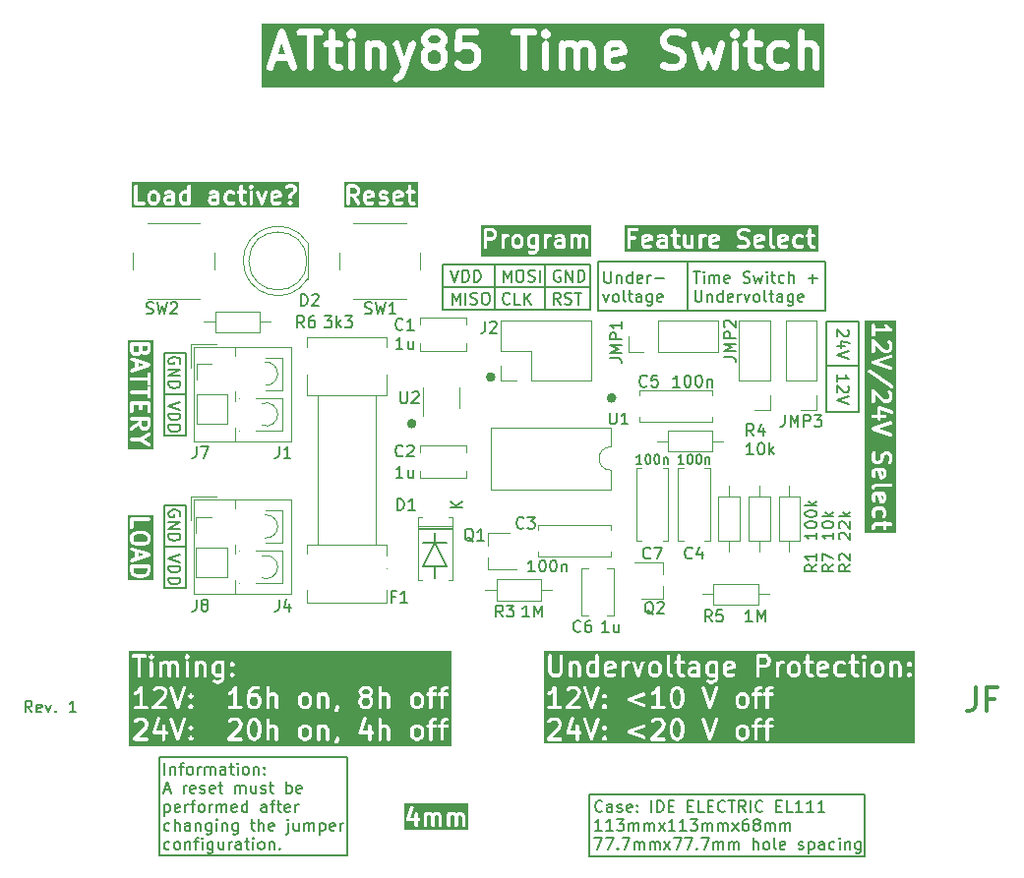
<source format=gbr>
%TF.GenerationSoftware,KiCad,Pcbnew,7.0.6*%
%TF.CreationDate,2023-08-07T22:53:29+02:00*%
%TF.ProjectId,attiny85_time_switch,61747469-6e79-4383-955f-74696d655f73,1.0*%
%TF.SameCoordinates,Original*%
%TF.FileFunction,Legend,Top*%
%TF.FilePolarity,Positive*%
%FSLAX46Y46*%
G04 Gerber Fmt 4.6, Leading zero omitted, Abs format (unit mm)*
G04 Created by KiCad (PCBNEW 7.0.6) date 2023-08-07 22:53:29*
%MOMM*%
%LPD*%
G01*
G04 APERTURE LIST*
%ADD10C,0.150000*%
%ADD11C,0.412846*%
%ADD12C,0.200000*%
%ADD13C,0.300000*%
%ADD14C,0.600000*%
%ADD15C,0.175000*%
%ADD16C,0.120000*%
%ADD17C,4.000000*%
%ADD18C,1.400000*%
%ADD19O,1.400000X1.400000*%
%ADD20R,1.700000X1.700000*%
%ADD21O,1.700000X1.700000*%
%ADD22R,2.600000X2.600000*%
%ADD23C,2.600000*%
%ADD24R,1.800000X1.800000*%
%ADD25C,1.800000*%
%ADD26R,1.600000X1.600000*%
%ADD27O,1.600000X1.600000*%
%ADD28C,2.200000*%
%ADD29O,1.800000X1.800000*%
%ADD30C,1.600000*%
%ADD31R,1.220000X0.650000*%
%ADD32C,2.000000*%
%ADD33R,0.650000X2.000000*%
G04 APERTURE END LIST*
D10*
X144900000Y-108700000D02*
X144900000Y-109700000D01*
X121620012Y-93849988D02*
X123460012Y-93849988D01*
X144900000Y-106700000D02*
X144900000Y-105800000D01*
X158900000Y-82437500D02*
X178500000Y-82437500D01*
X178500000Y-86662500D01*
X158900000Y-86662500D01*
X158900000Y-82437500D01*
X121620012Y-103429988D02*
X123460012Y-103429988D01*
X123460012Y-110549988D01*
X121620012Y-110549988D01*
X121620012Y-103429988D01*
X166650000Y-82512500D02*
X166650000Y-86662500D01*
X143900000Y-108700000D02*
X144900000Y-106700000D01*
X150050000Y-82725000D02*
X150050000Y-86625000D01*
D11*
X143106423Y-96400000D02*
G75*
G03*
X143106423Y-96400000I-206423J0D01*
G01*
X149906423Y-92400000D02*
G75*
G03*
X149906423Y-92400000I-206423J0D01*
G01*
D10*
X145550000Y-84675000D02*
X158250000Y-84675000D01*
X158200006Y-128349994D02*
X181870006Y-128349994D01*
X181870006Y-133659994D01*
X158200006Y-133659994D01*
X158200006Y-128349994D01*
X121200006Y-125099994D02*
X137370006Y-125099994D01*
X137370006Y-133599994D01*
X121200006Y-133599994D01*
X121200006Y-125099994D01*
X144900000Y-106700000D02*
X145900000Y-108700000D01*
X178600000Y-91390000D02*
X181400000Y-91390000D01*
X145900000Y-108700000D02*
X143900000Y-108700000D01*
X154350000Y-82725000D02*
X154350000Y-86625000D01*
X143900000Y-106700000D02*
X145900000Y-106700000D01*
X121620012Y-106989988D02*
X123460012Y-106989988D01*
X178600000Y-87640000D02*
X181400000Y-87640000D01*
X181400000Y-95390000D01*
X178600000Y-95390000D01*
X178600000Y-87640000D01*
D12*
X145550000Y-82725000D02*
X158250000Y-82725000D01*
X158250000Y-86625000D01*
X145550000Y-86625000D01*
X145550000Y-82725000D01*
D11*
X160306423Y-94200000D02*
G75*
G03*
X160306423Y-94200000I-206423J0D01*
G01*
D10*
X121620012Y-90289988D02*
X123460012Y-90289988D01*
X123460012Y-97409988D01*
X121620012Y-97409988D01*
X121620012Y-90289988D01*
D13*
G36*
X129475187Y-122080577D02*
G01*
X129521716Y-122127106D01*
X129584418Y-122252511D01*
X129656899Y-122542431D01*
X129656899Y-122910262D01*
X129584418Y-123200182D01*
X129521715Y-123325588D01*
X129475187Y-123372117D01*
X129366727Y-123426347D01*
X129275642Y-123426347D01*
X129167181Y-123372117D01*
X129120653Y-123325588D01*
X129057948Y-123200180D01*
X128985470Y-122910264D01*
X128985470Y-122542430D01*
X129057950Y-122252510D01*
X129120653Y-122127105D01*
X129167181Y-122080576D01*
X129275642Y-122026347D01*
X129366727Y-122026347D01*
X129475187Y-122080577D01*
G37*
G36*
X133927568Y-122647244D02*
G01*
X133974097Y-122693772D01*
X134028327Y-122802232D01*
X134028327Y-123217127D01*
X133974096Y-123325588D01*
X133927567Y-123372117D01*
X133819108Y-123426347D01*
X133647071Y-123426347D01*
X133538609Y-123372116D01*
X133492081Y-123325588D01*
X133437851Y-123217127D01*
X133437851Y-122802232D01*
X133492080Y-122693772D01*
X133538609Y-122647244D01*
X133647071Y-122593014D01*
X133819108Y-122593014D01*
X133927568Y-122647244D01*
G37*
G36*
X143560901Y-122647244D02*
G01*
X143607430Y-122693772D01*
X143661660Y-122802232D01*
X143661660Y-123217127D01*
X143607429Y-123325588D01*
X143560901Y-123372117D01*
X143452441Y-123426347D01*
X143280404Y-123426347D01*
X143171942Y-123372116D01*
X143125414Y-123325588D01*
X143071184Y-123217127D01*
X143071184Y-122802232D01*
X143125413Y-122693772D01*
X143171942Y-122647244D01*
X143280404Y-122593014D01*
X143452441Y-122593014D01*
X143560901Y-122647244D01*
G37*
G36*
X129556139Y-119991195D02*
G01*
X129602667Y-120037723D01*
X129656899Y-120146186D01*
X129656899Y-120480126D01*
X129602667Y-120588588D01*
X129556139Y-120635117D01*
X129447679Y-120689347D01*
X129194690Y-120689347D01*
X129086228Y-120635116D01*
X129039700Y-120588588D01*
X128985470Y-120480127D01*
X128985470Y-120146184D01*
X129039699Y-120037725D01*
X129086228Y-119991196D01*
X129194690Y-119936966D01*
X129447679Y-119936966D01*
X129556139Y-119991195D01*
G37*
G36*
X133927568Y-119910244D02*
G01*
X133974097Y-119956772D01*
X134028327Y-120065232D01*
X134028327Y-120480127D01*
X133974096Y-120588588D01*
X133927568Y-120635117D01*
X133819108Y-120689347D01*
X133647071Y-120689347D01*
X133538609Y-120635116D01*
X133492081Y-120588588D01*
X133437851Y-120480127D01*
X133437851Y-120065232D01*
X133492080Y-119956772D01*
X133538609Y-119910244D01*
X133647071Y-119856014D01*
X133819108Y-119856014D01*
X133927568Y-119910244D01*
G37*
G36*
X139189472Y-120072148D02*
G01*
X139236001Y-120118677D01*
X139290232Y-120227139D01*
X139290232Y-120480126D01*
X139236000Y-120588588D01*
X139189472Y-120635117D01*
X139081012Y-120689347D01*
X138828023Y-120689347D01*
X138719561Y-120635116D01*
X138673033Y-120588588D01*
X138618803Y-120480127D01*
X138618803Y-120227137D01*
X138673032Y-120118677D01*
X138719561Y-120072149D01*
X138828024Y-120017918D01*
X139081012Y-120017918D01*
X139189472Y-120072148D01*
G37*
G36*
X139189472Y-119343576D02*
G01*
X139236000Y-119390104D01*
X139290232Y-119498567D01*
X139290232Y-119508697D01*
X139236000Y-119617160D01*
X139189473Y-119663687D01*
X139081012Y-119717918D01*
X138828023Y-119717918D01*
X138719561Y-119663687D01*
X138673032Y-119617159D01*
X138618803Y-119508699D01*
X138618803Y-119498565D01*
X138673033Y-119390106D01*
X138719561Y-119343577D01*
X138828023Y-119289347D01*
X139081012Y-119289347D01*
X139189472Y-119343576D01*
G37*
G36*
X143560901Y-119910244D02*
G01*
X143607430Y-119956772D01*
X143661660Y-120065232D01*
X143661660Y-120480127D01*
X143607429Y-120588588D01*
X143560901Y-120635117D01*
X143452441Y-120689347D01*
X143280404Y-120689347D01*
X143171942Y-120635116D01*
X143125414Y-120588588D01*
X143071184Y-120480127D01*
X143071184Y-120065232D01*
X143125413Y-119956772D01*
X143171942Y-119910244D01*
X143280404Y-119856014D01*
X143452441Y-119856014D01*
X143560901Y-119910244D01*
G37*
G36*
X126499755Y-117142671D02*
G01*
X126499755Y-117928689D01*
X126452440Y-117952347D01*
X126199451Y-117952347D01*
X126090989Y-117898116D01*
X126044461Y-117851588D01*
X125990231Y-117743127D01*
X125990231Y-117328232D01*
X126044460Y-117219772D01*
X126090989Y-117173244D01*
X126199451Y-117119014D01*
X126452440Y-117119014D01*
X126499755Y-117142671D01*
G37*
G36*
X146309279Y-124206950D02*
G01*
X118566421Y-124206950D01*
X118566421Y-123858027D01*
X136219152Y-123858027D01*
X136257975Y-123925270D01*
X136325218Y-123964093D01*
X136402864Y-123964093D01*
X136470107Y-123925270D01*
X136551059Y-123844318D01*
X136563134Y-123823402D01*
X136579157Y-123805334D01*
X136660110Y-123643429D01*
X136667022Y-123609648D01*
X136675946Y-123576347D01*
X136675946Y-123495395D01*
X136655850Y-123420395D01*
X136600946Y-123365491D01*
X136525946Y-123345395D01*
X136450946Y-123365491D01*
X136396042Y-123420395D01*
X136375946Y-123495395D01*
X136375946Y-123540936D01*
X136321715Y-123649397D01*
X136257975Y-123713138D01*
X136219152Y-123780381D01*
X136219152Y-123858027D01*
X118566421Y-123858027D01*
X118566421Y-123576347D01*
X118890231Y-123576347D01*
X118895342Y-123595421D01*
X118895342Y-123615170D01*
X118905215Y-123632272D01*
X118910327Y-123651347D01*
X118924291Y-123665311D01*
X118934165Y-123682413D01*
X118951266Y-123692286D01*
X118965231Y-123706251D01*
X118984305Y-123711362D01*
X119001408Y-123721236D01*
X119021156Y-123721236D01*
X119040231Y-123726347D01*
X120092612Y-123726347D01*
X120167612Y-123706251D01*
X120222516Y-123651347D01*
X120242612Y-123576347D01*
X120222516Y-123501347D01*
X120167612Y-123446443D01*
X120092612Y-123426347D01*
X119402363Y-123426347D01*
X119819029Y-123009680D01*
X120590231Y-123009680D01*
X120594193Y-123024468D01*
X120593276Y-123039752D01*
X120604076Y-123061354D01*
X120610327Y-123084680D01*
X120621152Y-123095505D01*
X120628000Y-123109201D01*
X120648154Y-123122507D01*
X120665231Y-123139584D01*
X120680021Y-123143546D01*
X120692797Y-123151982D01*
X120716902Y-123153429D01*
X120740231Y-123159680D01*
X121399755Y-123159680D01*
X121399755Y-123576347D01*
X121419851Y-123651347D01*
X121474755Y-123706251D01*
X121549755Y-123726347D01*
X121624755Y-123706251D01*
X121679659Y-123651347D01*
X121699755Y-123576347D01*
X121699755Y-123159680D01*
X121792612Y-123159680D01*
X121867612Y-123139584D01*
X121922516Y-123084680D01*
X121942612Y-123009680D01*
X121922516Y-122934680D01*
X121867612Y-122879776D01*
X121792612Y-122859680D01*
X121699755Y-122859680D01*
X121699755Y-122443014D01*
X121679659Y-122368014D01*
X121624755Y-122313110D01*
X121549755Y-122293014D01*
X121474755Y-122313110D01*
X121419851Y-122368014D01*
X121399755Y-122443014D01*
X121399755Y-122859680D01*
X120948345Y-122859680D01*
X121286147Y-121846275D01*
X122050419Y-121846275D01*
X122055072Y-121923781D01*
X122621738Y-123623781D01*
X122638336Y-123648919D01*
X122651810Y-123675868D01*
X122659466Y-123680922D01*
X122664520Y-123688577D01*
X122691463Y-123702048D01*
X122716607Y-123718649D01*
X122725764Y-123719198D01*
X122733969Y-123723301D01*
X122764035Y-123721496D01*
X122794113Y-123723302D01*
X122802320Y-123719198D01*
X122811475Y-123718649D01*
X122836607Y-123702054D01*
X122863562Y-123688578D01*
X122868618Y-123680919D01*
X122876271Y-123675867D01*
X122889743Y-123648923D01*
X122906343Y-123623781D01*
X122936197Y-123534219D01*
X123671533Y-123534219D01*
X123679840Y-123548606D01*
X123710356Y-123601461D01*
X123791308Y-123682413D01*
X123801986Y-123688578D01*
X123808409Y-123692286D01*
X123822374Y-123706251D01*
X123841447Y-123711361D01*
X123858550Y-123721236D01*
X123858551Y-123721236D01*
X123878299Y-123721236D01*
X123897374Y-123726347D01*
X123916449Y-123721236D01*
X123936197Y-123721236D01*
X123953299Y-123711362D01*
X123972374Y-123706251D01*
X123986338Y-123692286D01*
X123992764Y-123688577D01*
X124003439Y-123682414D01*
X124084392Y-123601462D01*
X124084394Y-123601460D01*
X124098893Y-123576347D01*
X126985470Y-123576347D01*
X126990581Y-123595421D01*
X126990581Y-123615170D01*
X127000454Y-123632272D01*
X127005566Y-123651347D01*
X127019530Y-123665311D01*
X127029404Y-123682413D01*
X127046505Y-123692286D01*
X127060470Y-123706251D01*
X127079544Y-123711362D01*
X127096647Y-123721236D01*
X127116395Y-123721236D01*
X127135470Y-123726347D01*
X128187851Y-123726347D01*
X128262851Y-123706251D01*
X128317755Y-123651347D01*
X128337851Y-123576347D01*
X128317755Y-123501347D01*
X128262851Y-123446443D01*
X128187851Y-123426347D01*
X127497602Y-123426347D01*
X127995220Y-122928728D01*
X128685470Y-122928728D01*
X128690260Y-122946604D01*
X128689949Y-122965108D01*
X128770901Y-123288918D01*
X128778937Y-123303395D01*
X128782258Y-123319619D01*
X128863211Y-123481525D01*
X128879234Y-123499595D01*
X128891308Y-123520507D01*
X128972260Y-123601460D01*
X128993175Y-123613535D01*
X129011245Y-123629559D01*
X129173150Y-123710511D01*
X129206928Y-123717423D01*
X129240232Y-123726347D01*
X129402137Y-123726347D01*
X129435438Y-123717423D01*
X129469219Y-123710511D01*
X129631123Y-123629559D01*
X129649192Y-123613535D01*
X129670107Y-123601461D01*
X129695221Y-123576347D01*
X130385470Y-123576347D01*
X130405566Y-123651347D01*
X130460470Y-123706251D01*
X130535470Y-123726347D01*
X130610470Y-123706251D01*
X130665374Y-123651347D01*
X130685470Y-123576347D01*
X130685470Y-122667050D01*
X130705276Y-122647244D01*
X130813738Y-122593014D01*
X130985775Y-122593014D01*
X131071285Y-122635769D01*
X131114042Y-122721282D01*
X131114042Y-123576347D01*
X131134138Y-123651347D01*
X131189042Y-123706251D01*
X131264042Y-123726347D01*
X131339042Y-123706251D01*
X131393946Y-123651347D01*
X131414042Y-123576347D01*
X131414042Y-123252537D01*
X133137851Y-123252537D01*
X133146774Y-123285840D01*
X133153687Y-123319619D01*
X133234639Y-123481524D01*
X133250662Y-123499593D01*
X133262737Y-123520508D01*
X133343690Y-123601461D01*
X133364604Y-123613535D01*
X133382674Y-123629559D01*
X133544579Y-123710511D01*
X133578357Y-123717423D01*
X133611661Y-123726347D01*
X133854518Y-123726347D01*
X133887819Y-123717423D01*
X133921600Y-123710511D01*
X134083504Y-123629559D01*
X134101573Y-123613535D01*
X134122488Y-123601461D01*
X134147602Y-123576347D01*
X134756898Y-123576347D01*
X134776994Y-123651347D01*
X134831898Y-123706251D01*
X134906898Y-123726347D01*
X134981898Y-123706251D01*
X135036802Y-123651347D01*
X135056898Y-123576347D01*
X135056898Y-122667050D01*
X135076704Y-122647244D01*
X135185166Y-122593014D01*
X135357203Y-122593014D01*
X135442713Y-122635769D01*
X135485470Y-122721282D01*
X135485470Y-123576347D01*
X135505566Y-123651347D01*
X135560470Y-123706251D01*
X135635470Y-123726347D01*
X135710470Y-123706251D01*
X135765374Y-123651347D01*
X135785470Y-123576347D01*
X135785470Y-123009680D01*
X138318803Y-123009680D01*
X138322765Y-123024468D01*
X138321848Y-123039752D01*
X138332648Y-123061354D01*
X138338899Y-123084680D01*
X138349724Y-123095505D01*
X138356572Y-123109201D01*
X138376726Y-123122507D01*
X138393803Y-123139584D01*
X138408593Y-123143546D01*
X138421369Y-123151982D01*
X138445474Y-123153429D01*
X138468803Y-123159680D01*
X139128327Y-123159680D01*
X139128327Y-123576347D01*
X139148423Y-123651347D01*
X139203327Y-123706251D01*
X139278327Y-123726347D01*
X139353327Y-123706251D01*
X139408231Y-123651347D01*
X139428327Y-123576347D01*
X140018803Y-123576347D01*
X140038899Y-123651347D01*
X140093803Y-123706251D01*
X140168803Y-123726347D01*
X140243803Y-123706251D01*
X140298707Y-123651347D01*
X140318803Y-123576347D01*
X140318803Y-122667050D01*
X140338609Y-122647244D01*
X140447071Y-122593014D01*
X140619108Y-122593014D01*
X140704618Y-122635769D01*
X140747375Y-122721282D01*
X140747375Y-123576347D01*
X140767471Y-123651347D01*
X140822375Y-123706251D01*
X140897375Y-123726347D01*
X140972375Y-123706251D01*
X141027279Y-123651347D01*
X141047375Y-123576347D01*
X141047375Y-123252537D01*
X142771184Y-123252537D01*
X142780107Y-123285840D01*
X142787020Y-123319619D01*
X142867972Y-123481524D01*
X142883995Y-123499593D01*
X142896070Y-123520508D01*
X142977023Y-123601461D01*
X142997937Y-123613535D01*
X143016007Y-123629559D01*
X143177912Y-123710511D01*
X143211690Y-123717423D01*
X143244994Y-123726347D01*
X143487851Y-123726347D01*
X143521152Y-123717423D01*
X143554933Y-123710511D01*
X143716837Y-123629559D01*
X143734906Y-123613535D01*
X143755821Y-123601461D01*
X143836774Y-123520508D01*
X143848848Y-123499593D01*
X143864872Y-123481524D01*
X143945824Y-123319619D01*
X143952736Y-123285840D01*
X143961660Y-123252537D01*
X143961660Y-122766823D01*
X143952736Y-122733519D01*
X143945824Y-122699741D01*
X143864872Y-122537836D01*
X143848848Y-122519766D01*
X143836773Y-122498851D01*
X143780935Y-122443014D01*
X144147374Y-122443014D01*
X144167470Y-122518014D01*
X144222374Y-122572918D01*
X144297374Y-122593014D01*
X144390231Y-122593014D01*
X144390231Y-123576347D01*
X144410327Y-123651347D01*
X144465231Y-123706251D01*
X144540231Y-123726347D01*
X144615231Y-123706251D01*
X144670135Y-123651347D01*
X144690231Y-123576347D01*
X144690231Y-122593014D01*
X144944993Y-122593014D01*
X145019993Y-122572918D01*
X145074897Y-122518014D01*
X145094993Y-122443014D01*
X145118803Y-122443014D01*
X145138899Y-122518014D01*
X145193803Y-122572918D01*
X145268803Y-122593014D01*
X145361660Y-122593014D01*
X145361660Y-123576347D01*
X145381756Y-123651347D01*
X145436660Y-123706251D01*
X145511660Y-123726347D01*
X145586660Y-123706251D01*
X145641564Y-123651347D01*
X145661660Y-123576347D01*
X145661660Y-122593014D01*
X145916422Y-122593014D01*
X145991422Y-122572918D01*
X146046326Y-122518014D01*
X146066422Y-122443014D01*
X146046326Y-122368014D01*
X145991422Y-122313110D01*
X145916422Y-122293014D01*
X145661660Y-122293014D01*
X145661660Y-122154614D01*
X145704416Y-122069102D01*
X145789928Y-122026347D01*
X145916422Y-122026347D01*
X145991422Y-122006251D01*
X146046326Y-121951347D01*
X146066422Y-121876347D01*
X146046326Y-121801347D01*
X145991422Y-121746443D01*
X145916422Y-121726347D01*
X145754518Y-121726347D01*
X145721214Y-121735270D01*
X145687436Y-121742183D01*
X145525531Y-121823135D01*
X145518669Y-121829219D01*
X145509965Y-121832121D01*
X145489975Y-121854663D01*
X145467436Y-121874650D01*
X145464535Y-121883352D01*
X145458449Y-121890216D01*
X145377496Y-122052122D01*
X145370583Y-122085902D01*
X145361660Y-122119204D01*
X145361660Y-122293014D01*
X145268803Y-122293014D01*
X145193803Y-122313110D01*
X145138899Y-122368014D01*
X145118803Y-122443014D01*
X145094993Y-122443014D01*
X145074897Y-122368014D01*
X145019993Y-122313110D01*
X144944993Y-122293014D01*
X144690231Y-122293014D01*
X144690231Y-122154614D01*
X144732987Y-122069102D01*
X144818499Y-122026347D01*
X144944993Y-122026347D01*
X145019993Y-122006251D01*
X145074897Y-121951347D01*
X145094993Y-121876347D01*
X145074897Y-121801347D01*
X145019993Y-121746443D01*
X144944993Y-121726347D01*
X144783089Y-121726347D01*
X144749785Y-121735270D01*
X144716007Y-121742183D01*
X144554102Y-121823135D01*
X144547240Y-121829219D01*
X144538536Y-121832121D01*
X144518546Y-121854663D01*
X144496007Y-121874650D01*
X144493106Y-121883352D01*
X144487020Y-121890216D01*
X144406067Y-122052122D01*
X144399154Y-122085902D01*
X144390231Y-122119204D01*
X144390231Y-122293014D01*
X144297374Y-122293014D01*
X144222374Y-122313110D01*
X144167470Y-122368014D01*
X144147374Y-122443014D01*
X143780935Y-122443014D01*
X143755820Y-122417899D01*
X143734906Y-122405824D01*
X143716837Y-122389802D01*
X143554933Y-122308850D01*
X143521152Y-122301937D01*
X143487851Y-122293014D01*
X143244994Y-122293014D01*
X143211690Y-122301937D01*
X143177912Y-122308850D01*
X143016007Y-122389802D01*
X142997937Y-122405824D01*
X142977024Y-122417899D01*
X142896071Y-122498851D01*
X142883995Y-122519766D01*
X142867972Y-122537836D01*
X142787020Y-122699741D01*
X142780107Y-122733519D01*
X142771184Y-122766823D01*
X142771184Y-123252537D01*
X141047375Y-123252537D01*
X141047375Y-122685871D01*
X141038451Y-122652569D01*
X141031539Y-122618789D01*
X140950586Y-122456884D01*
X140944500Y-122450021D01*
X140941599Y-122441317D01*
X140919055Y-122421326D01*
X140899070Y-122398789D01*
X140890367Y-122395888D01*
X140883504Y-122389802D01*
X140721600Y-122308850D01*
X140687819Y-122301937D01*
X140654518Y-122293014D01*
X140411661Y-122293014D01*
X140378357Y-122301937D01*
X140344579Y-122308850D01*
X140318803Y-122321737D01*
X140318803Y-121876347D01*
X140298707Y-121801347D01*
X140243803Y-121746443D01*
X140168803Y-121726347D01*
X140093803Y-121746443D01*
X140038899Y-121801347D01*
X140018803Y-121876347D01*
X140018803Y-123576347D01*
X139428327Y-123576347D01*
X139428327Y-123159680D01*
X139521184Y-123159680D01*
X139596184Y-123139584D01*
X139651088Y-123084680D01*
X139671184Y-123009680D01*
X139651088Y-122934680D01*
X139596184Y-122879776D01*
X139521184Y-122859680D01*
X139428327Y-122859680D01*
X139428327Y-122443014D01*
X139408231Y-122368014D01*
X139353327Y-122313110D01*
X139278327Y-122293014D01*
X139203327Y-122313110D01*
X139148423Y-122368014D01*
X139128327Y-122443014D01*
X139128327Y-122859680D01*
X138676917Y-122859680D01*
X139015868Y-121842829D01*
X139020520Y-121765323D01*
X138985796Y-121695874D01*
X138920999Y-121653092D01*
X138843493Y-121648440D01*
X138774044Y-121683164D01*
X138731263Y-121747961D01*
X138326501Y-122962246D01*
X138325053Y-122986351D01*
X138318803Y-123009680D01*
X135785470Y-123009680D01*
X135785470Y-122685871D01*
X135776546Y-122652569D01*
X135769634Y-122618789D01*
X135688681Y-122456884D01*
X135682595Y-122450021D01*
X135679694Y-122441317D01*
X135657150Y-122421326D01*
X135637165Y-122398789D01*
X135628462Y-122395888D01*
X135621599Y-122389802D01*
X135459695Y-122308850D01*
X135425914Y-122301937D01*
X135392613Y-122293014D01*
X135149756Y-122293014D01*
X135116452Y-122301937D01*
X135082674Y-122308850D01*
X135012649Y-122343861D01*
X134981898Y-122313110D01*
X134906898Y-122293014D01*
X134831898Y-122313110D01*
X134776994Y-122368014D01*
X134756898Y-122443014D01*
X134756898Y-123576347D01*
X134147602Y-123576347D01*
X134203441Y-123520508D01*
X134215515Y-123499593D01*
X134231539Y-123481524D01*
X134312491Y-123319619D01*
X134319403Y-123285840D01*
X134328327Y-123252537D01*
X134328327Y-122766823D01*
X134319403Y-122733519D01*
X134312491Y-122699741D01*
X134231539Y-122537836D01*
X134215515Y-122519766D01*
X134203440Y-122498851D01*
X134122487Y-122417899D01*
X134101573Y-122405824D01*
X134083504Y-122389802D01*
X133921600Y-122308850D01*
X133887819Y-122301937D01*
X133854518Y-122293014D01*
X133611661Y-122293014D01*
X133578357Y-122301937D01*
X133544579Y-122308850D01*
X133382674Y-122389802D01*
X133364604Y-122405824D01*
X133343691Y-122417899D01*
X133262738Y-122498851D01*
X133250662Y-122519766D01*
X133234639Y-122537836D01*
X133153687Y-122699741D01*
X133146774Y-122733519D01*
X133137851Y-122766823D01*
X133137851Y-123252537D01*
X131414042Y-123252537D01*
X131414042Y-122685871D01*
X131405118Y-122652569D01*
X131398206Y-122618789D01*
X131317253Y-122456884D01*
X131311167Y-122450021D01*
X131308266Y-122441317D01*
X131285722Y-122421326D01*
X131265737Y-122398789D01*
X131257034Y-122395888D01*
X131250171Y-122389802D01*
X131088267Y-122308850D01*
X131054486Y-122301937D01*
X131021185Y-122293014D01*
X130778328Y-122293014D01*
X130745024Y-122301937D01*
X130711246Y-122308850D01*
X130685470Y-122321737D01*
X130685470Y-121876347D01*
X130665374Y-121801347D01*
X130610470Y-121746443D01*
X130535470Y-121726347D01*
X130460470Y-121746443D01*
X130405566Y-121801347D01*
X130385470Y-121876347D01*
X130385470Y-123576347D01*
X129695221Y-123576347D01*
X129751060Y-123520508D01*
X129763134Y-123499593D01*
X129779158Y-123481524D01*
X129860110Y-123319619D01*
X129863429Y-123303395D01*
X129871467Y-123288918D01*
X129952420Y-122965109D01*
X129952108Y-122946604D01*
X129956899Y-122928728D01*
X129956899Y-122523966D01*
X129952108Y-122506089D01*
X129952420Y-122487586D01*
X129871467Y-122163775D01*
X129863430Y-122149297D01*
X129860110Y-122133074D01*
X129779158Y-121971170D01*
X129763134Y-121953100D01*
X129751060Y-121932186D01*
X129670107Y-121851233D01*
X129649192Y-121839158D01*
X129631123Y-121823135D01*
X129469219Y-121742183D01*
X129435438Y-121735270D01*
X129402137Y-121726347D01*
X129240232Y-121726347D01*
X129206928Y-121735270D01*
X129173150Y-121742183D01*
X129011245Y-121823135D01*
X128993175Y-121839158D01*
X128972260Y-121851234D01*
X128891308Y-121932187D01*
X128879234Y-121953098D01*
X128863211Y-121971169D01*
X128782258Y-122133073D01*
X128778937Y-122149298D01*
X128770901Y-122163775D01*
X128689949Y-122487586D01*
X128690260Y-122506089D01*
X128685470Y-122523966D01*
X128685470Y-122928728D01*
X127995220Y-122928728D01*
X128212964Y-122710984D01*
X128230204Y-122681123D01*
X128249200Y-122652353D01*
X128330153Y-122409495D01*
X128331600Y-122385389D01*
X128337851Y-122362061D01*
X128337851Y-122200156D01*
X128328927Y-122166854D01*
X128322015Y-122133074D01*
X128241062Y-121971169D01*
X128225038Y-121953099D01*
X128212965Y-121932187D01*
X128132013Y-121851234D01*
X128111097Y-121839158D01*
X128093028Y-121823135D01*
X127931123Y-121742183D01*
X127897344Y-121735270D01*
X127864041Y-121726347D01*
X127459279Y-121726347D01*
X127425975Y-121735270D01*
X127392197Y-121742183D01*
X127230292Y-121823135D01*
X127212222Y-121839158D01*
X127191307Y-121851234D01*
X127110355Y-121932187D01*
X127071533Y-121999430D01*
X127071533Y-122077076D01*
X127110357Y-122144319D01*
X127177600Y-122183141D01*
X127255246Y-122183141D01*
X127322489Y-122144317D01*
X127386228Y-122080576D01*
X127494689Y-122026347D01*
X127828631Y-122026347D01*
X127937091Y-122080576D01*
X127983619Y-122127104D01*
X128037851Y-122235567D01*
X128037851Y-122337719D01*
X127975793Y-122523890D01*
X127029404Y-123470281D01*
X127019530Y-123487382D01*
X127005566Y-123501347D01*
X127000454Y-123520421D01*
X126990581Y-123537524D01*
X126990581Y-123557272D01*
X126985470Y-123576347D01*
X124098893Y-123576347D01*
X124114909Y-123548606D01*
X124123216Y-123534219D01*
X124123216Y-123456573D01*
X124123216Y-123456572D01*
X124092019Y-123402537D01*
X124084394Y-123389330D01*
X124084393Y-123389329D01*
X124003440Y-123308376D01*
X124003439Y-123308375D01*
X123986337Y-123298501D01*
X123972374Y-123284538D01*
X123953299Y-123279426D01*
X123936197Y-123269553D01*
X123936196Y-123269553D01*
X123916449Y-123269553D01*
X123897374Y-123264442D01*
X123878299Y-123269553D01*
X123858550Y-123269553D01*
X123841447Y-123279427D01*
X123822374Y-123284538D01*
X123808409Y-123298502D01*
X123791308Y-123308376D01*
X123791307Y-123308376D01*
X123791307Y-123308377D01*
X123710355Y-123389330D01*
X123702730Y-123402537D01*
X123671533Y-123456572D01*
X123671533Y-123456573D01*
X123671533Y-123534219D01*
X122936197Y-123534219D01*
X123233023Y-122643741D01*
X123671533Y-122643741D01*
X123688828Y-122673697D01*
X123710355Y-122710983D01*
X123791307Y-122791936D01*
X123791308Y-122791937D01*
X123791310Y-122791938D01*
X123808409Y-122801810D01*
X123822374Y-122815775D01*
X123841447Y-122820885D01*
X123858550Y-122830760D01*
X123858551Y-122830760D01*
X123878299Y-122830760D01*
X123897374Y-122835871D01*
X123916449Y-122830760D01*
X123936197Y-122830760D01*
X123953299Y-122820886D01*
X123972374Y-122815775D01*
X123986337Y-122801811D01*
X124003439Y-122791938D01*
X124003438Y-122791937D01*
X124084393Y-122710984D01*
X124088173Y-122704438D01*
X124105921Y-122673697D01*
X124123216Y-122643741D01*
X124123216Y-122566095D01*
X124123215Y-122566094D01*
X124123216Y-122566094D01*
X124092019Y-122512061D01*
X124084393Y-122498852D01*
X124084392Y-122498851D01*
X124003439Y-122417899D01*
X123986337Y-122408025D01*
X123972374Y-122394062D01*
X123953299Y-122388950D01*
X123936197Y-122379077D01*
X123936196Y-122379077D01*
X123916449Y-122379077D01*
X123897374Y-122373966D01*
X123878299Y-122379077D01*
X123858550Y-122379077D01*
X123841447Y-122388951D01*
X123822374Y-122394062D01*
X123808409Y-122408026D01*
X123791308Y-122417900D01*
X123710356Y-122498852D01*
X123702730Y-122512061D01*
X123671533Y-122566094D01*
X123671533Y-122566095D01*
X123671533Y-122643741D01*
X123233023Y-122643741D01*
X123473010Y-121923782D01*
X123477663Y-121846275D01*
X123442938Y-121776827D01*
X123378142Y-121734045D01*
X123300636Y-121729393D01*
X123231187Y-121764117D01*
X123188405Y-121828913D01*
X122764040Y-123102006D01*
X122339676Y-121828913D01*
X122296895Y-121764116D01*
X122227446Y-121729392D01*
X122149940Y-121734045D01*
X122085143Y-121776826D01*
X122050419Y-121846275D01*
X121286147Y-121846275D01*
X121287296Y-121842829D01*
X121291948Y-121765323D01*
X121257224Y-121695874D01*
X121192427Y-121653092D01*
X121114921Y-121648440D01*
X121045472Y-121683164D01*
X121002691Y-121747961D01*
X120597929Y-122962246D01*
X120596481Y-122986351D01*
X120590231Y-123009680D01*
X119819029Y-123009680D01*
X120117725Y-122710984D01*
X120134965Y-122681123D01*
X120153961Y-122652353D01*
X120234914Y-122409495D01*
X120236361Y-122385389D01*
X120242612Y-122362061D01*
X120242612Y-122200156D01*
X120233688Y-122166854D01*
X120226776Y-122133074D01*
X120145823Y-121971169D01*
X120129799Y-121953099D01*
X120117726Y-121932187D01*
X120036774Y-121851234D01*
X120015858Y-121839158D01*
X119997789Y-121823135D01*
X119835884Y-121742183D01*
X119802105Y-121735270D01*
X119768802Y-121726347D01*
X119364040Y-121726347D01*
X119330736Y-121735270D01*
X119296958Y-121742183D01*
X119135053Y-121823135D01*
X119116983Y-121839158D01*
X119096068Y-121851234D01*
X119015116Y-121932187D01*
X118976294Y-121999430D01*
X118976294Y-122077076D01*
X119015118Y-122144319D01*
X119082361Y-122183141D01*
X119160007Y-122183141D01*
X119227250Y-122144317D01*
X119290989Y-122080576D01*
X119399450Y-122026347D01*
X119733392Y-122026347D01*
X119841852Y-122080576D01*
X119888380Y-122127104D01*
X119942612Y-122235567D01*
X119942612Y-122337719D01*
X119880554Y-122523890D01*
X118934165Y-123470281D01*
X118924291Y-123487382D01*
X118910327Y-123501347D01*
X118905215Y-123520421D01*
X118895342Y-123537524D01*
X118895342Y-123557272D01*
X118890231Y-123576347D01*
X118566421Y-123576347D01*
X118566421Y-121121027D01*
X136219152Y-121121027D01*
X136257975Y-121188270D01*
X136325218Y-121227093D01*
X136402864Y-121227093D01*
X136470107Y-121188270D01*
X136551059Y-121107318D01*
X136563134Y-121086402D01*
X136579157Y-121068334D01*
X136660110Y-120906429D01*
X136667022Y-120872648D01*
X136675946Y-120839347D01*
X136675946Y-120758395D01*
X136655850Y-120683395D01*
X136600946Y-120628491D01*
X136525946Y-120608395D01*
X136450946Y-120628491D01*
X136396042Y-120683395D01*
X136375946Y-120758395D01*
X136375946Y-120803936D01*
X136321715Y-120912397D01*
X136257975Y-120976138D01*
X136219152Y-121043381D01*
X136219152Y-121121027D01*
X118566421Y-121121027D01*
X118566421Y-120839347D01*
X118971183Y-120839347D01*
X118991279Y-120914347D01*
X119046183Y-120969251D01*
X119121183Y-120989347D01*
X119606897Y-120989347D01*
X120092612Y-120989347D01*
X120167612Y-120969251D01*
X120222516Y-120914347D01*
X120242612Y-120839347D01*
X120509279Y-120839347D01*
X120514390Y-120858421D01*
X120514390Y-120878170D01*
X120524263Y-120895272D01*
X120529375Y-120914347D01*
X120543339Y-120928311D01*
X120553213Y-120945413D01*
X120570314Y-120955286D01*
X120584279Y-120969251D01*
X120603353Y-120974362D01*
X120620456Y-120984236D01*
X120640204Y-120984236D01*
X120659279Y-120989347D01*
X121711660Y-120989347D01*
X121786660Y-120969251D01*
X121841564Y-120914347D01*
X121861660Y-120839347D01*
X121841564Y-120764347D01*
X121786660Y-120709443D01*
X121711660Y-120689347D01*
X121021411Y-120689347D01*
X121736773Y-119973984D01*
X121754013Y-119944123D01*
X121773009Y-119915353D01*
X121853962Y-119672495D01*
X121855409Y-119648389D01*
X121861660Y-119625061D01*
X121861660Y-119463156D01*
X121852736Y-119429854D01*
X121845824Y-119396074D01*
X121764871Y-119234169D01*
X121748847Y-119216099D01*
X121736774Y-119195187D01*
X121655822Y-119114234D01*
X121647233Y-119109275D01*
X122050419Y-119109275D01*
X122055072Y-119186781D01*
X122621738Y-120886781D01*
X122638336Y-120911919D01*
X122651810Y-120938868D01*
X122659466Y-120943922D01*
X122664520Y-120951577D01*
X122691463Y-120965048D01*
X122716607Y-120981649D01*
X122725764Y-120982198D01*
X122733969Y-120986301D01*
X122764035Y-120984496D01*
X122794113Y-120986302D01*
X122802320Y-120982198D01*
X122811475Y-120981649D01*
X122836607Y-120965054D01*
X122863562Y-120951578D01*
X122868618Y-120943919D01*
X122876271Y-120938867D01*
X122889743Y-120911923D01*
X122906343Y-120886781D01*
X122936197Y-120797219D01*
X123671533Y-120797219D01*
X123674651Y-120802619D01*
X123710356Y-120864461D01*
X123791308Y-120945413D01*
X123801986Y-120951578D01*
X123808409Y-120955286D01*
X123822374Y-120969251D01*
X123841447Y-120974361D01*
X123858550Y-120984236D01*
X123858551Y-120984236D01*
X123878299Y-120984236D01*
X123897374Y-120989347D01*
X123916449Y-120984236D01*
X123936197Y-120984236D01*
X123953299Y-120974362D01*
X123972374Y-120969251D01*
X123986338Y-120955286D01*
X123992764Y-120951577D01*
X124003439Y-120945414D01*
X124084392Y-120864462D01*
X124084394Y-120864460D01*
X124098893Y-120839347D01*
X127066422Y-120839347D01*
X127086518Y-120914347D01*
X127141422Y-120969251D01*
X127216422Y-120989347D01*
X127702136Y-120989347D01*
X128187851Y-120989347D01*
X128262851Y-120969251D01*
X128317755Y-120914347D01*
X128337851Y-120839347D01*
X128317755Y-120764347D01*
X128262851Y-120709443D01*
X128187851Y-120689347D01*
X127852136Y-120689347D01*
X127852136Y-120515537D01*
X128685470Y-120515537D01*
X128694393Y-120548840D01*
X128701306Y-120582619D01*
X128782258Y-120744524D01*
X128798281Y-120762593D01*
X128810356Y-120783508D01*
X128891309Y-120864461D01*
X128912223Y-120876535D01*
X128930293Y-120892559D01*
X129092198Y-120973511D01*
X129125976Y-120980423D01*
X129159280Y-120989347D01*
X129483089Y-120989347D01*
X129516392Y-120980423D01*
X129550171Y-120973511D01*
X129712076Y-120892559D01*
X129730145Y-120876535D01*
X129751061Y-120864460D01*
X129776174Y-120839347D01*
X130385470Y-120839347D01*
X130405566Y-120914347D01*
X130460470Y-120969251D01*
X130535470Y-120989347D01*
X130610470Y-120969251D01*
X130665374Y-120914347D01*
X130685470Y-120839347D01*
X130685470Y-119930050D01*
X130705276Y-119910244D01*
X130813738Y-119856014D01*
X130985775Y-119856014D01*
X131071285Y-119898769D01*
X131114042Y-119984282D01*
X131114042Y-120839347D01*
X131134138Y-120914347D01*
X131189042Y-120969251D01*
X131264042Y-120989347D01*
X131339042Y-120969251D01*
X131393946Y-120914347D01*
X131414042Y-120839347D01*
X131414042Y-120515537D01*
X133137851Y-120515537D01*
X133146774Y-120548840D01*
X133153687Y-120582619D01*
X133234639Y-120744524D01*
X133250662Y-120762593D01*
X133262737Y-120783508D01*
X133343690Y-120864461D01*
X133364604Y-120876535D01*
X133382674Y-120892559D01*
X133544579Y-120973511D01*
X133578357Y-120980423D01*
X133611661Y-120989347D01*
X133854518Y-120989347D01*
X133887819Y-120980423D01*
X133921600Y-120973511D01*
X134083504Y-120892559D01*
X134101573Y-120876535D01*
X134122488Y-120864461D01*
X134147602Y-120839347D01*
X134756898Y-120839347D01*
X134776994Y-120914347D01*
X134831898Y-120969251D01*
X134906898Y-120989347D01*
X134981898Y-120969251D01*
X135036802Y-120914347D01*
X135056898Y-120839347D01*
X135056898Y-119930050D01*
X135076704Y-119910244D01*
X135185166Y-119856014D01*
X135357203Y-119856014D01*
X135442713Y-119898769D01*
X135485470Y-119984282D01*
X135485470Y-120839347D01*
X135505566Y-120914347D01*
X135560470Y-120969251D01*
X135635470Y-120989347D01*
X135710470Y-120969251D01*
X135765374Y-120914347D01*
X135785470Y-120839347D01*
X135785470Y-120515537D01*
X138318803Y-120515537D01*
X138327726Y-120548840D01*
X138334639Y-120582619D01*
X138415591Y-120744524D01*
X138431614Y-120762593D01*
X138443689Y-120783508D01*
X138524642Y-120864461D01*
X138545556Y-120876535D01*
X138563626Y-120892559D01*
X138725531Y-120973511D01*
X138759309Y-120980423D01*
X138792613Y-120989347D01*
X139116422Y-120989347D01*
X139149725Y-120980423D01*
X139183504Y-120973511D01*
X139345409Y-120892559D01*
X139363478Y-120876535D01*
X139384394Y-120864460D01*
X139409507Y-120839347D01*
X140018803Y-120839347D01*
X140038899Y-120914347D01*
X140093803Y-120969251D01*
X140168803Y-120989347D01*
X140243803Y-120969251D01*
X140298707Y-120914347D01*
X140318803Y-120839347D01*
X140318803Y-119930050D01*
X140338609Y-119910244D01*
X140447071Y-119856014D01*
X140619108Y-119856014D01*
X140704618Y-119898769D01*
X140747375Y-119984282D01*
X140747375Y-120839347D01*
X140767471Y-120914347D01*
X140822375Y-120969251D01*
X140897375Y-120989347D01*
X140972375Y-120969251D01*
X141027279Y-120914347D01*
X141047375Y-120839347D01*
X141047375Y-120515537D01*
X142771184Y-120515537D01*
X142780107Y-120548840D01*
X142787020Y-120582619D01*
X142867972Y-120744524D01*
X142883995Y-120762593D01*
X142896070Y-120783508D01*
X142977023Y-120864461D01*
X142997937Y-120876535D01*
X143016007Y-120892559D01*
X143177912Y-120973511D01*
X143211690Y-120980423D01*
X143244994Y-120989347D01*
X143487851Y-120989347D01*
X143521152Y-120980423D01*
X143554933Y-120973511D01*
X143716837Y-120892559D01*
X143734906Y-120876535D01*
X143755821Y-120864461D01*
X143836774Y-120783508D01*
X143848848Y-120762593D01*
X143864872Y-120744524D01*
X143945824Y-120582619D01*
X143952736Y-120548840D01*
X143961660Y-120515537D01*
X143961660Y-120029823D01*
X143952736Y-119996519D01*
X143945824Y-119962741D01*
X143864872Y-119800836D01*
X143848848Y-119782766D01*
X143836773Y-119761851D01*
X143780935Y-119706014D01*
X144147374Y-119706014D01*
X144167470Y-119781014D01*
X144222374Y-119835918D01*
X144297374Y-119856014D01*
X144390231Y-119856014D01*
X144390231Y-120839347D01*
X144410327Y-120914347D01*
X144465231Y-120969251D01*
X144540231Y-120989347D01*
X144615231Y-120969251D01*
X144670135Y-120914347D01*
X144690231Y-120839347D01*
X144690231Y-119856014D01*
X144944993Y-119856014D01*
X145019993Y-119835918D01*
X145074897Y-119781014D01*
X145094993Y-119706014D01*
X145118803Y-119706014D01*
X145138899Y-119781014D01*
X145193803Y-119835918D01*
X145268803Y-119856014D01*
X145361660Y-119856014D01*
X145361660Y-120839347D01*
X145381756Y-120914347D01*
X145436660Y-120969251D01*
X145511660Y-120989347D01*
X145586660Y-120969251D01*
X145641564Y-120914347D01*
X145661660Y-120839347D01*
X145661660Y-119856014D01*
X145916422Y-119856014D01*
X145991422Y-119835918D01*
X146046326Y-119781014D01*
X146066422Y-119706014D01*
X146046326Y-119631014D01*
X145991422Y-119576110D01*
X145916422Y-119556014D01*
X145661660Y-119556014D01*
X145661660Y-119417614D01*
X145704416Y-119332102D01*
X145789928Y-119289347D01*
X145916422Y-119289347D01*
X145991422Y-119269251D01*
X146046326Y-119214347D01*
X146066422Y-119139347D01*
X146046326Y-119064347D01*
X145991422Y-119009443D01*
X145916422Y-118989347D01*
X145754518Y-118989347D01*
X145721214Y-118998270D01*
X145687436Y-119005183D01*
X145525531Y-119086135D01*
X145518669Y-119092219D01*
X145509965Y-119095121D01*
X145489975Y-119117663D01*
X145467436Y-119137650D01*
X145464535Y-119146352D01*
X145458449Y-119153216D01*
X145377496Y-119315122D01*
X145370583Y-119348902D01*
X145361660Y-119382204D01*
X145361660Y-119556014D01*
X145268803Y-119556014D01*
X145193803Y-119576110D01*
X145138899Y-119631014D01*
X145118803Y-119706014D01*
X145094993Y-119706014D01*
X145074897Y-119631014D01*
X145019993Y-119576110D01*
X144944993Y-119556014D01*
X144690231Y-119556014D01*
X144690231Y-119417614D01*
X144732987Y-119332102D01*
X144818499Y-119289347D01*
X144944993Y-119289347D01*
X145019993Y-119269251D01*
X145074897Y-119214347D01*
X145094993Y-119139347D01*
X145074897Y-119064347D01*
X145019993Y-119009443D01*
X144944993Y-118989347D01*
X144783089Y-118989347D01*
X144749785Y-118998270D01*
X144716007Y-119005183D01*
X144554102Y-119086135D01*
X144547240Y-119092219D01*
X144538536Y-119095121D01*
X144518546Y-119117663D01*
X144496007Y-119137650D01*
X144493106Y-119146352D01*
X144487020Y-119153216D01*
X144406067Y-119315122D01*
X144399154Y-119348902D01*
X144390231Y-119382204D01*
X144390231Y-119556014D01*
X144297374Y-119556014D01*
X144222374Y-119576110D01*
X144167470Y-119631014D01*
X144147374Y-119706014D01*
X143780935Y-119706014D01*
X143755820Y-119680899D01*
X143734906Y-119668824D01*
X143716837Y-119652802D01*
X143554933Y-119571850D01*
X143521152Y-119564937D01*
X143487851Y-119556014D01*
X143244994Y-119556014D01*
X143211690Y-119564937D01*
X143177912Y-119571850D01*
X143016007Y-119652802D01*
X142997937Y-119668824D01*
X142977024Y-119680899D01*
X142896071Y-119761851D01*
X142883995Y-119782766D01*
X142867972Y-119800836D01*
X142787020Y-119962741D01*
X142780107Y-119996519D01*
X142771184Y-120029823D01*
X142771184Y-120515537D01*
X141047375Y-120515537D01*
X141047375Y-119948871D01*
X141038451Y-119915569D01*
X141031539Y-119881789D01*
X140950586Y-119719884D01*
X140944500Y-119713021D01*
X140941599Y-119704317D01*
X140919055Y-119684326D01*
X140899070Y-119661789D01*
X140890367Y-119658888D01*
X140883504Y-119652802D01*
X140721600Y-119571850D01*
X140687819Y-119564937D01*
X140654518Y-119556014D01*
X140411661Y-119556014D01*
X140378357Y-119564937D01*
X140344579Y-119571850D01*
X140318803Y-119584737D01*
X140318803Y-119139347D01*
X140298707Y-119064347D01*
X140243803Y-119009443D01*
X140168803Y-118989347D01*
X140093803Y-119009443D01*
X140038899Y-119064347D01*
X140018803Y-119139347D01*
X140018803Y-120839347D01*
X139409507Y-120839347D01*
X139465346Y-120783507D01*
X139477420Y-120762592D01*
X139493443Y-120744524D01*
X139574396Y-120582619D01*
X139581308Y-120548838D01*
X139590232Y-120515537D01*
X139590232Y-120191728D01*
X139581308Y-120158426D01*
X139574396Y-120124646D01*
X139493443Y-119962741D01*
X139477420Y-119944672D01*
X139465345Y-119923757D01*
X139409506Y-119867918D01*
X139465345Y-119812080D01*
X139477420Y-119791164D01*
X139493443Y-119773096D01*
X139574396Y-119611191D01*
X139581308Y-119577410D01*
X139590232Y-119544109D01*
X139590232Y-119463156D01*
X139581308Y-119429854D01*
X139574396Y-119396074D01*
X139493443Y-119234169D01*
X139477419Y-119216099D01*
X139465346Y-119195187D01*
X139384394Y-119114234D01*
X139363478Y-119102158D01*
X139345409Y-119086135D01*
X139183504Y-119005183D01*
X139149725Y-118998270D01*
X139116422Y-118989347D01*
X138792613Y-118989347D01*
X138759309Y-118998270D01*
X138725531Y-119005183D01*
X138563626Y-119086135D01*
X138545556Y-119102158D01*
X138524642Y-119114233D01*
X138443689Y-119195186D01*
X138431614Y-119216100D01*
X138415591Y-119234170D01*
X138334639Y-119396074D01*
X138327726Y-119429854D01*
X138318803Y-119463156D01*
X138318803Y-119544109D01*
X138327726Y-119577412D01*
X138334639Y-119611191D01*
X138415591Y-119773096D01*
X138431614Y-119791165D01*
X138443690Y-119812081D01*
X138499528Y-119867918D01*
X138443690Y-119923756D01*
X138431614Y-119944671D01*
X138415591Y-119962741D01*
X138334639Y-120124646D01*
X138327726Y-120158424D01*
X138318803Y-120191728D01*
X138318803Y-120515537D01*
X135785470Y-120515537D01*
X135785470Y-119948871D01*
X135776546Y-119915569D01*
X135769634Y-119881789D01*
X135688681Y-119719884D01*
X135682595Y-119713021D01*
X135679694Y-119704317D01*
X135657150Y-119684326D01*
X135637165Y-119661789D01*
X135628462Y-119658888D01*
X135621599Y-119652802D01*
X135459695Y-119571850D01*
X135425914Y-119564937D01*
X135392613Y-119556014D01*
X135149756Y-119556014D01*
X135116452Y-119564937D01*
X135082674Y-119571850D01*
X135012649Y-119606861D01*
X134981898Y-119576110D01*
X134906898Y-119556014D01*
X134831898Y-119576110D01*
X134776994Y-119631014D01*
X134756898Y-119706014D01*
X134756898Y-120839347D01*
X134147602Y-120839347D01*
X134203441Y-120783508D01*
X134215515Y-120762593D01*
X134231539Y-120744524D01*
X134312491Y-120582619D01*
X134319403Y-120548840D01*
X134328327Y-120515537D01*
X134328327Y-120029823D01*
X134319403Y-119996519D01*
X134312491Y-119962741D01*
X134231539Y-119800836D01*
X134215515Y-119782766D01*
X134203440Y-119761851D01*
X134122487Y-119680899D01*
X134101573Y-119668824D01*
X134083504Y-119652802D01*
X133921600Y-119571850D01*
X133887819Y-119564937D01*
X133854518Y-119556014D01*
X133611661Y-119556014D01*
X133578357Y-119564937D01*
X133544579Y-119571850D01*
X133382674Y-119652802D01*
X133364604Y-119668824D01*
X133343691Y-119680899D01*
X133262738Y-119761851D01*
X133250662Y-119782766D01*
X133234639Y-119800836D01*
X133153687Y-119962741D01*
X133146774Y-119996519D01*
X133137851Y-120029823D01*
X133137851Y-120515537D01*
X131414042Y-120515537D01*
X131414042Y-119948871D01*
X131405118Y-119915569D01*
X131398206Y-119881789D01*
X131317253Y-119719884D01*
X131311167Y-119713021D01*
X131308266Y-119704317D01*
X131285722Y-119684326D01*
X131265737Y-119661789D01*
X131257034Y-119658888D01*
X131250171Y-119652802D01*
X131088267Y-119571850D01*
X131054486Y-119564937D01*
X131021185Y-119556014D01*
X130778328Y-119556014D01*
X130745024Y-119564937D01*
X130711246Y-119571850D01*
X130685470Y-119584737D01*
X130685470Y-119139347D01*
X130665374Y-119064347D01*
X130610470Y-119009443D01*
X130535470Y-118989347D01*
X130460470Y-119009443D01*
X130405566Y-119064347D01*
X130385470Y-119139347D01*
X130385470Y-120839347D01*
X129776174Y-120839347D01*
X129832013Y-120783507D01*
X129844087Y-120762592D01*
X129860110Y-120744524D01*
X129941063Y-120582619D01*
X129947975Y-120548838D01*
X129956899Y-120515537D01*
X129956899Y-120110775D01*
X129947975Y-120077473D01*
X129941063Y-120043693D01*
X129860110Y-119881788D01*
X129844086Y-119863718D01*
X129832013Y-119842806D01*
X129751061Y-119761853D01*
X129730145Y-119749777D01*
X129712076Y-119733754D01*
X129550171Y-119652802D01*
X129516392Y-119645889D01*
X129483089Y-119636966D01*
X129159280Y-119636966D01*
X129125976Y-119645889D01*
X129092198Y-119652802D01*
X129036960Y-119680420D01*
X129055641Y-119605695D01*
X129194893Y-119396817D01*
X129248134Y-119343576D01*
X129356594Y-119289347D01*
X129644994Y-119289347D01*
X129719994Y-119269251D01*
X129774898Y-119214347D01*
X129794994Y-119139347D01*
X129774898Y-119064347D01*
X129719994Y-119009443D01*
X129644994Y-118989347D01*
X129321184Y-118989347D01*
X129287882Y-118998270D01*
X129254102Y-119005183D01*
X129092198Y-119086135D01*
X129074128Y-119102158D01*
X129053214Y-119114233D01*
X128972261Y-119195186D01*
X128964770Y-119208159D01*
X128953520Y-119218047D01*
X128791615Y-119460904D01*
X128783378Y-119485252D01*
X128770901Y-119507728D01*
X128689949Y-119831538D01*
X128690260Y-119850041D01*
X128685470Y-119867918D01*
X128685470Y-120515537D01*
X127852136Y-120515537D01*
X127852136Y-119139347D01*
X127843294Y-119106350D01*
X127836597Y-119072863D01*
X127833323Y-119069138D01*
X127832040Y-119064347D01*
X127807882Y-119040189D01*
X127785341Y-119014540D01*
X127780644Y-119012951D01*
X127777136Y-119009443D01*
X127744136Y-119000600D01*
X127711789Y-118989658D01*
X127706926Y-118990630D01*
X127702136Y-118989347D01*
X127669142Y-118998187D01*
X127635651Y-119004886D01*
X127631926Y-119008159D01*
X127627136Y-119009443D01*
X127602981Y-119033597D01*
X127577328Y-119056143D01*
X127423661Y-119286642D01*
X127289473Y-119420830D01*
X127149340Y-119490897D01*
X127091245Y-119542412D01*
X127066691Y-119616073D01*
X127082258Y-119692143D01*
X127133773Y-119750238D01*
X127207434Y-119774792D01*
X127283504Y-119759225D01*
X127445409Y-119678273D01*
X127463478Y-119662249D01*
X127484393Y-119650175D01*
X127552136Y-119582432D01*
X127552136Y-120689347D01*
X127216422Y-120689347D01*
X127141422Y-120709443D01*
X127086518Y-120764347D01*
X127066422Y-120839347D01*
X124098893Y-120839347D01*
X124120098Y-120802619D01*
X124123216Y-120797219D01*
X124123216Y-120719573D01*
X124123216Y-120719572D01*
X124084393Y-120652329D01*
X124003440Y-120571376D01*
X124003439Y-120571375D01*
X123986337Y-120561501D01*
X123972374Y-120547538D01*
X123953299Y-120542426D01*
X123936197Y-120532553D01*
X123936196Y-120532553D01*
X123916449Y-120532553D01*
X123897374Y-120527442D01*
X123878299Y-120532553D01*
X123858550Y-120532553D01*
X123841447Y-120542427D01*
X123822374Y-120547538D01*
X123808409Y-120561502D01*
X123791308Y-120571376D01*
X123791307Y-120571376D01*
X123791307Y-120571377D01*
X123710355Y-120652329D01*
X123710356Y-120652329D01*
X123671533Y-120719572D01*
X123671533Y-120719573D01*
X123671533Y-120797219D01*
X122936197Y-120797219D01*
X123233023Y-119906741D01*
X123671533Y-119906741D01*
X123688828Y-119936697D01*
X123710355Y-119973983D01*
X123791307Y-120054936D01*
X123791308Y-120054937D01*
X123791310Y-120054938D01*
X123808409Y-120064810D01*
X123822374Y-120078775D01*
X123841447Y-120083885D01*
X123858550Y-120093760D01*
X123858551Y-120093760D01*
X123878299Y-120093760D01*
X123897374Y-120098871D01*
X123916449Y-120093760D01*
X123936197Y-120093760D01*
X123953299Y-120083886D01*
X123972374Y-120078775D01*
X123986337Y-120064811D01*
X124003439Y-120054938D01*
X124003440Y-120054937D01*
X124084393Y-119973984D01*
X124088173Y-119967438D01*
X124105921Y-119936697D01*
X124123216Y-119906741D01*
X124123216Y-119829095D01*
X124123215Y-119829094D01*
X124123216Y-119829094D01*
X124090885Y-119773096D01*
X124084393Y-119761852D01*
X124084392Y-119761851D01*
X124003439Y-119680899D01*
X123986337Y-119671025D01*
X123972374Y-119657062D01*
X123953299Y-119651950D01*
X123936197Y-119642077D01*
X123936196Y-119642077D01*
X123916449Y-119642077D01*
X123897374Y-119636966D01*
X123878299Y-119642077D01*
X123858550Y-119642077D01*
X123841447Y-119651951D01*
X123822374Y-119657062D01*
X123808409Y-119671026D01*
X123791308Y-119680900D01*
X123710356Y-119761852D01*
X123703864Y-119773096D01*
X123671533Y-119829094D01*
X123671533Y-119829095D01*
X123671533Y-119906741D01*
X123233023Y-119906741D01*
X123473010Y-119186782D01*
X123477663Y-119109275D01*
X123442938Y-119039827D01*
X123378142Y-118997045D01*
X123300636Y-118992393D01*
X123231187Y-119027117D01*
X123188405Y-119091913D01*
X122764040Y-120365006D01*
X122339676Y-119091913D01*
X122296895Y-119027116D01*
X122227446Y-118992392D01*
X122149940Y-118997045D01*
X122085143Y-119039826D01*
X122050419Y-119109275D01*
X121647233Y-119109275D01*
X121634906Y-119102158D01*
X121616837Y-119086135D01*
X121454932Y-119005183D01*
X121421153Y-118998270D01*
X121387850Y-118989347D01*
X120983088Y-118989347D01*
X120949784Y-118998270D01*
X120916006Y-119005183D01*
X120754101Y-119086135D01*
X120736031Y-119102158D01*
X120715116Y-119114234D01*
X120634164Y-119195187D01*
X120595342Y-119262430D01*
X120595342Y-119340076D01*
X120634166Y-119407319D01*
X120701409Y-119446141D01*
X120779055Y-119446141D01*
X120846298Y-119407317D01*
X120910037Y-119343576D01*
X121018498Y-119289347D01*
X121352440Y-119289347D01*
X121460900Y-119343576D01*
X121507428Y-119390104D01*
X121561660Y-119498567D01*
X121561660Y-119600719D01*
X121499602Y-119786890D01*
X120553213Y-120733281D01*
X120543339Y-120750382D01*
X120529375Y-120764347D01*
X120524263Y-120783421D01*
X120514390Y-120800524D01*
X120514390Y-120820272D01*
X120509279Y-120839347D01*
X120242612Y-120839347D01*
X120222516Y-120764347D01*
X120167612Y-120709443D01*
X120092612Y-120689347D01*
X119756897Y-120689347D01*
X119756897Y-119139347D01*
X119748055Y-119106350D01*
X119741358Y-119072863D01*
X119738084Y-119069138D01*
X119736801Y-119064347D01*
X119712643Y-119040189D01*
X119690102Y-119014540D01*
X119685405Y-119012951D01*
X119681897Y-119009443D01*
X119648897Y-119000600D01*
X119616550Y-118989658D01*
X119611687Y-118990630D01*
X119606897Y-118989347D01*
X119573903Y-118998187D01*
X119540412Y-119004886D01*
X119536687Y-119008159D01*
X119531897Y-119009443D01*
X119507742Y-119033597D01*
X119482089Y-119056143D01*
X119328423Y-119286641D01*
X119194234Y-119420830D01*
X119054101Y-119490897D01*
X118996006Y-119542412D01*
X118971452Y-119616073D01*
X118987019Y-119692143D01*
X119038534Y-119750238D01*
X119112195Y-119774792D01*
X119188265Y-119759225D01*
X119350170Y-119678273D01*
X119368239Y-119662249D01*
X119389154Y-119650175D01*
X119456897Y-119582432D01*
X119456897Y-120689347D01*
X119121183Y-120689347D01*
X119046183Y-120709443D01*
X118991279Y-120764347D01*
X118971183Y-120839347D01*
X118566421Y-120839347D01*
X118566421Y-116402347D01*
X118809278Y-116402347D01*
X118829374Y-116477347D01*
X118884278Y-116532251D01*
X118959278Y-116552347D01*
X119294993Y-116552347D01*
X119294993Y-118102347D01*
X119315089Y-118177347D01*
X119369993Y-118232251D01*
X119444993Y-118252347D01*
X119519993Y-118232251D01*
X119574897Y-118177347D01*
X119594993Y-118102347D01*
X120347373Y-118102347D01*
X120367469Y-118177347D01*
X120422373Y-118232251D01*
X120497373Y-118252347D01*
X120572373Y-118232251D01*
X120627277Y-118177347D01*
X120647373Y-118102347D01*
X121156897Y-118102347D01*
X121176993Y-118177347D01*
X121231897Y-118232251D01*
X121306897Y-118252347D01*
X121381897Y-118232251D01*
X121436801Y-118177347D01*
X121456897Y-118102347D01*
X121456897Y-117193050D01*
X121476703Y-117173244D01*
X121585165Y-117119014D01*
X121757202Y-117119014D01*
X121842712Y-117161769D01*
X121885469Y-117247282D01*
X121885469Y-118102347D01*
X121905565Y-118177347D01*
X121960469Y-118232251D01*
X122035469Y-118252347D01*
X122110469Y-118232251D01*
X122165373Y-118177347D01*
X122185469Y-118102347D01*
X122185469Y-117247280D01*
X122228224Y-117161769D01*
X122313736Y-117119014D01*
X122485773Y-117119014D01*
X122571284Y-117161769D01*
X122614040Y-117247280D01*
X122614040Y-118102347D01*
X122634136Y-118177347D01*
X122689040Y-118232251D01*
X122764040Y-118252347D01*
X122839040Y-118232251D01*
X122893944Y-118177347D01*
X122914040Y-118102347D01*
X123423564Y-118102347D01*
X123443660Y-118177347D01*
X123498564Y-118232251D01*
X123573564Y-118252347D01*
X123648564Y-118232251D01*
X123703468Y-118177347D01*
X123723564Y-118102347D01*
X124233088Y-118102347D01*
X124253184Y-118177347D01*
X124308088Y-118232251D01*
X124383088Y-118252347D01*
X124458088Y-118232251D01*
X124512992Y-118177347D01*
X124533088Y-118102347D01*
X124533088Y-117193050D01*
X124552894Y-117173244D01*
X124661356Y-117119014D01*
X124833393Y-117119014D01*
X124918903Y-117161769D01*
X124961660Y-117247281D01*
X124961660Y-118102347D01*
X124981756Y-118177347D01*
X125036660Y-118232251D01*
X125111660Y-118252347D01*
X125186660Y-118232251D01*
X125241564Y-118177347D01*
X125261660Y-118102347D01*
X125261660Y-117778537D01*
X125690231Y-117778537D01*
X125699154Y-117811840D01*
X125706067Y-117845619D01*
X125787019Y-118007524D01*
X125803042Y-118025593D01*
X125815117Y-118046508D01*
X125896070Y-118127461D01*
X125916984Y-118139535D01*
X125935054Y-118155559D01*
X126096959Y-118236511D01*
X126130737Y-118243423D01*
X126164041Y-118252347D01*
X126487850Y-118252347D01*
X126499755Y-118249157D01*
X126499755Y-118309793D01*
X126445524Y-118418254D01*
X126398995Y-118464783D01*
X126290535Y-118519014D01*
X126118499Y-118519014D01*
X125988265Y-118453897D01*
X125912196Y-118438330D01*
X125838535Y-118462884D01*
X125787019Y-118520979D01*
X125771452Y-118597048D01*
X125796006Y-118670709D01*
X125854101Y-118722225D01*
X126016006Y-118803178D01*
X126049786Y-118810090D01*
X126083088Y-118819014D01*
X126325945Y-118819014D01*
X126359246Y-118810090D01*
X126393027Y-118803178D01*
X126554933Y-118722225D01*
X126573003Y-118706200D01*
X126593916Y-118694127D01*
X126674868Y-118613175D01*
X126686943Y-118592259D01*
X126702966Y-118574191D01*
X126783919Y-118412286D01*
X126790831Y-118378505D01*
X126799755Y-118345204D01*
X126799755Y-118060219D01*
X127233437Y-118060219D01*
X127236555Y-118065619D01*
X127272260Y-118127461D01*
X127353212Y-118208413D01*
X127370313Y-118218286D01*
X127384278Y-118232251D01*
X127403351Y-118237361D01*
X127420454Y-118247236D01*
X127420455Y-118247236D01*
X127440203Y-118247236D01*
X127459278Y-118252347D01*
X127478353Y-118247236D01*
X127498101Y-118247236D01*
X127515203Y-118237362D01*
X127534278Y-118232251D01*
X127548241Y-118218287D01*
X127565343Y-118208414D01*
X127646296Y-118127462D01*
X127646298Y-118127460D01*
X127682002Y-118065619D01*
X127685120Y-118060219D01*
X127685120Y-117982573D01*
X127685120Y-117982572D01*
X127646297Y-117915329D01*
X127565344Y-117834376D01*
X127565343Y-117834375D01*
X127548241Y-117824501D01*
X127534278Y-117810538D01*
X127515203Y-117805426D01*
X127498101Y-117795553D01*
X127498100Y-117795553D01*
X127478353Y-117795553D01*
X127459278Y-117790442D01*
X127440203Y-117795553D01*
X127420454Y-117795553D01*
X127403351Y-117805427D01*
X127384278Y-117810538D01*
X127370313Y-117824502D01*
X127353212Y-117834376D01*
X127353211Y-117834376D01*
X127353211Y-117834377D01*
X127272259Y-117915329D01*
X127272260Y-117915329D01*
X127233437Y-117982572D01*
X127233437Y-117982573D01*
X127233437Y-118060219D01*
X126799755Y-118060219D01*
X126799755Y-117092094D01*
X127233436Y-117092094D01*
X127233437Y-117092095D01*
X127233437Y-117169741D01*
X127250732Y-117199697D01*
X127272259Y-117236983D01*
X127353211Y-117317936D01*
X127353212Y-117317937D01*
X127353214Y-117317938D01*
X127370313Y-117327810D01*
X127384278Y-117341775D01*
X127403351Y-117346885D01*
X127420454Y-117356760D01*
X127420455Y-117356760D01*
X127440203Y-117356760D01*
X127459278Y-117361871D01*
X127478353Y-117356760D01*
X127498101Y-117356760D01*
X127515203Y-117346886D01*
X127534278Y-117341775D01*
X127548241Y-117327811D01*
X127565343Y-117317938D01*
X127565344Y-117317937D01*
X127646297Y-117236984D01*
X127655608Y-117220858D01*
X127667825Y-117199697D01*
X127685120Y-117169741D01*
X127685120Y-117092095D01*
X127685120Y-117092094D01*
X127655607Y-117040978D01*
X127646297Y-117024852D01*
X127646296Y-117024851D01*
X127565343Y-116943899D01*
X127548241Y-116934025D01*
X127534278Y-116920062D01*
X127515203Y-116914950D01*
X127498101Y-116905077D01*
X127498100Y-116905077D01*
X127478353Y-116905077D01*
X127459278Y-116899966D01*
X127440203Y-116905077D01*
X127420454Y-116905077D01*
X127403351Y-116914951D01*
X127384278Y-116920062D01*
X127370313Y-116934026D01*
X127353212Y-116943900D01*
X127272260Y-117024852D01*
X127262950Y-117040978D01*
X127233437Y-117092094D01*
X127233436Y-117092094D01*
X126799755Y-117092094D01*
X126799755Y-116969014D01*
X126779659Y-116894014D01*
X126724755Y-116839110D01*
X126649755Y-116819014D01*
X126574755Y-116839110D01*
X126570987Y-116842877D01*
X126554932Y-116834850D01*
X126521153Y-116827937D01*
X126487850Y-116819014D01*
X126164041Y-116819014D01*
X126130737Y-116827937D01*
X126096959Y-116834850D01*
X125935054Y-116915802D01*
X125916984Y-116931824D01*
X125896071Y-116943899D01*
X125815118Y-117024851D01*
X125803042Y-117045766D01*
X125787019Y-117063836D01*
X125706067Y-117225741D01*
X125699154Y-117259519D01*
X125690231Y-117292823D01*
X125690231Y-117778537D01*
X125261660Y-117778537D01*
X125261660Y-117211871D01*
X125252736Y-117178569D01*
X125245824Y-117144789D01*
X125164871Y-116982884D01*
X125158785Y-116976021D01*
X125155884Y-116967317D01*
X125133340Y-116947326D01*
X125113355Y-116924789D01*
X125104652Y-116921888D01*
X125097789Y-116915802D01*
X124935885Y-116834850D01*
X124902104Y-116827937D01*
X124868803Y-116819014D01*
X124625946Y-116819014D01*
X124592642Y-116827937D01*
X124558864Y-116834850D01*
X124488839Y-116869861D01*
X124458088Y-116839110D01*
X124383088Y-116819014D01*
X124308088Y-116839110D01*
X124253184Y-116894014D01*
X124233088Y-116969014D01*
X124233088Y-118102347D01*
X123723564Y-118102347D01*
X123723564Y-116969014D01*
X123703468Y-116894014D01*
X123648564Y-116839110D01*
X123573564Y-116819014D01*
X123498564Y-116839110D01*
X123443660Y-116894014D01*
X123423564Y-116969014D01*
X123423564Y-118102347D01*
X122914040Y-118102347D01*
X122914040Y-117211871D01*
X122905116Y-117178567D01*
X122898204Y-117144789D01*
X122817252Y-116982884D01*
X122811166Y-116976021D01*
X122808265Y-116967317D01*
X122785724Y-116947329D01*
X122765737Y-116924789D01*
X122757032Y-116921887D01*
X122750170Y-116915802D01*
X122588265Y-116834850D01*
X122554486Y-116827937D01*
X122521183Y-116819014D01*
X122278326Y-116819014D01*
X122245022Y-116827937D01*
X122211244Y-116834850D01*
X122049339Y-116915802D01*
X122042476Y-116921887D01*
X122035468Y-116924223D01*
X122028461Y-116921888D01*
X122021598Y-116915802D01*
X121859694Y-116834850D01*
X121825913Y-116827937D01*
X121792612Y-116819014D01*
X121549755Y-116819014D01*
X121516451Y-116827937D01*
X121482673Y-116834850D01*
X121412648Y-116869861D01*
X121381897Y-116839110D01*
X121306897Y-116819014D01*
X121231897Y-116839110D01*
X121176993Y-116894014D01*
X121156897Y-116969014D01*
X121156897Y-118102347D01*
X120647373Y-118102347D01*
X120647373Y-116969014D01*
X120627277Y-116894014D01*
X120572373Y-116839110D01*
X120497373Y-116819014D01*
X120422373Y-116839110D01*
X120367469Y-116894014D01*
X120347373Y-116969014D01*
X120347373Y-118102347D01*
X119594993Y-118102347D01*
X119594993Y-116552347D01*
X119930707Y-116552347D01*
X120005707Y-116532251D01*
X120060611Y-116477347D01*
X120069419Y-116444476D01*
X120271531Y-116444476D01*
X120271532Y-116444476D01*
X120271532Y-116522122D01*
X120273442Y-116525430D01*
X120310354Y-116589364D01*
X120391306Y-116670317D01*
X120391307Y-116670318D01*
X120391309Y-116670319D01*
X120408408Y-116680191D01*
X120422373Y-116694156D01*
X120441446Y-116699266D01*
X120458549Y-116709141D01*
X120458550Y-116709141D01*
X120478298Y-116709141D01*
X120497373Y-116714252D01*
X120516448Y-116709141D01*
X120536196Y-116709141D01*
X120553298Y-116699267D01*
X120572373Y-116694156D01*
X120586336Y-116680192D01*
X120603438Y-116670319D01*
X120603439Y-116670318D01*
X120684392Y-116589365D01*
X120723215Y-116522122D01*
X123347723Y-116522122D01*
X123349633Y-116525430D01*
X123386545Y-116589364D01*
X123467497Y-116670317D01*
X123467498Y-116670318D01*
X123467500Y-116670319D01*
X123484599Y-116680191D01*
X123498564Y-116694156D01*
X123517637Y-116699266D01*
X123534740Y-116709141D01*
X123534741Y-116709141D01*
X123554489Y-116709141D01*
X123573564Y-116714252D01*
X123592639Y-116709141D01*
X123612387Y-116709141D01*
X123629489Y-116699267D01*
X123648564Y-116694156D01*
X123662527Y-116680192D01*
X123679629Y-116670319D01*
X123679630Y-116670318D01*
X123760583Y-116589365D01*
X123799406Y-116522122D01*
X123799406Y-116444476D01*
X123799405Y-116444475D01*
X123799406Y-116444475D01*
X123775083Y-116402347D01*
X123760583Y-116377233D01*
X123760582Y-116377232D01*
X123679629Y-116296280D01*
X123662527Y-116286406D01*
X123648564Y-116272443D01*
X123629489Y-116267331D01*
X123612387Y-116257458D01*
X123612386Y-116257458D01*
X123592639Y-116257458D01*
X123573564Y-116252347D01*
X123554489Y-116257458D01*
X123534740Y-116257458D01*
X123517637Y-116267332D01*
X123498564Y-116272443D01*
X123484599Y-116286407D01*
X123467498Y-116296281D01*
X123386546Y-116377233D01*
X123372046Y-116402347D01*
X123347723Y-116444475D01*
X123347723Y-116444476D01*
X123347723Y-116522122D01*
X120723215Y-116522122D01*
X120723215Y-116444476D01*
X120723215Y-116444475D01*
X120698892Y-116402347D01*
X120684392Y-116377233D01*
X120684391Y-116377232D01*
X120603438Y-116296280D01*
X120586336Y-116286406D01*
X120572373Y-116272443D01*
X120553298Y-116267331D01*
X120536196Y-116257458D01*
X120536195Y-116257458D01*
X120516448Y-116257458D01*
X120497373Y-116252347D01*
X120478298Y-116257458D01*
X120458549Y-116257458D01*
X120441446Y-116267332D01*
X120422373Y-116272443D01*
X120408408Y-116286407D01*
X120391307Y-116296281D01*
X120310355Y-116377233D01*
X120295855Y-116402347D01*
X120271532Y-116444475D01*
X120271531Y-116444476D01*
X120069419Y-116444476D01*
X120080707Y-116402347D01*
X120060611Y-116327347D01*
X120005707Y-116272443D01*
X119930707Y-116252347D01*
X118959278Y-116252347D01*
X118884278Y-116272443D01*
X118829374Y-116327347D01*
X118809278Y-116402347D01*
X118566421Y-116402347D01*
X118566421Y-116009490D01*
X146309279Y-116009490D01*
X146309279Y-124206950D01*
G37*
X191444993Y-119139638D02*
X191444993Y-120568209D01*
X191444993Y-120568209D02*
X191349754Y-120853923D01*
X191349754Y-120853923D02*
X191159278Y-121044400D01*
X191159278Y-121044400D02*
X190873564Y-121139638D01*
X190873564Y-121139638D02*
X190683088Y-121139638D01*
X193064041Y-120092019D02*
X192397374Y-120092019D01*
X192397374Y-121139638D02*
X192397374Y-119139638D01*
X192397374Y-119139638D02*
X193349755Y-119139638D01*
G36*
X138079943Y-76145535D02*
G01*
X138116947Y-76182539D01*
X138161653Y-76271951D01*
X138161653Y-76415418D01*
X138116946Y-76504831D01*
X138079941Y-76541836D01*
X137990529Y-76586542D01*
X137604510Y-76586542D01*
X137604510Y-76100828D01*
X137990529Y-76100828D01*
X138079943Y-76145535D01*
G37*
G36*
X139414136Y-76634060D02*
G01*
X139440311Y-76686411D01*
X139033082Y-76767857D01*
X139033082Y-76700523D01*
X139066313Y-76634060D01*
X139132778Y-76600828D01*
X139347672Y-76600828D01*
X139414136Y-76634060D01*
G37*
G36*
X141914136Y-76634060D02*
G01*
X141940311Y-76686411D01*
X141533082Y-76767857D01*
X141533082Y-76700523D01*
X141566313Y-76634060D01*
X141632778Y-76600828D01*
X141847672Y-76600828D01*
X141914136Y-76634060D01*
G37*
G36*
X143461653Y-77815114D02*
G01*
X137090224Y-77815114D01*
X137090224Y-77450828D01*
X137304510Y-77450828D01*
X137324606Y-77525828D01*
X137379510Y-77580732D01*
X137454510Y-77600828D01*
X137529510Y-77580732D01*
X137584414Y-77525828D01*
X137604510Y-77450828D01*
X137604510Y-76886542D01*
X137733555Y-76886542D01*
X138188768Y-77536847D01*
X138248241Y-77586765D01*
X138324706Y-77600259D01*
X138397672Y-77573713D01*
X138447590Y-77514240D01*
X138461084Y-77437775D01*
X138434538Y-77364809D01*
X138344751Y-77236542D01*
X138733082Y-77236542D01*
X138742006Y-77269847D01*
X138748918Y-77303623D01*
X138820346Y-77446482D01*
X138826433Y-77453346D01*
X138829334Y-77462049D01*
X138851869Y-77482032D01*
X138871861Y-77504577D01*
X138880566Y-77507478D01*
X138887429Y-77513564D01*
X139030287Y-77584993D01*
X139064071Y-77591906D01*
X139097368Y-77600828D01*
X139383082Y-77600828D01*
X139416385Y-77591904D01*
X139450164Y-77584992D01*
X139593021Y-77513564D01*
X139651116Y-77462049D01*
X139675670Y-77388388D01*
X139660103Y-77312318D01*
X139608588Y-77254223D01*
X139534927Y-77229669D01*
X139458858Y-77245236D01*
X139347672Y-77300828D01*
X139132777Y-77300828D01*
X139066314Y-77267597D01*
X139033082Y-77201133D01*
X139033082Y-77073798D01*
X139626786Y-76955058D01*
X139648726Y-76944209D01*
X139672368Y-76937875D01*
X139682959Y-76927283D01*
X139696388Y-76920644D01*
X139709965Y-76900277D01*
X139727272Y-76882971D01*
X139731149Y-76868501D01*
X139739458Y-76856038D01*
X139741033Y-76831613D01*
X139747368Y-76807971D01*
X139747368Y-76736542D01*
X140018796Y-76736542D01*
X140027720Y-76769847D01*
X140034632Y-76803623D01*
X140106060Y-76946482D01*
X140112147Y-76953346D01*
X140115048Y-76962049D01*
X140137583Y-76982032D01*
X140157575Y-77004577D01*
X140166280Y-77007478D01*
X140173143Y-77013564D01*
X140316001Y-77084993D01*
X140349785Y-77091906D01*
X140383082Y-77100828D01*
X140561957Y-77100828D01*
X140628421Y-77134060D01*
X140661653Y-77200524D01*
X140661653Y-77201132D01*
X140628420Y-77267596D01*
X140561957Y-77300828D01*
X140347063Y-77300828D01*
X140235878Y-77245236D01*
X140159808Y-77229669D01*
X140086147Y-77254223D01*
X140034632Y-77312318D01*
X140019065Y-77388388D01*
X140043619Y-77462049D01*
X140101714Y-77513564D01*
X140244572Y-77584992D01*
X140278347Y-77591903D01*
X140311653Y-77600828D01*
X140597367Y-77600828D01*
X140630670Y-77591904D01*
X140664449Y-77584992D01*
X140807306Y-77513564D01*
X140814168Y-77507478D01*
X140822873Y-77504577D01*
X140842860Y-77482036D01*
X140865401Y-77462049D01*
X140868302Y-77453344D01*
X140874388Y-77446482D01*
X140945817Y-77303624D01*
X140952729Y-77269843D01*
X140961653Y-77236542D01*
X141233082Y-77236542D01*
X141242006Y-77269847D01*
X141248918Y-77303623D01*
X141320346Y-77446482D01*
X141326433Y-77453346D01*
X141329334Y-77462049D01*
X141351869Y-77482032D01*
X141371861Y-77504577D01*
X141380566Y-77507478D01*
X141387429Y-77513564D01*
X141530287Y-77584993D01*
X141564071Y-77591906D01*
X141597368Y-77600828D01*
X141883082Y-77600828D01*
X141916385Y-77591904D01*
X141950164Y-77584992D01*
X142093021Y-77513564D01*
X142151116Y-77462049D01*
X142175670Y-77388388D01*
X142160103Y-77312318D01*
X142108588Y-77254223D01*
X142034927Y-77229669D01*
X141958858Y-77245236D01*
X141847672Y-77300828D01*
X141632777Y-77300828D01*
X141566314Y-77267597D01*
X141533082Y-77201133D01*
X141533082Y-77073798D01*
X142126786Y-76955058D01*
X142148726Y-76944209D01*
X142172368Y-76937875D01*
X142182959Y-76927283D01*
X142196388Y-76920644D01*
X142209965Y-76900277D01*
X142227272Y-76882971D01*
X142231149Y-76868501D01*
X142239458Y-76856038D01*
X142241033Y-76831613D01*
X142247368Y-76807971D01*
X142247368Y-76665114D01*
X142238445Y-76631813D01*
X142231532Y-76598031D01*
X142160103Y-76455175D01*
X142156248Y-76450828D01*
X142375939Y-76450828D01*
X142396035Y-76525828D01*
X142450939Y-76580732D01*
X142525939Y-76600828D01*
X142590224Y-76600828D01*
X142590224Y-77236542D01*
X142599147Y-77269843D01*
X142606060Y-77303624D01*
X142677489Y-77446482D01*
X142683574Y-77453344D01*
X142686476Y-77462049D01*
X142709016Y-77482036D01*
X142729004Y-77504577D01*
X142737708Y-77507478D01*
X142744571Y-77513564D01*
X142887429Y-77584992D01*
X142921204Y-77591903D01*
X142954510Y-77600828D01*
X143097367Y-77600828D01*
X143172367Y-77580732D01*
X143227271Y-77525828D01*
X143247367Y-77450828D01*
X143227271Y-77375828D01*
X143172367Y-77320924D01*
X143097367Y-77300828D01*
X142989920Y-77300828D01*
X142923456Y-77267596D01*
X142890224Y-77201131D01*
X142890224Y-76600828D01*
X143097367Y-76600828D01*
X143172367Y-76580732D01*
X143227271Y-76525828D01*
X143247367Y-76450828D01*
X143227271Y-76375828D01*
X143172367Y-76320924D01*
X143097367Y-76300828D01*
X142890224Y-76300828D01*
X142890224Y-75950828D01*
X142870128Y-75875828D01*
X142815224Y-75820924D01*
X142740224Y-75800828D01*
X142665224Y-75820924D01*
X142610320Y-75875828D01*
X142590224Y-75950828D01*
X142590224Y-76300828D01*
X142525939Y-76300828D01*
X142450939Y-76320924D01*
X142396035Y-76375828D01*
X142375939Y-76450828D01*
X142156248Y-76450828D01*
X142154016Y-76448311D01*
X142151116Y-76439609D01*
X142128575Y-76419620D01*
X142108587Y-76397080D01*
X142099884Y-76394179D01*
X142093021Y-76388093D01*
X141950164Y-76316664D01*
X141916383Y-76309751D01*
X141883082Y-76300828D01*
X141597368Y-76300828D01*
X141564066Y-76309751D01*
X141530286Y-76316664D01*
X141387428Y-76388093D01*
X141380565Y-76394178D01*
X141371861Y-76397080D01*
X141351873Y-76419620D01*
X141329333Y-76439608D01*
X141326431Y-76448312D01*
X141320346Y-76455175D01*
X141248918Y-76598032D01*
X141242005Y-76631810D01*
X141233082Y-76665114D01*
X141233082Y-77236542D01*
X140961653Y-77236542D01*
X140961653Y-77165114D01*
X140952730Y-77131813D01*
X140945817Y-77098031D01*
X140874388Y-76955175D01*
X140868301Y-76948311D01*
X140865401Y-76939609D01*
X140842860Y-76919620D01*
X140822872Y-76897080D01*
X140814169Y-76894179D01*
X140807306Y-76888093D01*
X140664449Y-76816664D01*
X140630668Y-76809751D01*
X140597367Y-76800828D01*
X140418491Y-76800828D01*
X140352028Y-76767597D01*
X140318796Y-76701133D01*
X140318796Y-76700523D01*
X140352027Y-76634060D01*
X140418492Y-76600828D01*
X140561957Y-76600828D01*
X140673141Y-76656421D01*
X140749211Y-76671988D01*
X140822872Y-76647434D01*
X140874388Y-76589339D01*
X140889955Y-76513270D01*
X140865401Y-76439609D01*
X140807306Y-76388093D01*
X140664449Y-76316664D01*
X140630668Y-76309751D01*
X140597367Y-76300828D01*
X140383082Y-76300828D01*
X140349780Y-76309751D01*
X140316000Y-76316664D01*
X140173142Y-76388093D01*
X140166279Y-76394178D01*
X140157575Y-76397080D01*
X140137587Y-76419620D01*
X140115047Y-76439608D01*
X140112145Y-76448312D01*
X140106060Y-76455175D01*
X140034632Y-76598032D01*
X140027719Y-76631810D01*
X140018796Y-76665114D01*
X140018796Y-76736542D01*
X139747368Y-76736542D01*
X139747368Y-76665114D01*
X139738445Y-76631813D01*
X139731532Y-76598031D01*
X139660103Y-76455175D01*
X139654016Y-76448311D01*
X139651116Y-76439609D01*
X139628575Y-76419620D01*
X139608587Y-76397080D01*
X139599884Y-76394179D01*
X139593021Y-76388093D01*
X139450164Y-76316664D01*
X139416383Y-76309751D01*
X139383082Y-76300828D01*
X139097368Y-76300828D01*
X139064066Y-76309751D01*
X139030286Y-76316664D01*
X138887428Y-76388093D01*
X138880565Y-76394178D01*
X138871861Y-76397080D01*
X138851873Y-76419620D01*
X138829333Y-76439608D01*
X138826431Y-76448312D01*
X138820346Y-76455175D01*
X138748918Y-76598032D01*
X138742005Y-76631810D01*
X138733082Y-76665114D01*
X138733082Y-77236542D01*
X138344751Y-77236542D01*
X138089211Y-76871485D01*
X138093021Y-76870706D01*
X138235878Y-76799278D01*
X138253947Y-76783254D01*
X138274862Y-76771180D01*
X138346291Y-76699751D01*
X138358365Y-76678836D01*
X138374389Y-76660767D01*
X138445817Y-76517909D01*
X138452728Y-76484133D01*
X138461653Y-76450828D01*
X138461653Y-76236542D01*
X138452728Y-76203236D01*
X138445817Y-76169461D01*
X138374389Y-76026603D01*
X138358365Y-76008533D01*
X138346290Y-75987618D01*
X138274861Y-75916190D01*
X138253946Y-75904115D01*
X138235878Y-75888093D01*
X138093021Y-75816664D01*
X138059240Y-75809751D01*
X138025939Y-75800828D01*
X137454510Y-75800828D01*
X137379510Y-75820924D01*
X137324606Y-75875828D01*
X137304510Y-75950828D01*
X137304510Y-77450828D01*
X137090224Y-77450828D01*
X137090224Y-75586542D01*
X143461653Y-75586542D01*
X143461653Y-77815114D01*
G37*
D14*
G36*
X145252027Y-64376784D02*
G01*
X145326035Y-64450792D01*
X145415449Y-64629619D01*
X145415449Y-65059408D01*
X145326035Y-65238234D01*
X145252026Y-65312244D01*
X145073200Y-65401657D01*
X144643412Y-65401657D01*
X144464585Y-65312244D01*
X144390576Y-65238234D01*
X144301163Y-65059408D01*
X144301163Y-64629619D01*
X144390576Y-64450792D01*
X144464584Y-64376784D01*
X144643412Y-64287371D01*
X145073200Y-64287371D01*
X145252027Y-64376784D01*
G37*
G36*
X145252027Y-63091070D02*
G01*
X145326036Y-63165079D01*
X145415449Y-63343904D01*
X145415449Y-63345122D01*
X145326035Y-63523949D01*
X145252027Y-63597957D01*
X145073200Y-63687371D01*
X144643412Y-63687371D01*
X144464584Y-63597957D01*
X144390576Y-63523949D01*
X144301163Y-63345122D01*
X144301163Y-63343905D01*
X144390576Y-63165078D01*
X144464584Y-63091070D01*
X144643412Y-63001657D01*
X145073200Y-63001657D01*
X145252027Y-63091070D01*
G37*
G36*
X160777555Y-64068120D02*
G01*
X160829907Y-64172823D01*
X160015448Y-64335715D01*
X160015448Y-64201047D01*
X160081911Y-64068120D01*
X160214840Y-64001657D01*
X160644628Y-64001657D01*
X160777555Y-64068120D01*
G37*
G36*
X132013507Y-64544514D02*
G01*
X131417391Y-64544514D01*
X131715448Y-63650340D01*
X132013507Y-64544514D01*
G37*
G36*
X178444020Y-67428994D02*
G01*
X129987221Y-67428994D01*
X129987221Y-66702151D01*
X141272592Y-66702151D01*
X141293029Y-66810490D01*
X141351223Y-66904131D01*
X141439313Y-66970426D01*
X141545404Y-67000423D01*
X141655166Y-66990069D01*
X141706756Y-66969985D01*
X141992470Y-66827128D01*
X142008940Y-66814647D01*
X142027848Y-66806299D01*
X142070439Y-66770931D01*
X142213296Y-66628073D01*
X142231966Y-66600816D01*
X142254490Y-66576645D01*
X142272094Y-66542237D01*
X142275601Y-66537118D01*
X142276356Y-66533907D01*
X142279706Y-66527360D01*
X142565421Y-65813074D01*
X142566098Y-65809657D01*
X142569401Y-65802558D01*
X142809519Y-65130228D01*
X143701163Y-65130228D01*
X143708831Y-65171250D01*
X143712751Y-65212802D01*
X143720152Y-65231814D01*
X143721421Y-65238600D01*
X143725119Y-65244573D01*
X143732835Y-65264392D01*
X143875692Y-65550106D01*
X143888172Y-65566575D01*
X143896520Y-65585482D01*
X143931887Y-65628073D01*
X144074744Y-65770931D01*
X144091793Y-65782610D01*
X144105692Y-65797907D01*
X144152713Y-65827128D01*
X144438428Y-65969985D01*
X144478548Y-65981471D01*
X144517467Y-65996549D01*
X144537785Y-65998431D01*
X144544419Y-66000331D01*
X144551413Y-65999694D01*
X144572592Y-66001657D01*
X145144020Y-66001657D01*
X145185047Y-65993987D01*
X145226594Y-65990069D01*
X145245606Y-65982667D01*
X145252392Y-65981399D01*
X145258365Y-65977700D01*
X145278184Y-65969985D01*
X145563899Y-65827128D01*
X145580369Y-65814647D01*
X145599277Y-65806299D01*
X145641868Y-65770931D01*
X145784725Y-65628073D01*
X145796403Y-65611024D01*
X145811699Y-65597127D01*
X145840920Y-65550106D01*
X145983777Y-65264392D01*
X145995264Y-65224270D01*
X146010341Y-65185353D01*
X146012223Y-65165036D01*
X146014123Y-65158402D01*
X146013486Y-65151407D01*
X146015449Y-65130228D01*
X146015449Y-64558800D01*
X146007780Y-64517776D01*
X146003861Y-64476226D01*
X145996459Y-64457213D01*
X145995191Y-64450428D01*
X145991492Y-64444454D01*
X145983777Y-64424636D01*
X145840920Y-64138921D01*
X145828438Y-64122448D01*
X145825756Y-64116373D01*
X146558626Y-64116373D01*
X146565153Y-64163165D01*
X146569169Y-64210227D01*
X146572734Y-64217520D01*
X146573857Y-64225565D01*
X146596844Y-64266835D01*
X146617593Y-64309274D01*
X146623555Y-64314789D01*
X146627506Y-64321882D01*
X146663844Y-64352057D01*
X146698526Y-64384138D01*
X146706076Y-64387126D01*
X146712325Y-64392315D01*
X146757121Y-64407329D01*
X146801039Y-64424711D01*
X146809158Y-64424770D01*
X146816859Y-64427351D01*
X146864052Y-64425169D01*
X146911286Y-64425513D01*
X146918878Y-64422635D01*
X146926991Y-64422260D01*
X146970212Y-64403175D01*
X147014377Y-64386434D01*
X147020417Y-64381007D01*
X147027847Y-64377727D01*
X147070438Y-64342360D01*
X147178870Y-64233927D01*
X147357698Y-64144514D01*
X147930343Y-64144514D01*
X148109170Y-64233927D01*
X148183179Y-64307936D01*
X148272592Y-64486762D01*
X148272592Y-65059408D01*
X148183178Y-65238234D01*
X148109169Y-65312244D01*
X147930343Y-65401657D01*
X147357698Y-65401657D01*
X147178871Y-65312244D01*
X147070439Y-65203811D01*
X146979484Y-65141504D01*
X146872162Y-65116262D01*
X146762970Y-65131493D01*
X146666653Y-65185141D01*
X146596220Y-65269960D01*
X146561183Y-65374494D01*
X146566274Y-65484626D01*
X146610806Y-65585482D01*
X146646173Y-65628073D01*
X146789030Y-65770931D01*
X146806079Y-65782610D01*
X146819978Y-65797907D01*
X146866999Y-65827128D01*
X147152714Y-65969985D01*
X147192834Y-65981471D01*
X147231753Y-65996549D01*
X147252071Y-65998431D01*
X147258705Y-66000331D01*
X147265699Y-65999694D01*
X147286878Y-66001657D01*
X148001163Y-66001657D01*
X148042190Y-65993987D01*
X148083737Y-65990069D01*
X148102749Y-65982667D01*
X148109535Y-65981399D01*
X148115508Y-65977700D01*
X148135327Y-65969985D01*
X148421042Y-65827128D01*
X148437512Y-65814647D01*
X148456420Y-65806299D01*
X148499011Y-65770931D01*
X148641868Y-65628073D01*
X148653546Y-65611024D01*
X148668842Y-65597127D01*
X148698063Y-65550106D01*
X148840920Y-65264392D01*
X148852407Y-65224270D01*
X148867484Y-65185353D01*
X148869366Y-65165036D01*
X148871266Y-65158402D01*
X148870629Y-65151407D01*
X148872592Y-65130228D01*
X148872592Y-64415942D01*
X148864923Y-64374919D01*
X148861004Y-64333368D01*
X148853602Y-64314355D01*
X148852334Y-64307570D01*
X148848635Y-64301596D01*
X148840920Y-64281778D01*
X148698063Y-63996064D01*
X148685581Y-63979592D01*
X148677234Y-63960687D01*
X148641867Y-63918096D01*
X148499010Y-63775239D01*
X148481961Y-63763560D01*
X148468063Y-63748264D01*
X148421042Y-63719043D01*
X148135327Y-63576186D01*
X148095206Y-63564699D01*
X148056288Y-63549622D01*
X148035969Y-63547739D01*
X148029336Y-63545840D01*
X148022341Y-63546476D01*
X148001163Y-63544514D01*
X147286878Y-63544514D01*
X147245854Y-63552182D01*
X147217337Y-63554872D01*
X147272659Y-63001657D01*
X148429735Y-63001657D01*
X148538107Y-62981399D01*
X148631844Y-62923360D01*
X148698284Y-62835379D01*
X148728455Y-62729338D01*
X148723325Y-62673976D01*
X151416729Y-62673976D01*
X151426901Y-62783756D01*
X151476044Y-62882447D01*
X151557519Y-62956722D01*
X151660324Y-62996549D01*
X151715449Y-63001657D01*
X152272592Y-63001657D01*
X152272592Y-65701657D01*
X152292850Y-65810029D01*
X152350889Y-65903766D01*
X152438870Y-65970206D01*
X152544911Y-66000377D01*
X152654691Y-65990205D01*
X152753382Y-65941062D01*
X152827657Y-65859587D01*
X152867484Y-65756782D01*
X152872592Y-65701657D01*
X154129734Y-65701657D01*
X154149992Y-65810029D01*
X154208031Y-65903766D01*
X154296012Y-65970206D01*
X154402053Y-66000377D01*
X154511833Y-65990205D01*
X154610524Y-65941062D01*
X154684799Y-65859587D01*
X154724626Y-65756782D01*
X154729734Y-65701657D01*
X155558305Y-65701657D01*
X155578563Y-65810029D01*
X155636602Y-65903766D01*
X155724583Y-65970206D01*
X155830624Y-66000377D01*
X155940404Y-65990205D01*
X156039095Y-65941062D01*
X156113370Y-65859587D01*
X156153197Y-65756782D01*
X156158305Y-65701657D01*
X156158305Y-64111635D01*
X156178869Y-64091070D01*
X156357697Y-64001657D01*
X156644628Y-64001657D01*
X156777555Y-64068120D01*
X156844020Y-64201048D01*
X156844020Y-65701657D01*
X156864278Y-65810029D01*
X156922317Y-65903766D01*
X157010298Y-65970206D01*
X157116339Y-66000377D01*
X157226119Y-65990205D01*
X157324810Y-65941062D01*
X157399085Y-65859587D01*
X157438912Y-65756782D01*
X157444020Y-65701657D01*
X157444020Y-64201047D01*
X157510483Y-64068120D01*
X157643411Y-64001657D01*
X157930342Y-64001657D01*
X158063270Y-64068120D01*
X158129734Y-64201047D01*
X158129734Y-65701657D01*
X158149992Y-65810029D01*
X158208031Y-65903766D01*
X158296012Y-65970206D01*
X158402053Y-66000377D01*
X158511833Y-65990205D01*
X158610524Y-65941062D01*
X158684799Y-65859587D01*
X158724626Y-65756782D01*
X158729734Y-65701657D01*
X158729734Y-65273085D01*
X159415448Y-65273085D01*
X159423117Y-65314112D01*
X159427036Y-65355659D01*
X159434437Y-65374671D01*
X159435706Y-65381457D01*
X159439404Y-65387430D01*
X159447120Y-65407249D01*
X159589977Y-65692964D01*
X159598126Y-65703718D01*
X159602980Y-65716309D01*
X159631207Y-65747376D01*
X159656561Y-65780835D01*
X159668045Y-65787919D01*
X159677120Y-65797907D01*
X159724141Y-65827128D01*
X160009856Y-65969985D01*
X160049976Y-65981471D01*
X160088895Y-65996549D01*
X160109213Y-65998431D01*
X160115847Y-66000331D01*
X160122841Y-65999694D01*
X160144020Y-66001657D01*
X160715448Y-66001657D01*
X160756470Y-65993988D01*
X160798022Y-65990069D01*
X160817034Y-65982667D01*
X160823820Y-65981399D01*
X160829793Y-65977700D01*
X160849612Y-65969985D01*
X161135326Y-65827128D01*
X161223197Y-65760543D01*
X161281082Y-65666711D01*
X161301162Y-65558306D01*
X161280725Y-65449967D01*
X161222531Y-65356326D01*
X161134441Y-65290031D01*
X161028350Y-65260034D01*
X160918588Y-65270388D01*
X160866998Y-65290472D01*
X160644628Y-65401657D01*
X160214840Y-65401657D01*
X160081911Y-65335193D01*
X160015448Y-65202265D01*
X160015448Y-64947597D01*
X161202855Y-64710116D01*
X161214075Y-64705605D01*
X161226119Y-64704490D01*
X161264927Y-64685165D01*
X161305149Y-64668998D01*
X161313983Y-64660737D01*
X161324810Y-64655347D01*
X161354015Y-64623310D01*
X161385683Y-64593703D01*
X161390937Y-64582809D01*
X161399085Y-64573872D01*
X161414745Y-64533447D01*
X161433579Y-64494400D01*
X161434543Y-64482344D01*
X161438912Y-64471067D01*
X161444020Y-64415942D01*
X161444020Y-64130228D01*
X161436351Y-64089202D01*
X161432432Y-64047652D01*
X161425029Y-64028638D01*
X161423762Y-64021856D01*
X161420064Y-64015884D01*
X161412348Y-63996063D01*
X161269490Y-63710349D01*
X161261339Y-63699593D01*
X161256487Y-63687005D01*
X161228260Y-63655938D01*
X161202905Y-63622478D01*
X161191420Y-63615393D01*
X161182347Y-63605407D01*
X161135326Y-63576186D01*
X161100554Y-63558800D01*
X164272591Y-63558800D01*
X164280259Y-63599822D01*
X164284179Y-63641374D01*
X164291580Y-63660386D01*
X164292849Y-63667172D01*
X164296547Y-63673145D01*
X164304263Y-63692964D01*
X164447120Y-63978678D01*
X164459601Y-63995149D01*
X164467949Y-64014055D01*
X164503316Y-64056646D01*
X164646173Y-64199503D01*
X164663221Y-64211181D01*
X164677120Y-64226478D01*
X164724141Y-64255699D01*
X165009856Y-64398556D01*
X165014809Y-64399974D01*
X165019019Y-64402945D01*
X165071259Y-64421271D01*
X165610740Y-64556141D01*
X165823454Y-64662497D01*
X165897463Y-64736507D01*
X165986877Y-64915334D01*
X165986877Y-65059407D01*
X165897463Y-65238234D01*
X165823454Y-65312244D01*
X165644628Y-65401657D01*
X165049846Y-65401657D01*
X164667459Y-65274195D01*
X164558242Y-65259143D01*
X164450962Y-65284562D01*
X164360110Y-65347018D01*
X164297954Y-65438076D01*
X164272888Y-65545439D01*
X164288301Y-65654606D01*
X164342107Y-65750834D01*
X164427042Y-65821127D01*
X164477723Y-65843405D01*
X164906294Y-65986262D01*
X164926767Y-65989083D01*
X164946038Y-65996549D01*
X165001163Y-66001657D01*
X165715448Y-66001657D01*
X165756475Y-65993987D01*
X165798022Y-65990069D01*
X165817034Y-65982667D01*
X165823820Y-65981399D01*
X165829793Y-65977700D01*
X165849612Y-65969985D01*
X166135327Y-65827128D01*
X166151797Y-65814647D01*
X166170705Y-65806299D01*
X166213296Y-65770931D01*
X166356153Y-65628073D01*
X166367831Y-65611024D01*
X166383127Y-65597127D01*
X166412348Y-65550106D01*
X166555205Y-65264392D01*
X166566692Y-65224270D01*
X166581769Y-65185353D01*
X166583651Y-65165036D01*
X166585551Y-65158402D01*
X166584914Y-65151407D01*
X166586877Y-65130228D01*
X166586877Y-64844514D01*
X166579208Y-64803491D01*
X166575289Y-64761940D01*
X166567887Y-64742927D01*
X166566619Y-64736142D01*
X166562920Y-64730168D01*
X166555205Y-64710350D01*
X166412348Y-64424636D01*
X166399867Y-64408166D01*
X166391520Y-64389260D01*
X166356153Y-64346669D01*
X166213296Y-64203811D01*
X166196246Y-64192131D01*
X166182348Y-64176835D01*
X166135327Y-64147614D01*
X165849612Y-64004757D01*
X165844658Y-64003338D01*
X165840449Y-64000368D01*
X165788209Y-63982042D01*
X165248726Y-63847171D01*
X165036012Y-63740814D01*
X165024864Y-63729666D01*
X166988187Y-63729666D01*
X166998420Y-63784073D01*
X167569849Y-65784074D01*
X167575291Y-65794973D01*
X167577399Y-65806972D01*
X167599771Y-65844001D01*
X167619100Y-65882711D01*
X167628112Y-65890909D01*
X167634412Y-65901335D01*
X167668642Y-65927776D01*
X167700657Y-65956897D01*
X167712025Y-65961286D01*
X167721663Y-65968731D01*
X167763132Y-65981021D01*
X167803505Y-65996610D01*
X167815688Y-65996596D01*
X167827369Y-66000058D01*
X167870491Y-65996535D01*
X167913755Y-65996488D01*
X167925110Y-65992074D01*
X167937253Y-65991083D01*
X167976184Y-65972224D01*
X168016517Y-65956549D01*
X168025513Y-65948329D01*
X168036474Y-65943020D01*
X168065964Y-65911371D01*
X168097910Y-65882184D01*
X168103328Y-65871272D01*
X168111634Y-65862359D01*
X168136849Y-65813074D01*
X168429734Y-65080859D01*
X168722620Y-65813074D01*
X168729145Y-65823361D01*
X168732467Y-65835083D01*
X168758501Y-65869637D01*
X168781677Y-65906171D01*
X168791478Y-65913406D01*
X168798810Y-65923137D01*
X168835567Y-65945952D01*
X168870378Y-65971649D01*
X168882132Y-65974855D01*
X168892482Y-65981279D01*
X168935001Y-65989275D01*
X168976742Y-66000661D01*
X168988858Y-65999404D01*
X169000833Y-66001657D01*
X169043370Y-65993753D01*
X169086404Y-65989292D01*
X169097251Y-65983742D01*
X169109227Y-65981517D01*
X169146030Y-65958785D01*
X169184554Y-65939076D01*
X169192663Y-65929982D01*
X169203027Y-65923582D01*
X169229139Y-65889082D01*
X169257935Y-65856795D01*
X169262210Y-65845389D01*
X169269565Y-65835674D01*
X169289620Y-65784073D01*
X169313167Y-65701657D01*
X170415448Y-65701657D01*
X170435706Y-65810029D01*
X170493745Y-65903766D01*
X170581726Y-65970206D01*
X170687767Y-66000377D01*
X170797547Y-65990205D01*
X170896238Y-65941062D01*
X170970513Y-65859587D01*
X171010340Y-65756782D01*
X171015448Y-65701657D01*
X171015448Y-63701657D01*
X171010274Y-63673976D01*
X171416728Y-63673976D01*
X171426900Y-63783756D01*
X171476043Y-63882447D01*
X171557518Y-63956722D01*
X171660323Y-63996549D01*
X171715448Y-64001657D01*
X171844019Y-64001657D01*
X171844019Y-65273085D01*
X171851688Y-65314112D01*
X171855607Y-65355659D01*
X171863008Y-65374671D01*
X171864277Y-65381457D01*
X171867975Y-65387430D01*
X171875691Y-65407249D01*
X172018548Y-65692964D01*
X172026697Y-65703718D01*
X172031551Y-65716309D01*
X172059778Y-65747376D01*
X172085132Y-65780835D01*
X172096616Y-65787919D01*
X172105691Y-65797907D01*
X172152712Y-65827128D01*
X172438427Y-65969985D01*
X172478547Y-65981471D01*
X172517466Y-65996549D01*
X172537784Y-65998431D01*
X172544418Y-66000331D01*
X172551412Y-65999694D01*
X172572591Y-66001657D01*
X172858305Y-66001657D01*
X172966677Y-65981399D01*
X173060414Y-65923360D01*
X173126854Y-65835379D01*
X173157025Y-65729338D01*
X173146853Y-65619558D01*
X173097710Y-65520867D01*
X173016235Y-65446592D01*
X172913430Y-65406765D01*
X172858305Y-65401657D01*
X172643411Y-65401657D01*
X172510482Y-65335193D01*
X172444019Y-65202265D01*
X172444019Y-65130228D01*
X173415448Y-65130228D01*
X173423116Y-65171250D01*
X173427036Y-65212802D01*
X173434437Y-65231814D01*
X173435706Y-65238600D01*
X173439404Y-65244573D01*
X173447120Y-65264392D01*
X173589977Y-65550106D01*
X173602457Y-65566575D01*
X173610805Y-65585482D01*
X173646172Y-65628073D01*
X173789029Y-65770931D01*
X173806078Y-65782610D01*
X173819977Y-65797907D01*
X173866998Y-65827128D01*
X174152713Y-65969985D01*
X174192833Y-65981471D01*
X174231752Y-65996549D01*
X174252070Y-65998431D01*
X174258704Y-66000331D01*
X174265698Y-65999694D01*
X174286877Y-66001657D01*
X174858305Y-66001657D01*
X174899332Y-65993987D01*
X174940879Y-65990069D01*
X174959891Y-65982667D01*
X174966677Y-65981399D01*
X174972650Y-65977700D01*
X174992469Y-65969985D01*
X175278184Y-65827128D01*
X175366055Y-65760544D01*
X175402382Y-65701657D01*
X176129734Y-65701657D01*
X176149992Y-65810029D01*
X176208031Y-65903766D01*
X176296012Y-65970206D01*
X176402053Y-66000377D01*
X176511833Y-65990205D01*
X176610524Y-65941062D01*
X176684799Y-65859587D01*
X176724626Y-65756782D01*
X176729734Y-65701657D01*
X176729734Y-64111635D01*
X176750298Y-64091070D01*
X176929126Y-64001657D01*
X177216057Y-64001657D01*
X177348984Y-64068120D01*
X177415449Y-64201048D01*
X177415449Y-65701657D01*
X177435707Y-65810029D01*
X177493746Y-65903766D01*
X177581727Y-65970206D01*
X177687768Y-66000377D01*
X177797548Y-65990205D01*
X177896239Y-65941062D01*
X177970514Y-65859587D01*
X178010341Y-65756782D01*
X178015449Y-65701657D01*
X178015449Y-64130228D01*
X178007780Y-64089202D01*
X178003861Y-64047652D01*
X177996458Y-64028638D01*
X177995191Y-64021856D01*
X177991493Y-64015884D01*
X177983777Y-63996063D01*
X177840919Y-63710349D01*
X177832768Y-63699593D01*
X177827916Y-63687005D01*
X177799689Y-63655938D01*
X177774334Y-63622478D01*
X177762849Y-63615393D01*
X177753776Y-63605407D01*
X177706755Y-63576186D01*
X177421041Y-63433329D01*
X177380919Y-63421841D01*
X177342002Y-63406765D01*
X177321685Y-63404882D01*
X177315051Y-63402983D01*
X177308056Y-63403619D01*
X177286877Y-63401657D01*
X176858306Y-63401657D01*
X176817282Y-63409325D01*
X176775732Y-63413245D01*
X176756719Y-63420646D01*
X176749934Y-63421915D01*
X176743960Y-63425613D01*
X176729734Y-63431152D01*
X176729734Y-62701657D01*
X176709476Y-62593285D01*
X176651437Y-62499548D01*
X176563456Y-62433108D01*
X176457415Y-62402937D01*
X176347635Y-62413109D01*
X176248944Y-62462252D01*
X176174669Y-62543727D01*
X176134842Y-62646532D01*
X176129734Y-62701657D01*
X176129734Y-65701657D01*
X175402382Y-65701657D01*
X175423940Y-65666712D01*
X175444020Y-65558306D01*
X175423583Y-65449967D01*
X175365390Y-65356326D01*
X175277299Y-65290031D01*
X175171209Y-65260034D01*
X175061446Y-65270388D01*
X175009856Y-65290472D01*
X174787485Y-65401657D01*
X174357697Y-65401657D01*
X174178870Y-65312244D01*
X174104861Y-65238234D01*
X174015448Y-65059408D01*
X174015448Y-64343904D01*
X174104860Y-64165079D01*
X174178869Y-64091070D01*
X174357697Y-64001657D01*
X174787485Y-64001657D01*
X175009856Y-64112842D01*
X175115847Y-64143188D01*
X175225644Y-64133197D01*
X175324416Y-64084217D01*
X175398824Y-64002864D01*
X175438821Y-63900125D01*
X175439002Y-63789875D01*
X175399345Y-63687005D01*
X175325205Y-63605407D01*
X175278184Y-63576186D01*
X174992469Y-63433329D01*
X174952348Y-63421842D01*
X174913430Y-63406765D01*
X174893111Y-63404882D01*
X174886478Y-63402983D01*
X174879483Y-63403619D01*
X174858305Y-63401657D01*
X174286877Y-63401657D01*
X174245853Y-63409325D01*
X174204303Y-63413245D01*
X174185290Y-63420646D01*
X174178505Y-63421915D01*
X174172531Y-63425613D01*
X174152713Y-63433329D01*
X173866998Y-63576186D01*
X173850525Y-63588667D01*
X173831621Y-63597015D01*
X173789030Y-63632382D01*
X173646173Y-63775239D01*
X173634494Y-63792287D01*
X173619198Y-63806186D01*
X173589977Y-63853207D01*
X173447120Y-64138921D01*
X173435632Y-64179042D01*
X173420556Y-64217960D01*
X173418673Y-64238276D01*
X173416774Y-64244911D01*
X173417410Y-64251905D01*
X173415448Y-64273085D01*
X173415448Y-65130228D01*
X172444019Y-65130228D01*
X172444019Y-64001657D01*
X172858305Y-64001657D01*
X172966677Y-63981399D01*
X173060414Y-63923360D01*
X173126854Y-63835379D01*
X173157025Y-63729338D01*
X173146853Y-63619558D01*
X173097710Y-63520867D01*
X173016235Y-63446592D01*
X172913430Y-63406765D01*
X172858305Y-63401657D01*
X172444019Y-63401657D01*
X172444019Y-62701657D01*
X172423761Y-62593285D01*
X172365722Y-62499548D01*
X172277741Y-62433108D01*
X172171700Y-62402937D01*
X172061920Y-62413109D01*
X171963229Y-62462252D01*
X171888954Y-62543727D01*
X171849127Y-62646532D01*
X171844019Y-62701657D01*
X171844019Y-63401657D01*
X171715448Y-63401657D01*
X171607076Y-63421915D01*
X171513339Y-63479954D01*
X171446899Y-63567935D01*
X171416728Y-63673976D01*
X171010274Y-63673976D01*
X170995190Y-63593285D01*
X170937151Y-63499548D01*
X170849170Y-63433108D01*
X170743129Y-63402937D01*
X170633349Y-63413109D01*
X170534658Y-63462252D01*
X170460383Y-63543727D01*
X170420556Y-63646532D01*
X170415448Y-63701657D01*
X170415448Y-65701657D01*
X169313167Y-65701657D01*
X169861048Y-63784073D01*
X169871342Y-63674306D01*
X169841287Y-63568231D01*
X169774944Y-63480177D01*
X169681271Y-63422035D01*
X169572921Y-63401657D01*
X169464527Y-63421797D01*
X169370726Y-63479732D01*
X169304189Y-63567640D01*
X169284134Y-63619241D01*
X168953789Y-64775448D01*
X168708277Y-64161668D01*
X168680472Y-64117837D01*
X168653628Y-64073406D01*
X168650998Y-64071375D01*
X168649220Y-64068571D01*
X168607450Y-64037737D01*
X168566377Y-64006011D01*
X168563194Y-64005067D01*
X168560519Y-64003093D01*
X168510413Y-63989425D01*
X168460671Y-63974684D01*
X168457360Y-63974954D01*
X168454155Y-63974080D01*
X168402521Y-63979433D01*
X168350787Y-63983659D01*
X168347796Y-63985107D01*
X168344493Y-63985450D01*
X168298285Y-64009090D01*
X168251566Y-64031722D01*
X168249301Y-64034152D01*
X168246343Y-64035666D01*
X168211789Y-64074410D01*
X168176407Y-64112383D01*
X168174365Y-64116373D01*
X168172962Y-64117947D01*
X168171321Y-64122322D01*
X168151191Y-64161668D01*
X167905679Y-64775448D01*
X167575334Y-63619241D01*
X167526084Y-63520604D01*
X167444526Y-63446418D01*
X167341678Y-63406704D01*
X167231428Y-63406826D01*
X167128667Y-63446766D01*
X167047273Y-63521130D01*
X166998239Y-63619875D01*
X166988187Y-63729666D01*
X165024864Y-63729666D01*
X164962004Y-63666806D01*
X164872591Y-63487979D01*
X164872591Y-63343905D01*
X164962004Y-63165079D01*
X165036012Y-63091070D01*
X165214840Y-63001657D01*
X165809622Y-63001657D01*
X166192008Y-63129119D01*
X166301225Y-63144171D01*
X166408506Y-63118752D01*
X166499358Y-63056296D01*
X166561514Y-62965238D01*
X166586579Y-62857875D01*
X166582737Y-62830659D01*
X170272911Y-62830659D01*
X170278643Y-62871752D01*
X170280559Y-62913199D01*
X170286209Y-62925995D01*
X170288142Y-62939851D01*
X170308333Y-62976100D01*
X170325092Y-63014055D01*
X170338402Y-63030083D01*
X170341791Y-63036168D01*
X170347148Y-63040617D01*
X170360459Y-63056646D01*
X170503316Y-63199503D01*
X170537547Y-63222952D01*
X170569467Y-63249458D01*
X170576123Y-63251688D01*
X170581726Y-63255920D01*
X170588479Y-63257841D01*
X170594271Y-63261809D01*
X170634661Y-63271308D01*
X170674001Y-63284494D01*
X170681014Y-63284169D01*
X170687767Y-63286091D01*
X170694757Y-63285443D01*
X170701593Y-63287051D01*
X170742682Y-63281319D01*
X170784133Y-63279403D01*
X170790556Y-63276566D01*
X170797547Y-63275919D01*
X170803833Y-63272788D01*
X170810785Y-63271819D01*
X170847027Y-63251631D01*
X170884989Y-63234870D01*
X170892486Y-63228643D01*
X170896238Y-63226776D01*
X170900916Y-63221644D01*
X170901019Y-63221558D01*
X170907101Y-63218171D01*
X170911548Y-63212815D01*
X170927580Y-63199503D01*
X171070437Y-63056646D01*
X171093887Y-63022412D01*
X171120392Y-62990495D01*
X171124837Y-62977231D01*
X171132743Y-62965691D01*
X171142242Y-62925300D01*
X171155428Y-62885961D01*
X171154781Y-62871987D01*
X171157985Y-62858369D01*
X171152252Y-62817272D01*
X171150336Y-62775829D01*
X171144685Y-62763032D01*
X171142753Y-62749177D01*
X171122564Y-62712931D01*
X171105804Y-62674973D01*
X171092492Y-62658942D01*
X171089105Y-62652861D01*
X171083749Y-62648413D01*
X171070437Y-62632382D01*
X170927580Y-62489525D01*
X170893346Y-62466074D01*
X170861429Y-62439570D01*
X170854772Y-62437339D01*
X170849170Y-62433108D01*
X170842416Y-62431186D01*
X170836625Y-62427219D01*
X170796234Y-62417719D01*
X170756895Y-62404534D01*
X170749881Y-62404858D01*
X170743129Y-62402937D01*
X170736138Y-62403584D01*
X170729303Y-62401977D01*
X170688202Y-62407710D01*
X170646763Y-62409626D01*
X170640342Y-62412461D01*
X170633349Y-62413109D01*
X170627065Y-62416237D01*
X170620111Y-62417208D01*
X170583857Y-62437401D01*
X170545907Y-62454158D01*
X170538409Y-62460384D01*
X170534658Y-62462252D01*
X170529979Y-62467383D01*
X170529878Y-62467468D01*
X170523794Y-62470857D01*
X170519344Y-62476214D01*
X170503316Y-62489525D01*
X170360459Y-62632382D01*
X170337009Y-62666613D01*
X170310504Y-62698533D01*
X170306058Y-62711796D01*
X170298153Y-62723337D01*
X170288653Y-62763727D01*
X170275468Y-62803067D01*
X170276113Y-62817040D01*
X170272911Y-62830659D01*
X166582737Y-62830659D01*
X166571167Y-62748708D01*
X166517361Y-62652480D01*
X166432426Y-62582187D01*
X166381745Y-62559909D01*
X165953173Y-62417052D01*
X165932700Y-62414230D01*
X165913430Y-62406765D01*
X165858305Y-62401657D01*
X165144020Y-62401657D01*
X165102996Y-62409325D01*
X165061446Y-62413245D01*
X165042433Y-62420646D01*
X165035648Y-62421915D01*
X165029674Y-62425613D01*
X165009856Y-62433329D01*
X164724141Y-62576186D01*
X164707668Y-62588667D01*
X164688764Y-62597015D01*
X164646173Y-62632382D01*
X164503316Y-62775239D01*
X164491637Y-62792287D01*
X164476341Y-62806186D01*
X164447120Y-62853207D01*
X164304263Y-63138921D01*
X164292775Y-63179042D01*
X164277699Y-63217960D01*
X164275816Y-63238276D01*
X164273917Y-63244911D01*
X164274553Y-63251905D01*
X164272591Y-63273085D01*
X164272591Y-63558800D01*
X161100554Y-63558800D01*
X160849612Y-63433329D01*
X160809490Y-63421841D01*
X160770573Y-63406765D01*
X160750256Y-63404882D01*
X160743622Y-63402983D01*
X160736627Y-63403619D01*
X160715448Y-63401657D01*
X160144020Y-63401657D01*
X160102996Y-63409325D01*
X160061446Y-63413245D01*
X160042433Y-63420646D01*
X160035648Y-63421915D01*
X160029674Y-63425613D01*
X160009856Y-63433329D01*
X159724141Y-63576186D01*
X159713386Y-63584335D01*
X159700796Y-63589189D01*
X159669728Y-63617416D01*
X159636270Y-63642770D01*
X159629185Y-63654254D01*
X159619198Y-63663329D01*
X159589977Y-63710350D01*
X159447120Y-63996064D01*
X159435632Y-64036185D01*
X159420556Y-64075103D01*
X159418673Y-64095419D01*
X159416774Y-64102054D01*
X159417410Y-64109048D01*
X159415448Y-64130228D01*
X159415448Y-65273085D01*
X158729734Y-65273085D01*
X158729734Y-64130228D01*
X158722065Y-64089205D01*
X158718146Y-64047654D01*
X158710744Y-64028641D01*
X158709476Y-64021856D01*
X158705777Y-64015882D01*
X158698062Y-63996064D01*
X158555205Y-63710350D01*
X158547055Y-63699595D01*
X158542202Y-63687005D01*
X158513970Y-63655933D01*
X158488620Y-63622479D01*
X158477137Y-63615395D01*
X158468062Y-63605407D01*
X158421041Y-63576186D01*
X158135326Y-63433329D01*
X158095205Y-63421842D01*
X158056287Y-63406765D01*
X158035968Y-63404882D01*
X158029335Y-63402983D01*
X158022340Y-63403619D01*
X158001162Y-63401657D01*
X157572591Y-63401657D01*
X157531568Y-63409325D01*
X157490017Y-63413245D01*
X157471004Y-63420646D01*
X157464219Y-63421915D01*
X157458245Y-63425613D01*
X157438427Y-63433329D01*
X157152713Y-63576186D01*
X157144878Y-63582122D01*
X157135326Y-63576186D01*
X156849612Y-63433329D01*
X156809490Y-63421841D01*
X156770573Y-63406765D01*
X156750256Y-63404882D01*
X156743622Y-63402983D01*
X156736627Y-63403619D01*
X156715448Y-63401657D01*
X156286877Y-63401657D01*
X156245853Y-63409325D01*
X156204303Y-63413245D01*
X156185290Y-63420646D01*
X156178505Y-63421915D01*
X156172531Y-63425613D01*
X156152713Y-63433329D01*
X156056212Y-63481578D01*
X155992027Y-63433108D01*
X155885986Y-63402937D01*
X155776206Y-63413109D01*
X155677515Y-63462252D01*
X155603240Y-63543727D01*
X155563413Y-63646532D01*
X155558305Y-63701657D01*
X155558305Y-65701657D01*
X154729734Y-65701657D01*
X154729734Y-63701657D01*
X154709476Y-63593285D01*
X154651437Y-63499548D01*
X154563456Y-63433108D01*
X154457415Y-63402937D01*
X154347635Y-63413109D01*
X154248944Y-63462252D01*
X154174669Y-63543727D01*
X154134842Y-63646532D01*
X154129734Y-63701657D01*
X154129734Y-65701657D01*
X152872592Y-65701657D01*
X152872592Y-63001657D01*
X153429735Y-63001657D01*
X153538107Y-62981399D01*
X153631844Y-62923360D01*
X153698284Y-62835379D01*
X153699627Y-62830659D01*
X153987197Y-62830659D01*
X153992929Y-62871752D01*
X153994845Y-62913199D01*
X154000495Y-62925995D01*
X154002428Y-62939851D01*
X154022619Y-62976100D01*
X154039378Y-63014055D01*
X154052688Y-63030083D01*
X154056077Y-63036168D01*
X154061434Y-63040617D01*
X154074745Y-63056646D01*
X154217602Y-63199503D01*
X154251833Y-63222952D01*
X154283753Y-63249458D01*
X154290409Y-63251688D01*
X154296012Y-63255920D01*
X154302765Y-63257841D01*
X154308557Y-63261809D01*
X154348947Y-63271308D01*
X154388287Y-63284494D01*
X154395300Y-63284169D01*
X154402053Y-63286091D01*
X154409043Y-63285443D01*
X154415879Y-63287051D01*
X154456968Y-63281319D01*
X154498419Y-63279403D01*
X154504842Y-63276566D01*
X154511833Y-63275919D01*
X154518119Y-63272788D01*
X154525071Y-63271819D01*
X154561313Y-63251631D01*
X154599275Y-63234870D01*
X154606772Y-63228643D01*
X154610524Y-63226776D01*
X154615202Y-63221644D01*
X154615305Y-63221558D01*
X154621387Y-63218171D01*
X154625834Y-63212815D01*
X154641866Y-63199503D01*
X154784723Y-63056646D01*
X154808173Y-63022412D01*
X154834678Y-62990495D01*
X154839123Y-62977231D01*
X154847029Y-62965691D01*
X154856528Y-62925300D01*
X154869714Y-62885961D01*
X154869067Y-62871987D01*
X154872271Y-62858369D01*
X154866538Y-62817272D01*
X154864622Y-62775829D01*
X154858971Y-62763032D01*
X154857039Y-62749177D01*
X154836850Y-62712931D01*
X154820090Y-62674973D01*
X154806778Y-62658942D01*
X154803391Y-62652861D01*
X154798035Y-62648413D01*
X154784723Y-62632382D01*
X154641866Y-62489525D01*
X154607632Y-62466074D01*
X154575715Y-62439570D01*
X154569058Y-62437339D01*
X154563456Y-62433108D01*
X154556702Y-62431186D01*
X154550911Y-62427219D01*
X154510520Y-62417719D01*
X154471181Y-62404534D01*
X154464167Y-62404858D01*
X154457415Y-62402937D01*
X154450424Y-62403584D01*
X154443589Y-62401977D01*
X154402488Y-62407710D01*
X154361049Y-62409626D01*
X154354628Y-62412461D01*
X154347635Y-62413109D01*
X154341351Y-62416237D01*
X154334397Y-62417208D01*
X154298143Y-62437401D01*
X154260193Y-62454158D01*
X154252695Y-62460384D01*
X154248944Y-62462252D01*
X154244265Y-62467383D01*
X154244164Y-62467468D01*
X154238080Y-62470857D01*
X154233630Y-62476214D01*
X154217602Y-62489525D01*
X154074745Y-62632382D01*
X154051295Y-62666613D01*
X154024790Y-62698533D01*
X154020344Y-62711796D01*
X154012439Y-62723337D01*
X154002939Y-62763727D01*
X153989754Y-62803067D01*
X153990399Y-62817040D01*
X153987197Y-62830659D01*
X153699627Y-62830659D01*
X153728455Y-62729338D01*
X153718283Y-62619558D01*
X153669140Y-62520867D01*
X153587665Y-62446592D01*
X153484860Y-62406765D01*
X153429735Y-62401657D01*
X151715449Y-62401657D01*
X151607077Y-62421915D01*
X151513340Y-62479954D01*
X151446900Y-62567935D01*
X151416729Y-62673976D01*
X148723325Y-62673976D01*
X148718283Y-62619558D01*
X148669140Y-62520867D01*
X148587665Y-62446592D01*
X148484860Y-62406765D01*
X148429735Y-62401657D01*
X147001163Y-62401657D01*
X146974899Y-62406566D01*
X146948183Y-62406372D01*
X146921179Y-62416608D01*
X146892791Y-62421915D01*
X146870072Y-62435981D01*
X146845092Y-62445451D01*
X146823611Y-62464748D01*
X146799054Y-62479954D01*
X146782952Y-62501276D01*
X146763078Y-62519131D01*
X146750018Y-62544888D01*
X146732614Y-62567935D01*
X146725301Y-62593634D01*
X146713220Y-62617463D01*
X146702652Y-62671806D01*
X146559795Y-64100377D01*
X146560485Y-64108467D01*
X146558626Y-64116373D01*
X145825756Y-64116373D01*
X145820091Y-64103544D01*
X145784724Y-64060953D01*
X145711142Y-63987371D01*
X145784724Y-63913789D01*
X145796402Y-63896740D01*
X145811699Y-63882842D01*
X145840920Y-63835821D01*
X145983777Y-63550106D01*
X145995263Y-63509985D01*
X146010341Y-63471067D01*
X146012223Y-63450748D01*
X146014123Y-63444115D01*
X146013486Y-63437120D01*
X146015449Y-63415942D01*
X146015449Y-63273085D01*
X146007780Y-63232062D01*
X146003861Y-63190511D01*
X145996459Y-63171498D01*
X145995191Y-63164713D01*
X145991492Y-63158739D01*
X145983777Y-63138921D01*
X145840920Y-62853207D01*
X145828438Y-62836735D01*
X145820091Y-62817830D01*
X145784724Y-62775239D01*
X145641867Y-62632382D01*
X145624818Y-62620703D01*
X145610920Y-62605407D01*
X145563899Y-62576186D01*
X145278184Y-62433329D01*
X145238063Y-62421842D01*
X145199145Y-62406765D01*
X145178826Y-62404882D01*
X145172193Y-62402983D01*
X145165198Y-62403619D01*
X145144020Y-62401657D01*
X144572592Y-62401657D01*
X144531568Y-62409325D01*
X144490018Y-62413245D01*
X144471005Y-62420646D01*
X144464220Y-62421915D01*
X144458246Y-62425613D01*
X144438428Y-62433329D01*
X144152713Y-62576186D01*
X144136240Y-62588667D01*
X144117336Y-62597015D01*
X144074745Y-62632382D01*
X143931888Y-62775239D01*
X143920209Y-62792287D01*
X143904913Y-62806186D01*
X143875692Y-62853207D01*
X143732835Y-63138921D01*
X143721347Y-63179042D01*
X143706271Y-63217960D01*
X143704388Y-63238276D01*
X143702489Y-63244911D01*
X143703125Y-63251905D01*
X143701163Y-63273085D01*
X143701163Y-63415942D01*
X143708832Y-63456969D01*
X143712751Y-63498516D01*
X143720152Y-63517528D01*
X143721421Y-63524314D01*
X143725119Y-63530287D01*
X143732835Y-63550106D01*
X143875692Y-63835821D01*
X143888173Y-63852292D01*
X143896521Y-63871198D01*
X143931888Y-63913789D01*
X144005470Y-63987371D01*
X143931888Y-64060953D01*
X143920209Y-64078001D01*
X143904913Y-64091900D01*
X143875692Y-64138921D01*
X143732835Y-64424636D01*
X143721348Y-64464756D01*
X143706271Y-64503675D01*
X143704388Y-64523993D01*
X143702489Y-64530627D01*
X143703125Y-64537621D01*
X143701163Y-64558800D01*
X143701163Y-65130228D01*
X142809519Y-65130228D01*
X143283686Y-63802558D01*
X143301057Y-63693686D01*
X143277927Y-63585889D01*
X143217417Y-63493729D01*
X143127702Y-63429650D01*
X143020896Y-63402306D01*
X142911426Y-63415393D01*
X142814075Y-63467140D01*
X142741991Y-63550561D01*
X142718640Y-63600756D01*
X142286877Y-64809692D01*
X141855115Y-63600756D01*
X141799587Y-63505511D01*
X141713402Y-63436756D01*
X141608201Y-63403778D01*
X141498190Y-63411030D01*
X141398227Y-63457532D01*
X141321814Y-63537006D01*
X141279269Y-63638715D01*
X141276339Y-63748926D01*
X141290069Y-63802558D01*
X141966172Y-65695645D01*
X141745488Y-66247352D01*
X141680597Y-66312244D01*
X141438428Y-66433329D01*
X141350557Y-66499914D01*
X141292672Y-66593746D01*
X141272592Y-66702151D01*
X129987221Y-66702151D01*
X129987221Y-65716006D01*
X130415792Y-65716006D01*
X130441211Y-65823286D01*
X130503667Y-65914138D01*
X130594725Y-65976294D01*
X130702088Y-66001360D01*
X130811255Y-65985947D01*
X130907483Y-65932141D01*
X130977776Y-65847206D01*
X131000054Y-65796525D01*
X131217391Y-65144514D01*
X132213507Y-65144514D01*
X132430844Y-65796526D01*
X132484333Y-65892930D01*
X132569036Y-65963503D01*
X132673512Y-65998712D01*
X132783652Y-65993801D01*
X132884582Y-65949436D01*
X132962668Y-65871606D01*
X133007367Y-65770824D01*
X133012640Y-65660700D01*
X133000054Y-65606789D01*
X132022450Y-62673976D01*
X132988158Y-62673976D01*
X132998330Y-62783756D01*
X133047473Y-62882447D01*
X133128948Y-62956722D01*
X133231753Y-62996549D01*
X133286878Y-63001657D01*
X133844021Y-63001657D01*
X133844021Y-65701657D01*
X133864279Y-65810029D01*
X133922318Y-65903766D01*
X134010299Y-65970206D01*
X134116340Y-66000377D01*
X134226120Y-65990205D01*
X134324811Y-65941062D01*
X134399086Y-65859587D01*
X134438913Y-65756782D01*
X134444021Y-65701657D01*
X134444021Y-63673976D01*
X135273872Y-63673976D01*
X135284044Y-63783756D01*
X135333187Y-63882447D01*
X135414662Y-63956722D01*
X135517467Y-63996549D01*
X135572592Y-64001657D01*
X135701163Y-64001657D01*
X135701163Y-65273085D01*
X135708832Y-65314112D01*
X135712751Y-65355659D01*
X135720152Y-65374671D01*
X135721421Y-65381457D01*
X135725119Y-65387430D01*
X135732835Y-65407249D01*
X135875692Y-65692964D01*
X135883841Y-65703718D01*
X135888695Y-65716309D01*
X135916922Y-65747376D01*
X135942276Y-65780835D01*
X135953760Y-65787919D01*
X135962835Y-65797907D01*
X136009856Y-65827128D01*
X136295571Y-65969985D01*
X136335691Y-65981471D01*
X136374610Y-65996549D01*
X136394928Y-65998431D01*
X136401562Y-66000331D01*
X136408556Y-65999694D01*
X136429735Y-66001657D01*
X136715449Y-66001657D01*
X136823821Y-65981399D01*
X136917558Y-65923360D01*
X136983998Y-65835379D01*
X137014169Y-65729338D01*
X137011604Y-65701657D01*
X137415449Y-65701657D01*
X137435707Y-65810029D01*
X137493746Y-65903766D01*
X137581727Y-65970206D01*
X137687768Y-66000377D01*
X137797548Y-65990205D01*
X137896239Y-65941062D01*
X137970514Y-65859587D01*
X138010341Y-65756782D01*
X138015449Y-65701657D01*
X138844020Y-65701657D01*
X138864278Y-65810029D01*
X138922317Y-65903766D01*
X139010298Y-65970206D01*
X139116339Y-66000377D01*
X139226119Y-65990205D01*
X139324810Y-65941062D01*
X139399085Y-65859587D01*
X139438912Y-65756782D01*
X139444020Y-65701657D01*
X139444020Y-64111635D01*
X139464584Y-64091070D01*
X139643412Y-64001657D01*
X139930343Y-64001657D01*
X140063270Y-64068120D01*
X140129735Y-64201048D01*
X140129735Y-65701657D01*
X140149993Y-65810029D01*
X140208032Y-65903766D01*
X140296013Y-65970206D01*
X140402054Y-66000377D01*
X140511834Y-65990205D01*
X140610525Y-65941062D01*
X140684800Y-65859587D01*
X140724627Y-65756782D01*
X140729735Y-65701657D01*
X140729735Y-64130228D01*
X140722066Y-64089202D01*
X140718147Y-64047652D01*
X140710744Y-64028638D01*
X140709477Y-64021856D01*
X140705779Y-64015884D01*
X140698063Y-63996063D01*
X140555205Y-63710349D01*
X140547054Y-63699593D01*
X140542202Y-63687005D01*
X140513975Y-63655938D01*
X140488620Y-63622478D01*
X140477135Y-63615393D01*
X140468062Y-63605407D01*
X140421041Y-63576186D01*
X140135327Y-63433329D01*
X140095205Y-63421841D01*
X140056288Y-63406765D01*
X140035971Y-63404882D01*
X140029337Y-63402983D01*
X140022342Y-63403619D01*
X140001163Y-63401657D01*
X139572592Y-63401657D01*
X139531568Y-63409325D01*
X139490018Y-63413245D01*
X139471005Y-63420646D01*
X139464220Y-63421915D01*
X139458246Y-63425613D01*
X139438428Y-63433329D01*
X139341927Y-63481578D01*
X139277742Y-63433108D01*
X139171701Y-63402937D01*
X139061921Y-63413109D01*
X138963230Y-63462252D01*
X138888955Y-63543727D01*
X138849128Y-63646532D01*
X138844020Y-63701657D01*
X138844020Y-65701657D01*
X138015449Y-65701657D01*
X138015449Y-63701657D01*
X137995191Y-63593285D01*
X137937152Y-63499548D01*
X137849171Y-63433108D01*
X137743130Y-63402937D01*
X137633350Y-63413109D01*
X137534659Y-63462252D01*
X137460384Y-63543727D01*
X137420557Y-63646532D01*
X137415449Y-63701657D01*
X137415449Y-65701657D01*
X137011604Y-65701657D01*
X137003997Y-65619558D01*
X136954854Y-65520867D01*
X136873379Y-65446592D01*
X136770574Y-65406765D01*
X136715449Y-65401657D01*
X136500555Y-65401657D01*
X136367626Y-65335193D01*
X136301163Y-65202265D01*
X136301163Y-64001657D01*
X136715449Y-64001657D01*
X136823821Y-63981399D01*
X136917558Y-63923360D01*
X136983998Y-63835379D01*
X137014169Y-63729338D01*
X137003997Y-63619558D01*
X136954854Y-63520867D01*
X136873379Y-63446592D01*
X136770574Y-63406765D01*
X136715449Y-63401657D01*
X136301163Y-63401657D01*
X136301163Y-62830659D01*
X137272912Y-62830659D01*
X137278644Y-62871752D01*
X137280560Y-62913199D01*
X137286210Y-62925995D01*
X137288143Y-62939851D01*
X137308334Y-62976100D01*
X137325093Y-63014055D01*
X137338403Y-63030083D01*
X137341792Y-63036168D01*
X137347149Y-63040617D01*
X137360460Y-63056646D01*
X137503317Y-63199503D01*
X137537548Y-63222952D01*
X137569468Y-63249458D01*
X137576124Y-63251688D01*
X137581727Y-63255920D01*
X137588480Y-63257841D01*
X137594272Y-63261809D01*
X137634662Y-63271308D01*
X137674002Y-63284494D01*
X137681015Y-63284169D01*
X137687768Y-63286091D01*
X137694758Y-63285443D01*
X137701594Y-63287051D01*
X137742683Y-63281319D01*
X137784134Y-63279403D01*
X137790557Y-63276566D01*
X137797548Y-63275919D01*
X137803834Y-63272788D01*
X137810786Y-63271819D01*
X137847028Y-63251631D01*
X137884990Y-63234870D01*
X137892487Y-63228643D01*
X137896239Y-63226776D01*
X137900917Y-63221644D01*
X137901020Y-63221558D01*
X137907102Y-63218171D01*
X137911549Y-63212815D01*
X137927581Y-63199503D01*
X138070438Y-63056646D01*
X138093888Y-63022412D01*
X138120393Y-62990495D01*
X138124838Y-62977231D01*
X138132744Y-62965691D01*
X138142243Y-62925300D01*
X138155429Y-62885961D01*
X138154782Y-62871987D01*
X138157986Y-62858369D01*
X138152253Y-62817272D01*
X138150337Y-62775829D01*
X138144686Y-62763032D01*
X138142754Y-62749177D01*
X138122565Y-62712931D01*
X138105805Y-62674973D01*
X138092493Y-62658942D01*
X138089106Y-62652861D01*
X138083750Y-62648413D01*
X138070438Y-62632382D01*
X137927581Y-62489525D01*
X137893347Y-62466074D01*
X137861430Y-62439570D01*
X137854773Y-62437339D01*
X137849171Y-62433108D01*
X137842417Y-62431186D01*
X137836626Y-62427219D01*
X137796235Y-62417719D01*
X137756896Y-62404534D01*
X137749882Y-62404858D01*
X137743130Y-62402937D01*
X137736139Y-62403584D01*
X137729304Y-62401977D01*
X137688203Y-62407710D01*
X137646764Y-62409626D01*
X137640343Y-62412461D01*
X137633350Y-62413109D01*
X137627066Y-62416237D01*
X137620112Y-62417208D01*
X137583858Y-62437401D01*
X137545908Y-62454158D01*
X137538410Y-62460384D01*
X137534659Y-62462252D01*
X137529980Y-62467383D01*
X137529879Y-62467468D01*
X137523795Y-62470857D01*
X137519345Y-62476214D01*
X137503317Y-62489525D01*
X137360460Y-62632382D01*
X137337010Y-62666613D01*
X137310505Y-62698533D01*
X137306059Y-62711796D01*
X137298154Y-62723337D01*
X137288654Y-62763727D01*
X137275469Y-62803067D01*
X137276114Y-62817040D01*
X137272912Y-62830659D01*
X136301163Y-62830659D01*
X136301163Y-62701657D01*
X136280905Y-62593285D01*
X136222866Y-62499548D01*
X136134885Y-62433108D01*
X136028844Y-62402937D01*
X135919064Y-62413109D01*
X135820373Y-62462252D01*
X135746098Y-62543727D01*
X135706271Y-62646532D01*
X135701163Y-62701657D01*
X135701163Y-63401657D01*
X135572592Y-63401657D01*
X135464220Y-63421915D01*
X135370483Y-63479954D01*
X135304043Y-63567935D01*
X135273872Y-63673976D01*
X134444021Y-63673976D01*
X134444021Y-63001657D01*
X135001164Y-63001657D01*
X135109536Y-62981399D01*
X135203273Y-62923360D01*
X135269713Y-62835379D01*
X135299884Y-62729338D01*
X135289712Y-62619558D01*
X135240569Y-62520867D01*
X135159094Y-62446592D01*
X135056289Y-62406765D01*
X135001164Y-62401657D01*
X133286878Y-62401657D01*
X133178506Y-62421915D01*
X133084769Y-62479954D01*
X133018329Y-62567935D01*
X132988158Y-62673976D01*
X132022450Y-62673976D01*
X132000054Y-62606789D01*
X131993028Y-62594126D01*
X131989688Y-62580028D01*
X131966452Y-62546228D01*
X131946565Y-62510384D01*
X131935439Y-62501114D01*
X131927232Y-62489175D01*
X131893360Y-62466055D01*
X131861862Y-62439811D01*
X131848134Y-62435184D01*
X131836173Y-62427020D01*
X131796248Y-62417698D01*
X131757386Y-62404602D01*
X131742915Y-62405247D01*
X131728810Y-62401954D01*
X131688203Y-62407686D01*
X131647246Y-62409513D01*
X131633987Y-62415340D01*
X131619643Y-62417366D01*
X131583851Y-62437378D01*
X131546316Y-62453878D01*
X131536057Y-62464103D01*
X131523415Y-62471172D01*
X131497268Y-62502764D01*
X131468230Y-62531708D01*
X131462358Y-62544946D01*
X131453122Y-62556107D01*
X131430844Y-62606788D01*
X130430844Y-65606789D01*
X130415792Y-65716006D01*
X129987221Y-65716006D01*
X129987221Y-61973086D01*
X178444020Y-61973086D01*
X178444020Y-67428994D01*
G37*
D10*
X159486779Y-83297319D02*
X159486779Y-84106842D01*
X159486779Y-84106842D02*
X159534398Y-84202080D01*
X159534398Y-84202080D02*
X159582017Y-84249700D01*
X159582017Y-84249700D02*
X159677255Y-84297319D01*
X159677255Y-84297319D02*
X159867731Y-84297319D01*
X159867731Y-84297319D02*
X159962969Y-84249700D01*
X159962969Y-84249700D02*
X160010588Y-84202080D01*
X160010588Y-84202080D02*
X160058207Y-84106842D01*
X160058207Y-84106842D02*
X160058207Y-83297319D01*
X160534398Y-83630652D02*
X160534398Y-84297319D01*
X160534398Y-83725890D02*
X160582017Y-83678271D01*
X160582017Y-83678271D02*
X160677255Y-83630652D01*
X160677255Y-83630652D02*
X160820112Y-83630652D01*
X160820112Y-83630652D02*
X160915350Y-83678271D01*
X160915350Y-83678271D02*
X160962969Y-83773509D01*
X160962969Y-83773509D02*
X160962969Y-84297319D01*
X161867731Y-84297319D02*
X161867731Y-83297319D01*
X161867731Y-84249700D02*
X161772493Y-84297319D01*
X161772493Y-84297319D02*
X161582017Y-84297319D01*
X161582017Y-84297319D02*
X161486779Y-84249700D01*
X161486779Y-84249700D02*
X161439160Y-84202080D01*
X161439160Y-84202080D02*
X161391541Y-84106842D01*
X161391541Y-84106842D02*
X161391541Y-83821128D01*
X161391541Y-83821128D02*
X161439160Y-83725890D01*
X161439160Y-83725890D02*
X161486779Y-83678271D01*
X161486779Y-83678271D02*
X161582017Y-83630652D01*
X161582017Y-83630652D02*
X161772493Y-83630652D01*
X161772493Y-83630652D02*
X161867731Y-83678271D01*
X162724874Y-84249700D02*
X162629636Y-84297319D01*
X162629636Y-84297319D02*
X162439160Y-84297319D01*
X162439160Y-84297319D02*
X162343922Y-84249700D01*
X162343922Y-84249700D02*
X162296303Y-84154461D01*
X162296303Y-84154461D02*
X162296303Y-83773509D01*
X162296303Y-83773509D02*
X162343922Y-83678271D01*
X162343922Y-83678271D02*
X162439160Y-83630652D01*
X162439160Y-83630652D02*
X162629636Y-83630652D01*
X162629636Y-83630652D02*
X162724874Y-83678271D01*
X162724874Y-83678271D02*
X162772493Y-83773509D01*
X162772493Y-83773509D02*
X162772493Y-83868747D01*
X162772493Y-83868747D02*
X162296303Y-83963985D01*
X163201065Y-84297319D02*
X163201065Y-83630652D01*
X163201065Y-83821128D02*
X163248684Y-83725890D01*
X163248684Y-83725890D02*
X163296303Y-83678271D01*
X163296303Y-83678271D02*
X163391541Y-83630652D01*
X163391541Y-83630652D02*
X163486779Y-83630652D01*
X163820113Y-83916366D02*
X164582018Y-83916366D01*
X159391541Y-85240652D02*
X159629636Y-85907319D01*
X159629636Y-85907319D02*
X159867731Y-85240652D01*
X160391541Y-85907319D02*
X160296303Y-85859700D01*
X160296303Y-85859700D02*
X160248684Y-85812080D01*
X160248684Y-85812080D02*
X160201065Y-85716842D01*
X160201065Y-85716842D02*
X160201065Y-85431128D01*
X160201065Y-85431128D02*
X160248684Y-85335890D01*
X160248684Y-85335890D02*
X160296303Y-85288271D01*
X160296303Y-85288271D02*
X160391541Y-85240652D01*
X160391541Y-85240652D02*
X160534398Y-85240652D01*
X160534398Y-85240652D02*
X160629636Y-85288271D01*
X160629636Y-85288271D02*
X160677255Y-85335890D01*
X160677255Y-85335890D02*
X160724874Y-85431128D01*
X160724874Y-85431128D02*
X160724874Y-85716842D01*
X160724874Y-85716842D02*
X160677255Y-85812080D01*
X160677255Y-85812080D02*
X160629636Y-85859700D01*
X160629636Y-85859700D02*
X160534398Y-85907319D01*
X160534398Y-85907319D02*
X160391541Y-85907319D01*
X161296303Y-85907319D02*
X161201065Y-85859700D01*
X161201065Y-85859700D02*
X161153446Y-85764461D01*
X161153446Y-85764461D02*
X161153446Y-84907319D01*
X161534399Y-85240652D02*
X161915351Y-85240652D01*
X161677256Y-84907319D02*
X161677256Y-85764461D01*
X161677256Y-85764461D02*
X161724875Y-85859700D01*
X161724875Y-85859700D02*
X161820113Y-85907319D01*
X161820113Y-85907319D02*
X161915351Y-85907319D01*
X162677256Y-85907319D02*
X162677256Y-85383509D01*
X162677256Y-85383509D02*
X162629637Y-85288271D01*
X162629637Y-85288271D02*
X162534399Y-85240652D01*
X162534399Y-85240652D02*
X162343923Y-85240652D01*
X162343923Y-85240652D02*
X162248685Y-85288271D01*
X162677256Y-85859700D02*
X162582018Y-85907319D01*
X162582018Y-85907319D02*
X162343923Y-85907319D01*
X162343923Y-85907319D02*
X162248685Y-85859700D01*
X162248685Y-85859700D02*
X162201066Y-85764461D01*
X162201066Y-85764461D02*
X162201066Y-85669223D01*
X162201066Y-85669223D02*
X162248685Y-85573985D01*
X162248685Y-85573985D02*
X162343923Y-85526366D01*
X162343923Y-85526366D02*
X162582018Y-85526366D01*
X162582018Y-85526366D02*
X162677256Y-85478747D01*
X163582018Y-85240652D02*
X163582018Y-86050176D01*
X163582018Y-86050176D02*
X163534399Y-86145414D01*
X163534399Y-86145414D02*
X163486780Y-86193033D01*
X163486780Y-86193033D02*
X163391542Y-86240652D01*
X163391542Y-86240652D02*
X163248685Y-86240652D01*
X163248685Y-86240652D02*
X163153447Y-86193033D01*
X163582018Y-85859700D02*
X163486780Y-85907319D01*
X163486780Y-85907319D02*
X163296304Y-85907319D01*
X163296304Y-85907319D02*
X163201066Y-85859700D01*
X163201066Y-85859700D02*
X163153447Y-85812080D01*
X163153447Y-85812080D02*
X163105828Y-85716842D01*
X163105828Y-85716842D02*
X163105828Y-85431128D01*
X163105828Y-85431128D02*
X163153447Y-85335890D01*
X163153447Y-85335890D02*
X163201066Y-85288271D01*
X163201066Y-85288271D02*
X163296304Y-85240652D01*
X163296304Y-85240652D02*
X163486780Y-85240652D01*
X163486780Y-85240652D02*
X163582018Y-85288271D01*
X164439161Y-85859700D02*
X164343923Y-85907319D01*
X164343923Y-85907319D02*
X164153447Y-85907319D01*
X164153447Y-85907319D02*
X164058209Y-85859700D01*
X164058209Y-85859700D02*
X164010590Y-85764461D01*
X164010590Y-85764461D02*
X164010590Y-85383509D01*
X164010590Y-85383509D02*
X164058209Y-85288271D01*
X164058209Y-85288271D02*
X164153447Y-85240652D01*
X164153447Y-85240652D02*
X164343923Y-85240652D01*
X164343923Y-85240652D02*
X164439161Y-85288271D01*
X164439161Y-85288271D02*
X164486780Y-85383509D01*
X164486780Y-85383509D02*
X164486780Y-85478747D01*
X164486780Y-85478747D02*
X164010590Y-85573985D01*
D13*
G36*
X120851372Y-76645535D02*
G01*
X120888376Y-76682539D01*
X120933082Y-76771951D01*
X120933082Y-77129704D01*
X120888375Y-77219117D01*
X120851370Y-77256122D01*
X120761958Y-77300828D01*
X120618492Y-77300828D01*
X120529078Y-77256121D01*
X120492073Y-77219116D01*
X120447368Y-77129704D01*
X120447368Y-76771951D01*
X120492073Y-76682540D01*
X120529078Y-76645535D01*
X120618492Y-76600828D01*
X120761958Y-76600828D01*
X120851372Y-76645535D01*
G37*
G36*
X122218797Y-77286694D02*
G01*
X122190530Y-77300828D01*
X121904206Y-77300828D01*
X121837743Y-77267597D01*
X121804511Y-77201132D01*
X121804510Y-77129094D01*
X121837742Y-77062631D01*
X121904206Y-77029400D01*
X122218797Y-77029400D01*
X122218797Y-77286694D01*
G37*
G36*
X123575939Y-76614961D02*
G01*
X123575939Y-77286694D01*
X123547673Y-77300828D01*
X123332778Y-77300828D01*
X123243364Y-77256121D01*
X123206359Y-77219116D01*
X123161654Y-77129704D01*
X123161654Y-76771951D01*
X123206359Y-76682540D01*
X123243364Y-76645535D01*
X123332778Y-76600828D01*
X123547672Y-76600828D01*
X123575939Y-76614961D01*
G37*
G36*
X126075940Y-77286694D02*
G01*
X126047673Y-77300828D01*
X125761349Y-77300828D01*
X125694886Y-77267597D01*
X125661654Y-77201133D01*
X125661654Y-77129094D01*
X125694885Y-77062631D01*
X125761349Y-77029400D01*
X126075940Y-77029400D01*
X126075940Y-77286694D01*
G37*
G36*
X131399851Y-76634060D02*
G01*
X131426026Y-76686411D01*
X131018797Y-76767857D01*
X131018796Y-76700523D01*
X131052028Y-76634060D01*
X131118493Y-76600828D01*
X131333387Y-76600828D01*
X131399851Y-76634060D01*
G37*
G36*
X133233083Y-77815114D02*
G01*
X118790224Y-77815114D01*
X118790224Y-77450828D01*
X119004510Y-77450828D01*
X119024606Y-77525828D01*
X119079510Y-77580732D01*
X119154510Y-77600828D01*
X119868796Y-77600828D01*
X119943796Y-77580732D01*
X119998700Y-77525828D01*
X120018796Y-77450828D01*
X119998700Y-77375828D01*
X119943796Y-77320924D01*
X119868796Y-77300828D01*
X119304510Y-77300828D01*
X119304510Y-77165114D01*
X120147368Y-77165114D01*
X120156291Y-77198417D01*
X120163204Y-77232196D01*
X120234632Y-77375053D01*
X120250655Y-77393122D01*
X120262730Y-77414037D01*
X120334159Y-77485466D01*
X120355073Y-77497540D01*
X120373143Y-77513564D01*
X120516001Y-77584992D01*
X120549776Y-77591903D01*
X120583082Y-77600828D01*
X120797368Y-77600828D01*
X120830671Y-77591904D01*
X120864450Y-77584992D01*
X121007307Y-77513564D01*
X121025376Y-77497540D01*
X121046291Y-77485466D01*
X121117720Y-77414037D01*
X121129794Y-77393122D01*
X121145818Y-77375053D01*
X121215073Y-77236542D01*
X121504511Y-77236542D01*
X121513435Y-77269847D01*
X121520347Y-77303623D01*
X121591775Y-77446482D01*
X121597862Y-77453346D01*
X121600763Y-77462049D01*
X121623298Y-77482032D01*
X121643290Y-77504577D01*
X121651995Y-77507478D01*
X121658858Y-77513564D01*
X121801716Y-77584993D01*
X121835500Y-77591906D01*
X121868797Y-77600828D01*
X122225939Y-77600828D01*
X122259244Y-77591903D01*
X122293020Y-77584992D01*
X122298838Y-77582082D01*
X122368797Y-77600828D01*
X122443797Y-77580732D01*
X122498701Y-77525828D01*
X122518797Y-77450828D01*
X122518797Y-77165114D01*
X122861654Y-77165114D01*
X122870577Y-77198417D01*
X122877490Y-77232196D01*
X122948918Y-77375053D01*
X122964941Y-77393122D01*
X122977016Y-77414037D01*
X123048445Y-77485466D01*
X123069359Y-77497540D01*
X123087429Y-77513564D01*
X123230287Y-77584992D01*
X123264062Y-77591903D01*
X123297368Y-77600828D01*
X123583082Y-77600828D01*
X123616387Y-77591903D01*
X123650163Y-77584992D01*
X123655981Y-77582082D01*
X123725940Y-77600828D01*
X123800940Y-77580732D01*
X123855844Y-77525828D01*
X123875940Y-77450828D01*
X123875940Y-77236542D01*
X125361654Y-77236542D01*
X125370578Y-77269847D01*
X125377490Y-77303623D01*
X125448918Y-77446482D01*
X125455005Y-77453346D01*
X125457906Y-77462049D01*
X125480441Y-77482032D01*
X125500433Y-77504577D01*
X125509138Y-77507478D01*
X125516001Y-77513564D01*
X125658859Y-77584993D01*
X125692643Y-77591906D01*
X125725940Y-77600828D01*
X126083082Y-77600828D01*
X126116387Y-77591903D01*
X126150163Y-77584992D01*
X126155981Y-77582082D01*
X126225940Y-77600828D01*
X126300940Y-77580732D01*
X126355844Y-77525828D01*
X126375940Y-77450828D01*
X126375940Y-77165114D01*
X126718797Y-77165114D01*
X126727720Y-77198417D01*
X126734633Y-77232196D01*
X126806061Y-77375053D01*
X126822084Y-77393122D01*
X126834159Y-77414037D01*
X126905588Y-77485466D01*
X126926502Y-77497540D01*
X126944572Y-77513564D01*
X127087430Y-77584992D01*
X127121205Y-77591903D01*
X127154511Y-77600828D01*
X127440225Y-77600828D01*
X127473530Y-77591903D01*
X127507306Y-77584992D01*
X127650165Y-77513564D01*
X127708260Y-77462049D01*
X127732814Y-77388388D01*
X127717248Y-77312319D01*
X127665733Y-77254223D01*
X127592071Y-77229669D01*
X127516002Y-77245235D01*
X127404816Y-77300828D01*
X127189921Y-77300828D01*
X127100507Y-77256121D01*
X127063502Y-77219116D01*
X127018797Y-77129704D01*
X127018797Y-76771951D01*
X127063502Y-76682540D01*
X127100507Y-76645535D01*
X127189921Y-76600828D01*
X127404815Y-76600828D01*
X127516001Y-76656421D01*
X127592070Y-76671988D01*
X127665732Y-76647434D01*
X127717247Y-76589339D01*
X127732814Y-76513270D01*
X127712000Y-76450828D01*
X127861654Y-76450828D01*
X127881750Y-76525828D01*
X127936654Y-76580732D01*
X128011654Y-76600828D01*
X128075939Y-76600828D01*
X128075939Y-77236542D01*
X128084862Y-77269843D01*
X128091775Y-77303624D01*
X128163204Y-77446482D01*
X128169289Y-77453344D01*
X128172191Y-77462049D01*
X128194731Y-77482036D01*
X128214719Y-77504577D01*
X128223423Y-77507478D01*
X128230286Y-77513564D01*
X128373144Y-77584992D01*
X128406919Y-77591903D01*
X128440225Y-77600828D01*
X128583082Y-77600828D01*
X128658082Y-77580732D01*
X128712986Y-77525828D01*
X128733082Y-77450828D01*
X128933082Y-77450828D01*
X128953178Y-77525828D01*
X129008082Y-77580732D01*
X129083082Y-77600828D01*
X129158082Y-77580732D01*
X129212986Y-77525828D01*
X129233082Y-77450828D01*
X129233082Y-76450828D01*
X129225864Y-76423889D01*
X129506950Y-76423889D01*
X129513250Y-76501278D01*
X129870393Y-77501278D01*
X129885760Y-77523510D01*
X129897332Y-77547939D01*
X129907508Y-77554973D01*
X129914543Y-77565150D01*
X129938971Y-77576721D01*
X129961204Y-77592089D01*
X129973533Y-77593092D01*
X129984715Y-77598389D01*
X130011654Y-77596195D01*
X130038593Y-77598389D01*
X130049774Y-77593092D01*
X130062104Y-77592089D01*
X130084336Y-77576721D01*
X130108765Y-77565150D01*
X130115799Y-77554973D01*
X130125976Y-77547939D01*
X130137547Y-77523510D01*
X130152915Y-77501278D01*
X130247464Y-77236542D01*
X130718797Y-77236542D01*
X130727721Y-77269847D01*
X130734633Y-77303623D01*
X130806061Y-77446482D01*
X130812148Y-77453346D01*
X130815049Y-77462049D01*
X130837584Y-77482032D01*
X130857576Y-77504577D01*
X130866281Y-77507478D01*
X130873144Y-77513564D01*
X131016002Y-77584993D01*
X131049786Y-77591906D01*
X131083083Y-77600828D01*
X131368797Y-77600828D01*
X131402100Y-77591904D01*
X131435879Y-77584992D01*
X131578736Y-77513564D01*
X131636831Y-77462049D01*
X131651440Y-77418224D01*
X132223908Y-77418224D01*
X132240223Y-77446482D01*
X132262731Y-77485466D01*
X132334159Y-77556894D01*
X132334161Y-77556895D01*
X132351260Y-77566767D01*
X132365225Y-77580732D01*
X132384298Y-77585842D01*
X132401401Y-77595717D01*
X132401402Y-77595717D01*
X132421150Y-77595717D01*
X132440225Y-77600828D01*
X132459300Y-77595717D01*
X132479048Y-77595717D01*
X132496150Y-77585843D01*
X132515225Y-77580732D01*
X132529188Y-77566768D01*
X132546290Y-77556895D01*
X132617719Y-77485467D01*
X132617721Y-77485465D01*
X132640228Y-77446482D01*
X132656543Y-77418224D01*
X132656543Y-77340578D01*
X132656543Y-77340577D01*
X132617720Y-77273334D01*
X132546291Y-77201905D01*
X132546290Y-77201904D01*
X132529188Y-77192030D01*
X132515225Y-77178067D01*
X132496150Y-77172955D01*
X132479048Y-77163082D01*
X132479047Y-77163082D01*
X132459300Y-77163082D01*
X132440225Y-77157971D01*
X132421150Y-77163082D01*
X132401401Y-77163082D01*
X132390353Y-77169461D01*
X132384299Y-77172955D01*
X132365225Y-77178067D01*
X132351260Y-77192031D01*
X132334159Y-77201905D01*
X132334158Y-77201905D01*
X132334158Y-77201906D01*
X132262730Y-77273334D01*
X132262731Y-77273334D01*
X132223908Y-77340577D01*
X132223908Y-77340578D01*
X132223908Y-77418224D01*
X131651440Y-77418224D01*
X131661385Y-77388388D01*
X131645818Y-77312318D01*
X131594303Y-77254223D01*
X131520642Y-77229669D01*
X131444573Y-77245236D01*
X131333387Y-77300828D01*
X131118492Y-77300828D01*
X131052029Y-77267597D01*
X131018797Y-77201133D01*
X131018797Y-77073798D01*
X131612501Y-76955058D01*
X131634441Y-76944209D01*
X131658083Y-76937875D01*
X131668674Y-76927283D01*
X131682103Y-76920644D01*
X131695680Y-76900277D01*
X131712987Y-76882971D01*
X131716864Y-76868501D01*
X131725173Y-76856038D01*
X131726748Y-76831613D01*
X131733083Y-76807971D01*
X131733083Y-76665114D01*
X131724160Y-76631813D01*
X131717247Y-76598031D01*
X131645818Y-76455175D01*
X131639731Y-76448311D01*
X131636831Y-76439609D01*
X131614290Y-76419620D01*
X131594302Y-76397080D01*
X131585599Y-76394179D01*
X131578736Y-76388093D01*
X131435879Y-76316664D01*
X131402098Y-76309751D01*
X131368797Y-76300828D01*
X131083083Y-76300828D01*
X131049781Y-76309751D01*
X131016001Y-76316664D01*
X130873143Y-76388093D01*
X130866280Y-76394178D01*
X130857576Y-76397080D01*
X130837588Y-76419620D01*
X130815048Y-76439608D01*
X130812146Y-76448312D01*
X130806061Y-76455175D01*
X130734633Y-76598032D01*
X130727720Y-76631810D01*
X130718797Y-76665114D01*
X130718797Y-77236542D01*
X130247464Y-77236542D01*
X130510058Y-76501279D01*
X130516358Y-76423889D01*
X130483119Y-76353717D01*
X130419247Y-76309567D01*
X130341858Y-76303267D01*
X130271686Y-76336506D01*
X130227536Y-76400378D01*
X130011654Y-77004847D01*
X129795772Y-76400378D01*
X129751622Y-76336506D01*
X129681450Y-76303267D01*
X129604061Y-76309567D01*
X129540189Y-76353717D01*
X129506950Y-76423889D01*
X129225864Y-76423889D01*
X129212986Y-76375828D01*
X129158082Y-76320924D01*
X129083082Y-76300828D01*
X129008082Y-76320924D01*
X128953178Y-76375828D01*
X128933082Y-76450828D01*
X128933082Y-77450828D01*
X128733082Y-77450828D01*
X128712986Y-77375828D01*
X128658082Y-77320924D01*
X128583082Y-77300828D01*
X128475635Y-77300828D01*
X128409171Y-77267596D01*
X128375939Y-77201132D01*
X128375939Y-76600828D01*
X128583082Y-76600828D01*
X128658082Y-76580732D01*
X128712986Y-76525828D01*
X128733082Y-76450828D01*
X128712986Y-76375828D01*
X128658082Y-76320924D01*
X128583082Y-76300828D01*
X128375939Y-76300828D01*
X128375939Y-76061081D01*
X128866765Y-76061081D01*
X128883080Y-76089339D01*
X128905588Y-76128323D01*
X128977016Y-76199751D01*
X128977018Y-76199752D01*
X128994117Y-76209624D01*
X129008082Y-76223589D01*
X129027155Y-76228699D01*
X129044258Y-76238574D01*
X129044259Y-76238574D01*
X129064007Y-76238574D01*
X129083082Y-76243685D01*
X129102157Y-76238574D01*
X129121905Y-76238574D01*
X129139007Y-76228700D01*
X129158082Y-76223589D01*
X129172045Y-76209625D01*
X129189147Y-76199752D01*
X129260576Y-76128324D01*
X129260578Y-76128322D01*
X129283085Y-76089339D01*
X129299400Y-76061081D01*
X129299400Y-76013270D01*
X132004780Y-76013270D01*
X132020347Y-76089339D01*
X132071863Y-76147434D01*
X132145524Y-76171988D01*
X132221593Y-76156421D01*
X132332778Y-76100828D01*
X132619101Y-76100828D01*
X132685565Y-76134060D01*
X132718797Y-76200524D01*
X132718797Y-76272560D01*
X132674090Y-76361973D01*
X132637084Y-76398979D01*
X132516000Y-76459521D01*
X132497930Y-76475544D01*
X132477015Y-76487620D01*
X132405587Y-76559049D01*
X132393512Y-76579963D01*
X132377490Y-76598032D01*
X132306061Y-76740889D01*
X132299148Y-76774669D01*
X132290225Y-76807971D01*
X132290225Y-76879400D01*
X132310321Y-76954400D01*
X132365225Y-77009304D01*
X132440225Y-77029400D01*
X132515225Y-77009304D01*
X132570129Y-76954400D01*
X132590225Y-76879400D01*
X132590224Y-76843381D01*
X132634932Y-76753966D01*
X132671936Y-76716962D01*
X132793021Y-76656421D01*
X132811090Y-76640397D01*
X132832005Y-76628323D01*
X132903434Y-76556894D01*
X132915509Y-76535978D01*
X132931532Y-76517910D01*
X133002961Y-76375054D01*
X133009874Y-76341271D01*
X133018797Y-76307971D01*
X133018797Y-76165114D01*
X133009874Y-76131813D01*
X133002961Y-76098031D01*
X132931532Y-75955175D01*
X132925445Y-75948311D01*
X132922545Y-75939609D01*
X132900004Y-75919620D01*
X132880016Y-75897080D01*
X132871313Y-75894179D01*
X132864450Y-75888093D01*
X132721593Y-75816664D01*
X132687812Y-75809751D01*
X132654511Y-75800828D01*
X132297368Y-75800828D01*
X132264067Y-75809750D01*
X132230285Y-75816664D01*
X132087429Y-75888093D01*
X132029334Y-75939609D01*
X132004780Y-76013270D01*
X129299400Y-76013270D01*
X129299400Y-75983435D01*
X129299399Y-75983435D01*
X129299400Y-75983434D01*
X129276985Y-75944611D01*
X129260578Y-75916192D01*
X129260577Y-75916191D01*
X129189148Y-75844762D01*
X129189147Y-75844761D01*
X129172045Y-75834887D01*
X129158082Y-75820924D01*
X129139007Y-75815812D01*
X129121905Y-75805939D01*
X129121904Y-75805939D01*
X129102157Y-75805939D01*
X129083082Y-75800828D01*
X129064007Y-75805939D01*
X129044258Y-75805939D01*
X129027155Y-75815813D01*
X129008082Y-75820924D01*
X128994117Y-75834888D01*
X128977016Y-75844762D01*
X128977015Y-75844762D01*
X128977015Y-75844763D01*
X128905587Y-75916192D01*
X128889179Y-75944611D01*
X128866765Y-75983434D01*
X128866765Y-75983435D01*
X128866765Y-76061081D01*
X128375939Y-76061081D01*
X128375939Y-75950828D01*
X128355843Y-75875828D01*
X128300939Y-75820924D01*
X128225939Y-75800828D01*
X128150939Y-75820924D01*
X128096035Y-75875828D01*
X128075939Y-75950828D01*
X128075939Y-76300828D01*
X128011654Y-76300828D01*
X127936654Y-76320924D01*
X127881750Y-76375828D01*
X127861654Y-76450828D01*
X127712000Y-76450828D01*
X127708260Y-76439608D01*
X127650165Y-76388093D01*
X127507307Y-76316664D01*
X127473526Y-76309751D01*
X127440225Y-76300828D01*
X127154511Y-76300828D01*
X127121210Y-76309750D01*
X127087428Y-76316664D01*
X126944572Y-76388093D01*
X126926503Y-76404115D01*
X126905589Y-76416190D01*
X126834160Y-76487618D01*
X126822084Y-76508533D01*
X126806061Y-76526603D01*
X126734633Y-76669460D01*
X126727720Y-76703238D01*
X126718797Y-76736542D01*
X126718797Y-77165114D01*
X126375940Y-77165114D01*
X126375940Y-76665114D01*
X126367017Y-76631813D01*
X126360104Y-76598031D01*
X126288675Y-76455175D01*
X126282588Y-76448311D01*
X126279688Y-76439609D01*
X126257147Y-76419620D01*
X126237159Y-76397080D01*
X126228456Y-76394179D01*
X126221593Y-76388093D01*
X126078736Y-76316664D01*
X126044955Y-76309751D01*
X126011654Y-76300828D01*
X125725940Y-76300828D01*
X125692638Y-76309751D01*
X125658858Y-76316664D01*
X125516000Y-76388093D01*
X125457905Y-76439608D01*
X125433351Y-76513270D01*
X125448918Y-76589339D01*
X125500433Y-76647434D01*
X125574095Y-76671988D01*
X125650164Y-76656421D01*
X125761350Y-76600828D01*
X125976244Y-76600828D01*
X126042708Y-76634060D01*
X126075940Y-76700524D01*
X126075940Y-76715265D01*
X126047672Y-76729400D01*
X125725940Y-76729400D01*
X125692643Y-76738321D01*
X125658859Y-76745235D01*
X125516001Y-76816664D01*
X125509138Y-76822749D01*
X125500433Y-76825651D01*
X125480441Y-76848195D01*
X125457906Y-76868179D01*
X125455005Y-76876881D01*
X125448918Y-76883746D01*
X125377490Y-77026603D01*
X125370577Y-77060381D01*
X125361654Y-77093685D01*
X125361654Y-77236542D01*
X123875940Y-77236542D01*
X123875940Y-75950828D01*
X123855844Y-75875828D01*
X123800940Y-75820924D01*
X123725940Y-75800828D01*
X123650940Y-75820924D01*
X123596036Y-75875828D01*
X123575940Y-75950828D01*
X123575940Y-76300828D01*
X123297368Y-76300828D01*
X123264067Y-76309750D01*
X123230285Y-76316664D01*
X123087429Y-76388093D01*
X123069360Y-76404115D01*
X123048446Y-76416190D01*
X122977017Y-76487618D01*
X122964941Y-76508533D01*
X122948918Y-76526603D01*
X122877490Y-76669460D01*
X122870577Y-76703238D01*
X122861654Y-76736542D01*
X122861654Y-77165114D01*
X122518797Y-77165114D01*
X122518797Y-76665114D01*
X122509874Y-76631813D01*
X122502961Y-76598031D01*
X122431532Y-76455175D01*
X122425445Y-76448311D01*
X122422545Y-76439609D01*
X122400004Y-76419620D01*
X122380016Y-76397080D01*
X122371313Y-76394179D01*
X122364450Y-76388093D01*
X122221593Y-76316664D01*
X122187812Y-76309751D01*
X122154511Y-76300828D01*
X121868797Y-76300828D01*
X121835495Y-76309751D01*
X121801715Y-76316664D01*
X121658857Y-76388093D01*
X121600762Y-76439608D01*
X121576208Y-76513270D01*
X121591775Y-76589339D01*
X121643290Y-76647434D01*
X121716952Y-76671988D01*
X121793021Y-76656421D01*
X121904207Y-76600828D01*
X122119101Y-76600828D01*
X122185565Y-76634060D01*
X122218797Y-76700524D01*
X122218797Y-76715266D01*
X122190529Y-76729400D01*
X121868797Y-76729400D01*
X121835500Y-76738321D01*
X121801716Y-76745235D01*
X121658858Y-76816664D01*
X121651995Y-76822749D01*
X121643290Y-76825651D01*
X121623298Y-76848195D01*
X121600763Y-76868179D01*
X121597862Y-76876881D01*
X121591775Y-76883746D01*
X121520347Y-77026603D01*
X121513434Y-77060381D01*
X121504511Y-77093685D01*
X121504511Y-77236542D01*
X121215073Y-77236542D01*
X121217246Y-77232195D01*
X121224157Y-77198419D01*
X121233082Y-77165114D01*
X121233082Y-76736542D01*
X121224157Y-76703236D01*
X121217246Y-76669461D01*
X121145818Y-76526603D01*
X121129794Y-76508533D01*
X121117719Y-76487618D01*
X121046290Y-76416190D01*
X121025375Y-76404115D01*
X121007307Y-76388093D01*
X120864450Y-76316664D01*
X120830669Y-76309751D01*
X120797368Y-76300828D01*
X120583082Y-76300828D01*
X120549781Y-76309750D01*
X120515999Y-76316664D01*
X120373143Y-76388093D01*
X120355074Y-76404115D01*
X120334160Y-76416190D01*
X120262731Y-76487618D01*
X120250655Y-76508533D01*
X120234632Y-76526603D01*
X120163204Y-76669460D01*
X120156291Y-76703238D01*
X120147368Y-76736542D01*
X120147368Y-77165114D01*
X119304510Y-77165114D01*
X119304510Y-75950828D01*
X119284414Y-75875828D01*
X119229510Y-75820924D01*
X119154510Y-75800828D01*
X119079510Y-75820924D01*
X119024606Y-75875828D01*
X119004510Y-75950828D01*
X119004510Y-77450828D01*
X118790224Y-77450828D01*
X118790224Y-75586542D01*
X133233083Y-75586542D01*
X133233083Y-77815114D01*
G37*
D10*
X169769819Y-90667506D02*
X170484104Y-90667506D01*
X170484104Y-90667506D02*
X170626961Y-90715125D01*
X170626961Y-90715125D02*
X170722200Y-90810363D01*
X170722200Y-90810363D02*
X170769819Y-90953220D01*
X170769819Y-90953220D02*
X170769819Y-91048458D01*
X170769819Y-90191315D02*
X169769819Y-90191315D01*
X169769819Y-90191315D02*
X170484104Y-89857982D01*
X170484104Y-89857982D02*
X169769819Y-89524649D01*
X169769819Y-89524649D02*
X170769819Y-89524649D01*
X170769819Y-89048458D02*
X169769819Y-89048458D01*
X169769819Y-89048458D02*
X169769819Y-88667506D01*
X169769819Y-88667506D02*
X169817438Y-88572268D01*
X169817438Y-88572268D02*
X169865057Y-88524649D01*
X169865057Y-88524649D02*
X169960295Y-88477030D01*
X169960295Y-88477030D02*
X170103152Y-88477030D01*
X170103152Y-88477030D02*
X170198390Y-88524649D01*
X170198390Y-88524649D02*
X170246009Y-88572268D01*
X170246009Y-88572268D02*
X170293628Y-88667506D01*
X170293628Y-88667506D02*
X170293628Y-89048458D01*
X169865057Y-88096077D02*
X169817438Y-88048458D01*
X169817438Y-88048458D02*
X169769819Y-87953220D01*
X169769819Y-87953220D02*
X169769819Y-87715125D01*
X169769819Y-87715125D02*
X169817438Y-87619887D01*
X169817438Y-87619887D02*
X169865057Y-87572268D01*
X169865057Y-87572268D02*
X169960295Y-87524649D01*
X169960295Y-87524649D02*
X170055533Y-87524649D01*
X170055533Y-87524649D02*
X170198390Y-87572268D01*
X170198390Y-87572268D02*
X170769819Y-88143696D01*
X170769819Y-88143696D02*
X170769819Y-87524649D01*
X122932567Y-91250582D02*
X122980186Y-91155344D01*
X122980186Y-91155344D02*
X122980186Y-91012487D01*
X122980186Y-91012487D02*
X122932567Y-90869630D01*
X122932567Y-90869630D02*
X122837329Y-90774392D01*
X122837329Y-90774392D02*
X122742091Y-90726773D01*
X122742091Y-90726773D02*
X122551615Y-90679154D01*
X122551615Y-90679154D02*
X122408758Y-90679154D01*
X122408758Y-90679154D02*
X122218282Y-90726773D01*
X122218282Y-90726773D02*
X122123044Y-90774392D01*
X122123044Y-90774392D02*
X122027806Y-90869630D01*
X122027806Y-90869630D02*
X121980186Y-91012487D01*
X121980186Y-91012487D02*
X121980186Y-91107725D01*
X121980186Y-91107725D02*
X122027806Y-91250582D01*
X122027806Y-91250582D02*
X122075425Y-91298201D01*
X122075425Y-91298201D02*
X122408758Y-91298201D01*
X122408758Y-91298201D02*
X122408758Y-91107725D01*
X121980186Y-91726773D02*
X122980186Y-91726773D01*
X122980186Y-91726773D02*
X121980186Y-92298201D01*
X121980186Y-92298201D02*
X122980186Y-92298201D01*
X121980186Y-92774392D02*
X122980186Y-92774392D01*
X122980186Y-92774392D02*
X122980186Y-93012487D01*
X122980186Y-93012487D02*
X122932567Y-93155344D01*
X122932567Y-93155344D02*
X122837329Y-93250582D01*
X122837329Y-93250582D02*
X122742091Y-93298201D01*
X122742091Y-93298201D02*
X122551615Y-93345820D01*
X122551615Y-93345820D02*
X122408758Y-93345820D01*
X122408758Y-93345820D02*
X122218282Y-93298201D01*
X122218282Y-93298201D02*
X122123044Y-93250582D01*
X122123044Y-93250582D02*
X122027806Y-93155344D01*
X122027806Y-93155344D02*
X121980186Y-93012487D01*
X121980186Y-93012487D02*
X121980186Y-92774392D01*
X122932567Y-104390582D02*
X122980186Y-104295344D01*
X122980186Y-104295344D02*
X122980186Y-104152487D01*
X122980186Y-104152487D02*
X122932567Y-104009630D01*
X122932567Y-104009630D02*
X122837329Y-103914392D01*
X122837329Y-103914392D02*
X122742091Y-103866773D01*
X122742091Y-103866773D02*
X122551615Y-103819154D01*
X122551615Y-103819154D02*
X122408758Y-103819154D01*
X122408758Y-103819154D02*
X122218282Y-103866773D01*
X122218282Y-103866773D02*
X122123044Y-103914392D01*
X122123044Y-103914392D02*
X122027806Y-104009630D01*
X122027806Y-104009630D02*
X121980186Y-104152487D01*
X121980186Y-104152487D02*
X121980186Y-104247725D01*
X121980186Y-104247725D02*
X122027806Y-104390582D01*
X122027806Y-104390582D02*
X122075425Y-104438201D01*
X122075425Y-104438201D02*
X122408758Y-104438201D01*
X122408758Y-104438201D02*
X122408758Y-104247725D01*
X121980186Y-104866773D02*
X122980186Y-104866773D01*
X122980186Y-104866773D02*
X121980186Y-105438201D01*
X121980186Y-105438201D02*
X122980186Y-105438201D01*
X121980186Y-105914392D02*
X122980186Y-105914392D01*
X122980186Y-105914392D02*
X122980186Y-106152487D01*
X122980186Y-106152487D02*
X122932567Y-106295344D01*
X122932567Y-106295344D02*
X122837329Y-106390582D01*
X122837329Y-106390582D02*
X122742091Y-106438201D01*
X122742091Y-106438201D02*
X122551615Y-106485820D01*
X122551615Y-106485820D02*
X122408758Y-106485820D01*
X122408758Y-106485820D02*
X122218282Y-106438201D01*
X122218282Y-106438201D02*
X122123044Y-106390582D01*
X122123044Y-106390582D02*
X122027806Y-106295344D01*
X122027806Y-106295344D02*
X121980186Y-106152487D01*
X121980186Y-106152487D02*
X121980186Y-105914392D01*
X122980186Y-94533916D02*
X121980186Y-94867249D01*
X121980186Y-94867249D02*
X122980186Y-95200582D01*
X121980186Y-95533916D02*
X122980186Y-95533916D01*
X122980186Y-95533916D02*
X122980186Y-95772011D01*
X122980186Y-95772011D02*
X122932567Y-95914868D01*
X122932567Y-95914868D02*
X122837329Y-96010106D01*
X122837329Y-96010106D02*
X122742091Y-96057725D01*
X122742091Y-96057725D02*
X122551615Y-96105344D01*
X122551615Y-96105344D02*
X122408758Y-96105344D01*
X122408758Y-96105344D02*
X122218282Y-96057725D01*
X122218282Y-96057725D02*
X122123044Y-96010106D01*
X122123044Y-96010106D02*
X122027806Y-95914868D01*
X122027806Y-95914868D02*
X121980186Y-95772011D01*
X121980186Y-95772011D02*
X121980186Y-95533916D01*
X121980186Y-96533916D02*
X122980186Y-96533916D01*
X122980186Y-96533916D02*
X122980186Y-96772011D01*
X122980186Y-96772011D02*
X122932567Y-96914868D01*
X122932567Y-96914868D02*
X122837329Y-97010106D01*
X122837329Y-97010106D02*
X122742091Y-97057725D01*
X122742091Y-97057725D02*
X122551615Y-97105344D01*
X122551615Y-97105344D02*
X122408758Y-97105344D01*
X122408758Y-97105344D02*
X122218282Y-97057725D01*
X122218282Y-97057725D02*
X122123044Y-97010106D01*
X122123044Y-97010106D02*
X122027806Y-96914868D01*
X122027806Y-96914868D02*
X121980186Y-96772011D01*
X121980186Y-96772011D02*
X121980186Y-96533916D01*
D15*
X146260369Y-83193519D02*
X146593702Y-84193519D01*
X146593702Y-84193519D02*
X146927035Y-83193519D01*
X147260369Y-84193519D02*
X147260369Y-83193519D01*
X147260369Y-83193519D02*
X147498464Y-83193519D01*
X147498464Y-83193519D02*
X147641321Y-83241138D01*
X147641321Y-83241138D02*
X147736559Y-83336376D01*
X147736559Y-83336376D02*
X147784178Y-83431614D01*
X147784178Y-83431614D02*
X147831797Y-83622090D01*
X147831797Y-83622090D02*
X147831797Y-83764947D01*
X147831797Y-83764947D02*
X147784178Y-83955423D01*
X147784178Y-83955423D02*
X147736559Y-84050661D01*
X147736559Y-84050661D02*
X147641321Y-84145900D01*
X147641321Y-84145900D02*
X147498464Y-84193519D01*
X147498464Y-84193519D02*
X147260369Y-84193519D01*
X148260369Y-84193519D02*
X148260369Y-83193519D01*
X148260369Y-83193519D02*
X148498464Y-83193519D01*
X148498464Y-83193519D02*
X148641321Y-83241138D01*
X148641321Y-83241138D02*
X148736559Y-83336376D01*
X148736559Y-83336376D02*
X148784178Y-83431614D01*
X148784178Y-83431614D02*
X148831797Y-83622090D01*
X148831797Y-83622090D02*
X148831797Y-83764947D01*
X148831797Y-83764947D02*
X148784178Y-83955423D01*
X148784178Y-83955423D02*
X148736559Y-84050661D01*
X148736559Y-84050661D02*
X148641321Y-84145900D01*
X148641321Y-84145900D02*
X148498464Y-84193519D01*
X148498464Y-84193519D02*
X148260369Y-84193519D01*
X150784179Y-84193519D02*
X150784179Y-83193519D01*
X150784179Y-83193519D02*
X151117512Y-83907804D01*
X151117512Y-83907804D02*
X151450845Y-83193519D01*
X151450845Y-83193519D02*
X151450845Y-84193519D01*
X152117512Y-83193519D02*
X152307988Y-83193519D01*
X152307988Y-83193519D02*
X152403226Y-83241138D01*
X152403226Y-83241138D02*
X152498464Y-83336376D01*
X152498464Y-83336376D02*
X152546083Y-83526852D01*
X152546083Y-83526852D02*
X152546083Y-83860185D01*
X152546083Y-83860185D02*
X152498464Y-84050661D01*
X152498464Y-84050661D02*
X152403226Y-84145900D01*
X152403226Y-84145900D02*
X152307988Y-84193519D01*
X152307988Y-84193519D02*
X152117512Y-84193519D01*
X152117512Y-84193519D02*
X152022274Y-84145900D01*
X152022274Y-84145900D02*
X151927036Y-84050661D01*
X151927036Y-84050661D02*
X151879417Y-83860185D01*
X151879417Y-83860185D02*
X151879417Y-83526852D01*
X151879417Y-83526852D02*
X151927036Y-83336376D01*
X151927036Y-83336376D02*
X152022274Y-83241138D01*
X152022274Y-83241138D02*
X152117512Y-83193519D01*
X152927036Y-84145900D02*
X153069893Y-84193519D01*
X153069893Y-84193519D02*
X153307988Y-84193519D01*
X153307988Y-84193519D02*
X153403226Y-84145900D01*
X153403226Y-84145900D02*
X153450845Y-84098280D01*
X153450845Y-84098280D02*
X153498464Y-84003042D01*
X153498464Y-84003042D02*
X153498464Y-83907804D01*
X153498464Y-83907804D02*
X153450845Y-83812566D01*
X153450845Y-83812566D02*
X153403226Y-83764947D01*
X153403226Y-83764947D02*
X153307988Y-83717328D01*
X153307988Y-83717328D02*
X153117512Y-83669709D01*
X153117512Y-83669709D02*
X153022274Y-83622090D01*
X153022274Y-83622090D02*
X152974655Y-83574471D01*
X152974655Y-83574471D02*
X152927036Y-83479233D01*
X152927036Y-83479233D02*
X152927036Y-83383995D01*
X152927036Y-83383995D02*
X152974655Y-83288757D01*
X152974655Y-83288757D02*
X153022274Y-83241138D01*
X153022274Y-83241138D02*
X153117512Y-83193519D01*
X153117512Y-83193519D02*
X153355607Y-83193519D01*
X153355607Y-83193519D02*
X153498464Y-83241138D01*
X153927036Y-84193519D02*
X153927036Y-83193519D01*
X155688940Y-83241138D02*
X155593702Y-83193519D01*
X155593702Y-83193519D02*
X155450845Y-83193519D01*
X155450845Y-83193519D02*
X155307988Y-83241138D01*
X155307988Y-83241138D02*
X155212750Y-83336376D01*
X155212750Y-83336376D02*
X155165131Y-83431614D01*
X155165131Y-83431614D02*
X155117512Y-83622090D01*
X155117512Y-83622090D02*
X155117512Y-83764947D01*
X155117512Y-83764947D02*
X155165131Y-83955423D01*
X155165131Y-83955423D02*
X155212750Y-84050661D01*
X155212750Y-84050661D02*
X155307988Y-84145900D01*
X155307988Y-84145900D02*
X155450845Y-84193519D01*
X155450845Y-84193519D02*
X155546083Y-84193519D01*
X155546083Y-84193519D02*
X155688940Y-84145900D01*
X155688940Y-84145900D02*
X155736559Y-84098280D01*
X155736559Y-84098280D02*
X155736559Y-83764947D01*
X155736559Y-83764947D02*
X155546083Y-83764947D01*
X156165131Y-84193519D02*
X156165131Y-83193519D01*
X156165131Y-83193519D02*
X156736559Y-84193519D01*
X156736559Y-84193519D02*
X156736559Y-83193519D01*
X157212750Y-84193519D02*
X157212750Y-83193519D01*
X157212750Y-83193519D02*
X157450845Y-83193519D01*
X157450845Y-83193519D02*
X157593702Y-83241138D01*
X157593702Y-83241138D02*
X157688940Y-83336376D01*
X157688940Y-83336376D02*
X157736559Y-83431614D01*
X157736559Y-83431614D02*
X157784178Y-83622090D01*
X157784178Y-83622090D02*
X157784178Y-83764947D01*
X157784178Y-83764947D02*
X157736559Y-83955423D01*
X157736559Y-83955423D02*
X157688940Y-84050661D01*
X157688940Y-84050661D02*
X157593702Y-84145900D01*
X157593702Y-84145900D02*
X157450845Y-84193519D01*
X157450845Y-84193519D02*
X157212750Y-84193519D01*
D13*
G36*
X163339856Y-80384054D02*
G01*
X163366031Y-80436405D01*
X162958802Y-80517851D01*
X162958802Y-80450517D01*
X162992033Y-80384054D01*
X163058498Y-80350822D01*
X163273392Y-80350822D01*
X163339856Y-80384054D01*
G37*
G36*
X164658802Y-81036688D02*
G01*
X164630535Y-81050822D01*
X164344211Y-81050822D01*
X164277748Y-81017591D01*
X164244516Y-80951126D01*
X164244516Y-80879088D01*
X164277747Y-80812625D01*
X164344211Y-80779394D01*
X164658802Y-80779394D01*
X164658802Y-81036688D01*
G37*
G36*
X169125570Y-80384054D02*
G01*
X169151745Y-80436405D01*
X168744516Y-80517851D01*
X168744516Y-80450517D01*
X168777747Y-80384054D01*
X168844212Y-80350822D01*
X169059106Y-80350822D01*
X169125570Y-80384054D01*
G37*
G36*
X172982712Y-80384054D02*
G01*
X173008887Y-80436405D01*
X172601658Y-80517851D01*
X172601658Y-80450517D01*
X172634889Y-80384054D01*
X172701354Y-80350822D01*
X172916248Y-80350822D01*
X172982712Y-80384054D01*
G37*
G36*
X175054140Y-80384054D02*
G01*
X175080315Y-80436405D01*
X174673086Y-80517851D01*
X174673086Y-80450517D01*
X174706317Y-80384054D01*
X174772782Y-80350822D01*
X174987676Y-80350822D01*
X175054140Y-80384054D01*
G37*
G36*
X177887371Y-81565108D02*
G01*
X161230230Y-81565108D01*
X161230230Y-81200822D01*
X161444516Y-81200822D01*
X161464612Y-81275822D01*
X161519516Y-81330726D01*
X161594516Y-81350822D01*
X161669516Y-81330726D01*
X161724420Y-81275822D01*
X161744516Y-81200822D01*
X161744516Y-80986536D01*
X162658802Y-80986536D01*
X162667726Y-81019841D01*
X162674638Y-81053617D01*
X162746066Y-81196476D01*
X162752153Y-81203340D01*
X162755054Y-81212043D01*
X162777589Y-81232026D01*
X162797581Y-81254571D01*
X162806286Y-81257472D01*
X162813149Y-81263558D01*
X162956007Y-81334987D01*
X162989791Y-81341900D01*
X163023088Y-81350822D01*
X163308802Y-81350822D01*
X163342105Y-81341898D01*
X163375884Y-81334986D01*
X163518741Y-81263558D01*
X163576836Y-81212043D01*
X163601390Y-81138382D01*
X163585823Y-81062312D01*
X163534308Y-81004217D01*
X163481266Y-80986536D01*
X163944516Y-80986536D01*
X163953440Y-81019841D01*
X163960352Y-81053617D01*
X164031780Y-81196476D01*
X164037867Y-81203340D01*
X164040768Y-81212043D01*
X164063303Y-81232026D01*
X164083295Y-81254571D01*
X164092000Y-81257472D01*
X164098863Y-81263558D01*
X164241721Y-81334987D01*
X164275505Y-81341900D01*
X164308802Y-81350822D01*
X164665944Y-81350822D01*
X164699249Y-81341897D01*
X164733025Y-81334986D01*
X164738843Y-81332076D01*
X164808802Y-81350822D01*
X164883802Y-81330726D01*
X164938706Y-81275822D01*
X164958802Y-81200822D01*
X164958802Y-80415108D01*
X164949879Y-80381807D01*
X164942966Y-80348025D01*
X164871537Y-80205169D01*
X164867682Y-80200822D01*
X165158802Y-80200822D01*
X165178898Y-80275822D01*
X165233802Y-80330726D01*
X165308802Y-80350822D01*
X165373087Y-80350822D01*
X165373087Y-80986536D01*
X165382010Y-81019837D01*
X165388923Y-81053618D01*
X165460352Y-81196476D01*
X165466437Y-81203338D01*
X165469339Y-81212043D01*
X165491879Y-81232030D01*
X165511867Y-81254571D01*
X165520571Y-81257472D01*
X165527434Y-81263558D01*
X165670292Y-81334986D01*
X165704067Y-81341897D01*
X165737373Y-81350822D01*
X165880230Y-81350822D01*
X165955230Y-81330726D01*
X166010134Y-81275822D01*
X166030230Y-81200822D01*
X166010134Y-81125822D01*
X165955230Y-81070918D01*
X165880230Y-81050822D01*
X165772783Y-81050822D01*
X165706319Y-81017590D01*
X165690792Y-80986536D01*
X166230230Y-80986536D01*
X166239153Y-81019837D01*
X166246066Y-81053618D01*
X166317495Y-81196476D01*
X166323580Y-81203338D01*
X166326482Y-81212043D01*
X166349022Y-81232030D01*
X166369010Y-81254571D01*
X166377714Y-81257472D01*
X166384577Y-81263558D01*
X166527435Y-81334986D01*
X166561210Y-81341897D01*
X166594516Y-81350822D01*
X166808802Y-81350822D01*
X166842105Y-81341898D01*
X166875884Y-81334986D01*
X166926860Y-81309498D01*
X166948088Y-81330726D01*
X167023088Y-81350822D01*
X167098088Y-81330726D01*
X167152992Y-81275822D01*
X167173088Y-81200822D01*
X167587373Y-81200822D01*
X167607469Y-81275822D01*
X167662373Y-81330726D01*
X167737373Y-81350822D01*
X167812373Y-81330726D01*
X167867277Y-81275822D01*
X167887373Y-81200822D01*
X167887373Y-80986536D01*
X168444516Y-80986536D01*
X168453440Y-81019841D01*
X168460352Y-81053617D01*
X168531780Y-81196476D01*
X168537867Y-81203340D01*
X168540768Y-81212043D01*
X168563303Y-81232026D01*
X168583295Y-81254571D01*
X168592000Y-81257472D01*
X168598863Y-81263558D01*
X168741721Y-81334987D01*
X168775505Y-81341900D01*
X168808802Y-81350822D01*
X169094516Y-81350822D01*
X169127819Y-81341898D01*
X169161598Y-81334986D01*
X169304455Y-81263558D01*
X169362550Y-81212043D01*
X169387104Y-81138382D01*
X169371537Y-81062312D01*
X169320022Y-81004217D01*
X169246361Y-80979663D01*
X169170292Y-80995230D01*
X169059106Y-81050822D01*
X168844211Y-81050822D01*
X168777748Y-81017591D01*
X168744516Y-80951127D01*
X168744516Y-80823792D01*
X169338220Y-80705052D01*
X169360160Y-80694203D01*
X169383802Y-80687869D01*
X169394393Y-80677277D01*
X169407822Y-80670638D01*
X169421399Y-80650271D01*
X169438706Y-80632965D01*
X169442583Y-80618495D01*
X169450892Y-80606032D01*
X169452467Y-80581607D01*
X169458802Y-80557965D01*
X169458802Y-80415108D01*
X169449879Y-80381807D01*
X169442966Y-80348025D01*
X169371537Y-80205169D01*
X169365450Y-80198305D01*
X169362550Y-80189603D01*
X169340009Y-80169614D01*
X169320021Y-80147074D01*
X169311318Y-80144173D01*
X169304455Y-80138087D01*
X169287069Y-80129394D01*
X170873087Y-80129394D01*
X170882010Y-80162697D01*
X170888923Y-80196476D01*
X170960351Y-80339333D01*
X170976374Y-80357402D01*
X170988450Y-80378318D01*
X171059879Y-80449746D01*
X171080793Y-80461820D01*
X171098862Y-80477843D01*
X171241718Y-80549272D01*
X171257944Y-80552592D01*
X171272421Y-80560629D01*
X171542159Y-80628063D01*
X171648518Y-80681242D01*
X171685522Y-80718247D01*
X171730230Y-80807661D01*
X171730230Y-80879697D01*
X171685522Y-80969111D01*
X171648519Y-81006115D01*
X171559106Y-81050822D01*
X171261716Y-81050822D01*
X171070521Y-80987091D01*
X170993015Y-80982439D01*
X170923566Y-81017164D01*
X170880784Y-81081960D01*
X170876132Y-81159466D01*
X170910857Y-81228915D01*
X170975653Y-81271697D01*
X171189939Y-81343125D01*
X171214047Y-81344572D01*
X171237373Y-81350822D01*
X171594515Y-81350822D01*
X171627820Y-81341897D01*
X171661596Y-81334986D01*
X171804455Y-81263558D01*
X171822524Y-81247534D01*
X171843440Y-81235459D01*
X171914868Y-81164030D01*
X171926942Y-81143115D01*
X171942965Y-81125047D01*
X172012221Y-80986536D01*
X172301658Y-80986536D01*
X172310582Y-81019841D01*
X172317494Y-81053617D01*
X172388922Y-81196476D01*
X172395009Y-81203340D01*
X172397910Y-81212043D01*
X172420445Y-81232026D01*
X172440437Y-81254571D01*
X172449142Y-81257472D01*
X172456005Y-81263558D01*
X172598863Y-81334987D01*
X172632647Y-81341900D01*
X172665944Y-81350822D01*
X172951658Y-81350822D01*
X172984961Y-81341898D01*
X173018740Y-81334986D01*
X173161597Y-81263558D01*
X173219692Y-81212043D01*
X173244246Y-81138382D01*
X173228679Y-81062312D01*
X173177164Y-81004217D01*
X173124122Y-80986536D01*
X173658800Y-80986536D01*
X173667723Y-81019837D01*
X173674636Y-81053618D01*
X173746065Y-81196476D01*
X173752150Y-81203338D01*
X173755052Y-81212043D01*
X173777592Y-81232030D01*
X173797580Y-81254571D01*
X173806284Y-81257472D01*
X173813147Y-81263558D01*
X173956005Y-81334986D01*
X174032074Y-81350553D01*
X174105735Y-81325999D01*
X174157250Y-81267904D01*
X174172817Y-81191834D01*
X174148263Y-81118173D01*
X174090168Y-81066658D01*
X173992032Y-81017590D01*
X173976505Y-80986536D01*
X174373086Y-80986536D01*
X174382010Y-81019841D01*
X174388922Y-81053617D01*
X174460350Y-81196476D01*
X174466437Y-81203340D01*
X174469338Y-81212043D01*
X174491873Y-81232026D01*
X174511865Y-81254571D01*
X174520570Y-81257472D01*
X174527433Y-81263558D01*
X174670291Y-81334987D01*
X174704075Y-81341900D01*
X174737372Y-81350822D01*
X175023086Y-81350822D01*
X175056389Y-81341898D01*
X175090168Y-81334986D01*
X175233025Y-81263558D01*
X175291120Y-81212043D01*
X175315674Y-81138382D01*
X175300107Y-81062312D01*
X175248592Y-81004217D01*
X175174931Y-80979663D01*
X175098862Y-80995230D01*
X174987676Y-81050822D01*
X174772781Y-81050822D01*
X174706318Y-81017591D01*
X174673086Y-80951126D01*
X174673086Y-80915108D01*
X175658800Y-80915108D01*
X175667723Y-80948411D01*
X175674636Y-80982190D01*
X175746064Y-81125047D01*
X175762087Y-81143116D01*
X175774162Y-81164031D01*
X175845591Y-81235460D01*
X175866505Y-81247534D01*
X175884575Y-81263558D01*
X176027433Y-81334986D01*
X176061208Y-81341897D01*
X176094514Y-81350822D01*
X176380228Y-81350822D01*
X176413533Y-81341897D01*
X176447309Y-81334986D01*
X176590168Y-81263558D01*
X176648263Y-81212043D01*
X176672817Y-81138382D01*
X176657251Y-81062313D01*
X176605736Y-81004217D01*
X176532074Y-80979663D01*
X176456005Y-80995229D01*
X176344819Y-81050822D01*
X176129924Y-81050822D01*
X176040510Y-81006115D01*
X176003505Y-80969110D01*
X175958800Y-80879698D01*
X175958800Y-80521945D01*
X176003505Y-80432534D01*
X176040510Y-80395529D01*
X176129924Y-80350822D01*
X176344818Y-80350822D01*
X176456004Y-80406415D01*
X176532073Y-80421982D01*
X176605735Y-80397428D01*
X176657250Y-80339333D01*
X176672817Y-80263264D01*
X176652003Y-80200822D01*
X176801657Y-80200822D01*
X176821753Y-80275822D01*
X176876657Y-80330726D01*
X176951657Y-80350822D01*
X177015942Y-80350822D01*
X177015942Y-80986536D01*
X177024865Y-81019837D01*
X177031778Y-81053618D01*
X177103207Y-81196476D01*
X177109292Y-81203338D01*
X177112194Y-81212043D01*
X177134734Y-81232030D01*
X177154722Y-81254571D01*
X177163426Y-81257472D01*
X177170289Y-81263558D01*
X177313147Y-81334986D01*
X177346922Y-81341897D01*
X177380228Y-81350822D01*
X177523085Y-81350822D01*
X177598085Y-81330726D01*
X177652989Y-81275822D01*
X177673085Y-81200822D01*
X177652989Y-81125822D01*
X177598085Y-81070918D01*
X177523085Y-81050822D01*
X177415638Y-81050822D01*
X177349174Y-81017590D01*
X177315942Y-80951125D01*
X177315942Y-80350822D01*
X177523085Y-80350822D01*
X177598085Y-80330726D01*
X177652989Y-80275822D01*
X177673085Y-80200822D01*
X177652989Y-80125822D01*
X177598085Y-80070918D01*
X177523085Y-80050822D01*
X177315942Y-80050822D01*
X177315942Y-79700822D01*
X177295846Y-79625822D01*
X177240942Y-79570918D01*
X177165942Y-79550822D01*
X177090942Y-79570918D01*
X177036038Y-79625822D01*
X177015942Y-79700822D01*
X177015942Y-80050822D01*
X176951657Y-80050822D01*
X176876657Y-80070918D01*
X176821753Y-80125822D01*
X176801657Y-80200822D01*
X176652003Y-80200822D01*
X176648263Y-80189602D01*
X176590168Y-80138087D01*
X176447310Y-80066658D01*
X176413529Y-80059745D01*
X176380228Y-80050822D01*
X176094514Y-80050822D01*
X176061213Y-80059744D01*
X176027431Y-80066658D01*
X175884575Y-80138087D01*
X175866506Y-80154109D01*
X175845592Y-80166184D01*
X175774163Y-80237612D01*
X175762087Y-80258527D01*
X175746064Y-80276597D01*
X175674636Y-80419454D01*
X175667723Y-80453232D01*
X175658800Y-80486536D01*
X175658800Y-80915108D01*
X174673086Y-80915108D01*
X174673086Y-80823792D01*
X175266790Y-80705052D01*
X175288730Y-80694203D01*
X175312372Y-80687869D01*
X175322963Y-80677277D01*
X175336392Y-80670638D01*
X175349969Y-80650271D01*
X175367276Y-80632965D01*
X175371153Y-80618495D01*
X175379462Y-80606032D01*
X175381037Y-80581607D01*
X175387372Y-80557965D01*
X175387372Y-80415108D01*
X175378449Y-80381807D01*
X175371536Y-80348025D01*
X175300107Y-80205169D01*
X175294020Y-80198305D01*
X175291120Y-80189603D01*
X175268579Y-80169614D01*
X175248591Y-80147074D01*
X175239888Y-80144173D01*
X175233025Y-80138087D01*
X175090168Y-80066658D01*
X175056387Y-80059745D01*
X175023086Y-80050822D01*
X174737372Y-80050822D01*
X174704070Y-80059745D01*
X174670290Y-80066658D01*
X174527432Y-80138087D01*
X174520569Y-80144172D01*
X174511865Y-80147074D01*
X174491877Y-80169614D01*
X174469337Y-80189602D01*
X174466435Y-80198306D01*
X174460350Y-80205169D01*
X174388922Y-80348026D01*
X174382009Y-80381804D01*
X174373086Y-80415108D01*
X174373086Y-80986536D01*
X173976505Y-80986536D01*
X173958800Y-80951125D01*
X173958800Y-79700822D01*
X173938704Y-79625822D01*
X173883800Y-79570918D01*
X173808800Y-79550822D01*
X173733800Y-79570918D01*
X173678896Y-79625822D01*
X173658800Y-79700822D01*
X173658800Y-80986536D01*
X173124122Y-80986536D01*
X173103503Y-80979663D01*
X173027434Y-80995230D01*
X172916248Y-81050822D01*
X172701353Y-81050822D01*
X172634890Y-81017591D01*
X172601658Y-80951126D01*
X172601658Y-80823792D01*
X173195362Y-80705052D01*
X173217302Y-80694203D01*
X173240944Y-80687869D01*
X173251535Y-80677277D01*
X173264964Y-80670638D01*
X173278541Y-80650271D01*
X173295848Y-80632965D01*
X173299725Y-80618495D01*
X173308034Y-80606032D01*
X173309609Y-80581607D01*
X173315944Y-80557965D01*
X173315944Y-80415108D01*
X173307021Y-80381807D01*
X173300108Y-80348025D01*
X173228679Y-80205169D01*
X173222592Y-80198305D01*
X173219692Y-80189603D01*
X173197151Y-80169614D01*
X173177163Y-80147074D01*
X173168460Y-80144173D01*
X173161597Y-80138087D01*
X173018740Y-80066658D01*
X172984959Y-80059745D01*
X172951658Y-80050822D01*
X172665944Y-80050822D01*
X172632642Y-80059745D01*
X172598862Y-80066658D01*
X172456004Y-80138087D01*
X172449141Y-80144172D01*
X172440437Y-80147074D01*
X172420449Y-80169614D01*
X172397909Y-80189602D01*
X172395007Y-80198306D01*
X172388922Y-80205169D01*
X172317494Y-80348026D01*
X172310581Y-80381804D01*
X172301658Y-80415108D01*
X172301658Y-80986536D01*
X172012221Y-80986536D01*
X172014394Y-80982191D01*
X172021307Y-80948408D01*
X172030230Y-80915108D01*
X172030230Y-80772251D01*
X172021307Y-80738950D01*
X172014394Y-80705168D01*
X171942965Y-80562312D01*
X171926942Y-80544243D01*
X171914868Y-80523329D01*
X171843440Y-80451900D01*
X171822524Y-80439824D01*
X171804455Y-80423801D01*
X171661597Y-80352372D01*
X171645372Y-80349051D01*
X171630895Y-80341015D01*
X171361157Y-80273580D01*
X171254797Y-80220400D01*
X171217792Y-80183395D01*
X171173087Y-80093984D01*
X171173087Y-80021945D01*
X171217792Y-79932534D01*
X171254797Y-79895529D01*
X171344211Y-79850822D01*
X171641604Y-79850822D01*
X171832795Y-79914553D01*
X171910301Y-79919206D01*
X171979750Y-79884482D01*
X172022532Y-79819685D01*
X172027185Y-79742179D01*
X171992460Y-79672730D01*
X171927664Y-79629948D01*
X171713378Y-79558520D01*
X171689272Y-79557072D01*
X171665944Y-79550822D01*
X171308801Y-79550822D01*
X171275500Y-79559744D01*
X171241718Y-79566658D01*
X171098862Y-79638087D01*
X171080793Y-79654109D01*
X171059879Y-79666184D01*
X170988450Y-79737612D01*
X170976374Y-79758527D01*
X170960351Y-79776597D01*
X170888923Y-79919454D01*
X170882010Y-79953232D01*
X170873087Y-79986536D01*
X170873087Y-80129394D01*
X169287069Y-80129394D01*
X169161598Y-80066658D01*
X169127817Y-80059745D01*
X169094516Y-80050822D01*
X168808802Y-80050822D01*
X168775500Y-80059745D01*
X168741720Y-80066658D01*
X168598862Y-80138087D01*
X168591999Y-80144172D01*
X168583295Y-80147074D01*
X168563307Y-80169614D01*
X168540767Y-80189602D01*
X168537865Y-80198306D01*
X168531780Y-80205169D01*
X168460352Y-80348026D01*
X168453439Y-80381804D01*
X168444516Y-80415108D01*
X168444516Y-80986536D01*
X167887373Y-80986536D01*
X167887373Y-80521946D01*
X167932080Y-80432532D01*
X167969084Y-80395529D01*
X168058498Y-80350822D01*
X168165945Y-80350822D01*
X168240945Y-80330726D01*
X168295849Y-80275822D01*
X168315945Y-80200822D01*
X168295849Y-80125822D01*
X168240945Y-80070918D01*
X168165945Y-80050822D01*
X168023088Y-80050822D01*
X167989787Y-80059744D01*
X167956005Y-80066658D01*
X167857410Y-80115955D01*
X167812373Y-80070918D01*
X167737373Y-80050822D01*
X167662373Y-80070918D01*
X167607469Y-80125822D01*
X167587373Y-80200822D01*
X167587373Y-81200822D01*
X167173088Y-81200822D01*
X167173088Y-80200822D01*
X167152992Y-80125822D01*
X167098088Y-80070918D01*
X167023088Y-80050822D01*
X166948088Y-80070918D01*
X166893184Y-80125822D01*
X166873088Y-80200822D01*
X166873088Y-80995833D01*
X166862804Y-81006116D01*
X166773392Y-81050822D01*
X166629926Y-81050822D01*
X166563462Y-81017590D01*
X166530229Y-80951125D01*
X166530230Y-80200822D01*
X166510134Y-80125822D01*
X166455230Y-80070918D01*
X166380230Y-80050822D01*
X166305230Y-80070918D01*
X166250326Y-80125822D01*
X166230230Y-80200822D01*
X166230230Y-80986536D01*
X165690792Y-80986536D01*
X165673087Y-80951126D01*
X165673087Y-80350822D01*
X165880230Y-80350822D01*
X165955230Y-80330726D01*
X166010134Y-80275822D01*
X166030230Y-80200822D01*
X166010134Y-80125822D01*
X165955230Y-80070918D01*
X165880230Y-80050822D01*
X165673087Y-80050822D01*
X165673087Y-79700822D01*
X165652991Y-79625822D01*
X165598087Y-79570918D01*
X165523087Y-79550822D01*
X165448087Y-79570918D01*
X165393183Y-79625822D01*
X165373087Y-79700822D01*
X165373087Y-80050822D01*
X165308802Y-80050822D01*
X165233802Y-80070918D01*
X165178898Y-80125822D01*
X165158802Y-80200822D01*
X164867682Y-80200822D01*
X164865450Y-80198305D01*
X164862550Y-80189603D01*
X164840009Y-80169614D01*
X164820021Y-80147074D01*
X164811318Y-80144173D01*
X164804455Y-80138087D01*
X164661598Y-80066658D01*
X164627817Y-80059745D01*
X164594516Y-80050822D01*
X164308802Y-80050822D01*
X164275500Y-80059745D01*
X164241720Y-80066658D01*
X164098862Y-80138087D01*
X164040767Y-80189602D01*
X164016213Y-80263264D01*
X164031780Y-80339333D01*
X164083295Y-80397428D01*
X164156957Y-80421982D01*
X164233026Y-80406415D01*
X164344212Y-80350822D01*
X164559106Y-80350822D01*
X164625570Y-80384054D01*
X164658802Y-80450518D01*
X164658802Y-80465260D01*
X164630534Y-80479394D01*
X164308802Y-80479394D01*
X164275505Y-80488315D01*
X164241721Y-80495229D01*
X164098863Y-80566658D01*
X164092000Y-80572743D01*
X164083295Y-80575645D01*
X164063303Y-80598189D01*
X164040768Y-80618173D01*
X164037867Y-80626875D01*
X164031780Y-80633740D01*
X163960352Y-80776597D01*
X163953439Y-80810375D01*
X163944516Y-80843679D01*
X163944516Y-80986536D01*
X163481266Y-80986536D01*
X163460647Y-80979663D01*
X163384578Y-80995230D01*
X163273392Y-81050822D01*
X163058497Y-81050822D01*
X162992034Y-81017591D01*
X162958802Y-80951127D01*
X162958802Y-80823792D01*
X163552506Y-80705052D01*
X163574446Y-80694203D01*
X163598088Y-80687869D01*
X163608679Y-80677277D01*
X163622108Y-80670638D01*
X163635685Y-80650271D01*
X163652992Y-80632965D01*
X163656869Y-80618495D01*
X163665178Y-80606032D01*
X163666753Y-80581607D01*
X163673088Y-80557965D01*
X163673088Y-80415108D01*
X163664165Y-80381807D01*
X163657252Y-80348025D01*
X163585823Y-80205169D01*
X163579736Y-80198305D01*
X163576836Y-80189603D01*
X163554295Y-80169614D01*
X163534307Y-80147074D01*
X163525604Y-80144173D01*
X163518741Y-80138087D01*
X163375884Y-80066658D01*
X163342103Y-80059745D01*
X163308802Y-80050822D01*
X163023088Y-80050822D01*
X162989786Y-80059745D01*
X162956006Y-80066658D01*
X162813148Y-80138087D01*
X162806285Y-80144172D01*
X162797581Y-80147074D01*
X162777593Y-80169614D01*
X162755053Y-80189602D01*
X162752151Y-80198306D01*
X162746066Y-80205169D01*
X162674638Y-80348026D01*
X162667725Y-80381804D01*
X162658802Y-80415108D01*
X162658802Y-80986536D01*
X161744516Y-80986536D01*
X161744516Y-80565108D01*
X162094516Y-80565108D01*
X162169516Y-80545012D01*
X162224420Y-80490108D01*
X162244516Y-80415108D01*
X162224420Y-80340108D01*
X162169516Y-80285204D01*
X162094516Y-80265108D01*
X161744516Y-80265108D01*
X161744516Y-79850822D01*
X162308802Y-79850822D01*
X162383802Y-79830726D01*
X162438706Y-79775822D01*
X162458802Y-79700822D01*
X162438706Y-79625822D01*
X162383802Y-79570918D01*
X162308802Y-79550822D01*
X161594516Y-79550822D01*
X161519516Y-79570918D01*
X161464612Y-79625822D01*
X161444516Y-79700822D01*
X161444516Y-81200822D01*
X161230230Y-81200822D01*
X161230230Y-79336536D01*
X177887371Y-79336536D01*
X177887371Y-81565108D01*
G37*
D10*
X122980186Y-107673916D02*
X121980186Y-108007249D01*
X121980186Y-108007249D02*
X122980186Y-108340582D01*
X121980186Y-108673916D02*
X122980186Y-108673916D01*
X122980186Y-108673916D02*
X122980186Y-108912011D01*
X122980186Y-108912011D02*
X122932567Y-109054868D01*
X122932567Y-109054868D02*
X122837329Y-109150106D01*
X122837329Y-109150106D02*
X122742091Y-109197725D01*
X122742091Y-109197725D02*
X122551615Y-109245344D01*
X122551615Y-109245344D02*
X122408758Y-109245344D01*
X122408758Y-109245344D02*
X122218282Y-109197725D01*
X122218282Y-109197725D02*
X122123044Y-109150106D01*
X122123044Y-109150106D02*
X122027806Y-109054868D01*
X122027806Y-109054868D02*
X121980186Y-108912011D01*
X121980186Y-108912011D02*
X121980186Y-108673916D01*
X121980186Y-109673916D02*
X122980186Y-109673916D01*
X122980186Y-109673916D02*
X122980186Y-109912011D01*
X122980186Y-109912011D02*
X122932567Y-110054868D01*
X122932567Y-110054868D02*
X122837329Y-110150106D01*
X122837329Y-110150106D02*
X122742091Y-110197725D01*
X122742091Y-110197725D02*
X122551615Y-110245344D01*
X122551615Y-110245344D02*
X122408758Y-110245344D01*
X122408758Y-110245344D02*
X122218282Y-110197725D01*
X122218282Y-110197725D02*
X122123044Y-110150106D01*
X122123044Y-110150106D02*
X122027806Y-110054868D01*
X122027806Y-110054868D02*
X121980186Y-109912011D01*
X121980186Y-109912011D02*
X121980186Y-109673916D01*
D13*
G36*
X153533088Y-80364956D02*
G01*
X153533088Y-81036688D01*
X153504821Y-81050822D01*
X153289926Y-81050822D01*
X153200512Y-81006115D01*
X153163507Y-80969110D01*
X153118802Y-80879698D01*
X153118802Y-80521945D01*
X153163507Y-80432534D01*
X153200512Y-80395529D01*
X153289926Y-80350822D01*
X153504820Y-80350822D01*
X153533088Y-80364956D01*
G37*
G36*
X149879949Y-79895529D02*
G01*
X149916953Y-79932533D01*
X149961659Y-80021945D01*
X149961659Y-80165412D01*
X149916952Y-80254825D01*
X149879947Y-80291830D01*
X149790535Y-80336536D01*
X149404516Y-80336536D01*
X149404516Y-79850822D01*
X149790535Y-79850822D01*
X149879949Y-79895529D01*
G37*
G36*
X152165663Y-80395529D02*
G01*
X152202667Y-80432533D01*
X152247373Y-80521945D01*
X152247373Y-80879698D01*
X152202666Y-80969111D01*
X152165661Y-81006116D01*
X152076249Y-81050822D01*
X151932783Y-81050822D01*
X151843369Y-81006115D01*
X151806364Y-80969110D01*
X151761658Y-80879698D01*
X151761658Y-80521945D01*
X151806364Y-80432534D01*
X151843369Y-80395529D01*
X151932783Y-80350822D01*
X152076249Y-80350822D01*
X152165663Y-80395529D01*
G37*
G36*
X155818802Y-81036688D02*
G01*
X155790535Y-81050822D01*
X155504211Y-81050822D01*
X155437748Y-81017591D01*
X155404516Y-80951127D01*
X155404516Y-80879088D01*
X155437747Y-80812625D01*
X155504211Y-80779394D01*
X155818802Y-80779394D01*
X155818802Y-81036688D01*
G37*
G36*
X158333088Y-82065108D02*
G01*
X148890230Y-82065108D01*
X148890230Y-81200822D01*
X149104516Y-81200822D01*
X149124612Y-81275822D01*
X149179516Y-81330726D01*
X149254516Y-81350822D01*
X149329516Y-81330726D01*
X149384420Y-81275822D01*
X149404516Y-81200822D01*
X150604516Y-81200822D01*
X150624612Y-81275822D01*
X150679516Y-81330726D01*
X150754516Y-81350822D01*
X150829516Y-81330726D01*
X150884420Y-81275822D01*
X150904516Y-81200822D01*
X150904516Y-80915108D01*
X151461659Y-80915108D01*
X151470582Y-80948411D01*
X151477495Y-80982190D01*
X151548923Y-81125047D01*
X151564946Y-81143116D01*
X151577021Y-81164031D01*
X151648450Y-81235460D01*
X151669364Y-81247534D01*
X151687434Y-81263558D01*
X151830292Y-81334986D01*
X151864067Y-81341897D01*
X151897373Y-81350822D01*
X152111659Y-81350822D01*
X152144962Y-81341898D01*
X152178741Y-81334986D01*
X152321598Y-81263558D01*
X152339667Y-81247534D01*
X152360582Y-81235460D01*
X152432011Y-81164031D01*
X152444085Y-81143116D01*
X152460109Y-81125047D01*
X152531537Y-80982189D01*
X152538448Y-80948413D01*
X152547373Y-80915108D01*
X152818802Y-80915108D01*
X152827725Y-80948411D01*
X152834638Y-80982190D01*
X152906066Y-81125047D01*
X152922089Y-81143116D01*
X152934164Y-81164031D01*
X153005593Y-81235460D01*
X153026507Y-81247534D01*
X153044577Y-81263558D01*
X153187435Y-81334986D01*
X153221210Y-81341897D01*
X153254516Y-81350822D01*
X153533088Y-81350822D01*
X153533088Y-81379697D01*
X153488381Y-81469110D01*
X153451375Y-81506116D01*
X153361963Y-81550822D01*
X153218497Y-81550822D01*
X153107311Y-81495230D01*
X153031242Y-81479663D01*
X152957581Y-81504218D01*
X152906066Y-81562313D01*
X152890499Y-81638382D01*
X152915054Y-81712043D01*
X152973149Y-81763558D01*
X153116007Y-81834987D01*
X153149791Y-81841900D01*
X153183088Y-81850822D01*
X153397373Y-81850822D01*
X153430676Y-81841898D01*
X153464455Y-81834986D01*
X153607312Y-81763558D01*
X153625381Y-81747534D01*
X153646296Y-81735460D01*
X153717725Y-81664031D01*
X153729800Y-81643115D01*
X153745823Y-81625047D01*
X153817252Y-81482191D01*
X153824165Y-81448408D01*
X153833088Y-81415108D01*
X153833088Y-81200822D01*
X154247373Y-81200822D01*
X154267469Y-81275822D01*
X154322373Y-81330726D01*
X154397373Y-81350822D01*
X154472373Y-81330726D01*
X154527277Y-81275822D01*
X154547373Y-81200822D01*
X154547373Y-80986536D01*
X155104516Y-80986536D01*
X155113440Y-81019841D01*
X155120352Y-81053617D01*
X155191780Y-81196476D01*
X155197867Y-81203340D01*
X155200768Y-81212043D01*
X155223303Y-81232026D01*
X155243295Y-81254571D01*
X155252000Y-81257472D01*
X155258863Y-81263558D01*
X155401721Y-81334987D01*
X155435505Y-81341900D01*
X155468802Y-81350822D01*
X155825944Y-81350822D01*
X155859249Y-81341897D01*
X155893025Y-81334986D01*
X155898843Y-81332076D01*
X155968802Y-81350822D01*
X156043802Y-81330726D01*
X156098706Y-81275822D01*
X156118802Y-81200822D01*
X156533087Y-81200822D01*
X156553183Y-81275822D01*
X156608087Y-81330726D01*
X156683087Y-81350822D01*
X156758087Y-81330726D01*
X156812991Y-81275822D01*
X156833087Y-81200822D01*
X156833087Y-80405811D01*
X156843369Y-80395529D01*
X156932783Y-80350822D01*
X157076249Y-80350822D01*
X157142713Y-80384054D01*
X157175945Y-80450518D01*
X157175945Y-81200822D01*
X157196041Y-81275822D01*
X157250945Y-81330726D01*
X157325945Y-81350822D01*
X157400945Y-81330726D01*
X157455849Y-81275822D01*
X157475945Y-81200822D01*
X157475945Y-80450517D01*
X157509176Y-80384054D01*
X157575640Y-80350822D01*
X157719106Y-80350822D01*
X157785570Y-80384054D01*
X157818802Y-80450518D01*
X157818802Y-81200822D01*
X157838898Y-81275822D01*
X157893802Y-81330726D01*
X157968802Y-81350822D01*
X158043802Y-81330726D01*
X158098706Y-81275822D01*
X158118802Y-81200822D01*
X158118802Y-80415108D01*
X158109879Y-80381807D01*
X158102966Y-80348025D01*
X158031537Y-80205169D01*
X158025450Y-80198305D01*
X158022550Y-80189603D01*
X158000009Y-80169614D01*
X157980021Y-80147074D01*
X157971318Y-80144173D01*
X157964455Y-80138087D01*
X157821598Y-80066658D01*
X157787817Y-80059745D01*
X157754516Y-80050822D01*
X157540230Y-80050822D01*
X157506929Y-80059744D01*
X157473147Y-80066658D01*
X157330291Y-80138087D01*
X157325944Y-80141941D01*
X157321598Y-80138087D01*
X157178741Y-80066658D01*
X157144960Y-80059745D01*
X157111659Y-80050822D01*
X156897373Y-80050822D01*
X156864072Y-80059744D01*
X156830290Y-80066658D01*
X156779314Y-80092145D01*
X156758087Y-80070918D01*
X156683087Y-80050822D01*
X156608087Y-80070918D01*
X156553183Y-80125822D01*
X156533087Y-80200822D01*
X156533087Y-81200822D01*
X156118802Y-81200822D01*
X156118802Y-80415108D01*
X156109879Y-80381807D01*
X156102966Y-80348025D01*
X156031537Y-80205169D01*
X156025450Y-80198305D01*
X156022550Y-80189603D01*
X156000009Y-80169614D01*
X155980021Y-80147074D01*
X155971318Y-80144173D01*
X155964455Y-80138087D01*
X155821598Y-80066658D01*
X155787817Y-80059745D01*
X155754516Y-80050822D01*
X155468802Y-80050822D01*
X155435500Y-80059745D01*
X155401720Y-80066658D01*
X155258862Y-80138087D01*
X155200767Y-80189602D01*
X155176213Y-80263264D01*
X155191780Y-80339333D01*
X155243295Y-80397428D01*
X155316957Y-80421982D01*
X155393026Y-80406415D01*
X155504212Y-80350822D01*
X155719106Y-80350822D01*
X155785570Y-80384054D01*
X155818802Y-80450518D01*
X155818802Y-80465260D01*
X155790534Y-80479394D01*
X155468802Y-80479394D01*
X155435505Y-80488315D01*
X155401721Y-80495229D01*
X155258863Y-80566658D01*
X155252000Y-80572743D01*
X155243295Y-80575645D01*
X155223303Y-80598189D01*
X155200768Y-80618173D01*
X155197867Y-80626875D01*
X155191780Y-80633740D01*
X155120352Y-80776597D01*
X155113439Y-80810375D01*
X155104516Y-80843679D01*
X155104516Y-80986536D01*
X154547373Y-80986536D01*
X154547373Y-80521946D01*
X154592080Y-80432532D01*
X154629084Y-80395529D01*
X154718498Y-80350822D01*
X154825945Y-80350822D01*
X154900945Y-80330726D01*
X154955849Y-80275822D01*
X154975945Y-80200822D01*
X154955849Y-80125822D01*
X154900945Y-80070918D01*
X154825945Y-80050822D01*
X154683088Y-80050822D01*
X154649787Y-80059744D01*
X154616005Y-80066658D01*
X154517410Y-80115955D01*
X154472373Y-80070918D01*
X154397373Y-80050822D01*
X154322373Y-80070918D01*
X154267469Y-80125822D01*
X154247373Y-80200822D01*
X154247373Y-81200822D01*
X153833088Y-81200822D01*
X153833088Y-80200822D01*
X153812992Y-80125822D01*
X153758088Y-80070918D01*
X153683088Y-80050822D01*
X153613130Y-80069567D01*
X153607312Y-80066658D01*
X153573531Y-80059745D01*
X153540230Y-80050822D01*
X153254516Y-80050822D01*
X153221215Y-80059744D01*
X153187433Y-80066658D01*
X153044577Y-80138087D01*
X153026508Y-80154109D01*
X153005594Y-80166184D01*
X152934165Y-80237612D01*
X152922089Y-80258527D01*
X152906066Y-80276597D01*
X152834638Y-80419454D01*
X152827725Y-80453232D01*
X152818802Y-80486536D01*
X152818802Y-80915108D01*
X152547373Y-80915108D01*
X152547373Y-80486536D01*
X152538448Y-80453230D01*
X152531537Y-80419455D01*
X152460109Y-80276597D01*
X152444085Y-80258527D01*
X152432010Y-80237612D01*
X152360581Y-80166184D01*
X152339666Y-80154109D01*
X152321598Y-80138087D01*
X152178741Y-80066658D01*
X152144960Y-80059745D01*
X152111659Y-80050822D01*
X151897373Y-80050822D01*
X151864072Y-80059744D01*
X151830290Y-80066658D01*
X151687434Y-80138087D01*
X151669365Y-80154109D01*
X151648451Y-80166184D01*
X151577022Y-80237612D01*
X151564946Y-80258527D01*
X151548923Y-80276597D01*
X151477495Y-80419454D01*
X151470582Y-80453232D01*
X151461659Y-80486536D01*
X151461659Y-80915108D01*
X150904516Y-80915108D01*
X150904516Y-80521946D01*
X150949223Y-80432532D01*
X150986227Y-80395529D01*
X151075641Y-80350822D01*
X151183088Y-80350822D01*
X151258088Y-80330726D01*
X151312992Y-80275822D01*
X151333088Y-80200822D01*
X151312992Y-80125822D01*
X151258088Y-80070918D01*
X151183088Y-80050822D01*
X151040231Y-80050822D01*
X151006930Y-80059744D01*
X150973148Y-80066658D01*
X150874553Y-80115955D01*
X150829516Y-80070918D01*
X150754516Y-80050822D01*
X150679516Y-80070918D01*
X150624612Y-80125822D01*
X150604516Y-80200822D01*
X150604516Y-81200822D01*
X149404516Y-81200822D01*
X149404516Y-80636536D01*
X149825945Y-80636536D01*
X149859248Y-80627612D01*
X149893027Y-80620700D01*
X150035884Y-80549272D01*
X150053953Y-80533248D01*
X150074868Y-80521174D01*
X150146297Y-80449745D01*
X150158371Y-80428830D01*
X150174395Y-80410761D01*
X150245823Y-80267903D01*
X150252734Y-80234127D01*
X150261659Y-80200822D01*
X150261659Y-79986536D01*
X150252734Y-79953230D01*
X150245823Y-79919455D01*
X150174395Y-79776597D01*
X150158371Y-79758527D01*
X150146296Y-79737612D01*
X150074867Y-79666184D01*
X150053952Y-79654109D01*
X150035884Y-79638087D01*
X149893027Y-79566658D01*
X149859246Y-79559745D01*
X149825945Y-79550822D01*
X149254516Y-79550822D01*
X149179516Y-79570918D01*
X149124612Y-79625822D01*
X149104516Y-79700822D01*
X149104516Y-81200822D01*
X148890230Y-81200822D01*
X148890230Y-79336536D01*
X158333088Y-79336536D01*
X158333088Y-82065108D01*
G37*
G36*
X183445944Y-102596304D02*
G01*
X183479177Y-102662768D01*
X183479177Y-102877662D01*
X183445945Y-102944126D01*
X183393593Y-102970302D01*
X183312147Y-102563073D01*
X183379481Y-102563073D01*
X183445944Y-102596304D01*
G37*
G36*
X183445944Y-100524876D02*
G01*
X183479177Y-100591340D01*
X183479177Y-100806234D01*
X183445945Y-100872698D01*
X183393593Y-100898874D01*
X183312147Y-100491645D01*
X183379481Y-100491645D01*
X183445944Y-100524876D01*
G37*
G36*
X184564581Y-105777358D02*
G01*
X181908059Y-105777358D01*
X181908059Y-105413072D01*
X182479177Y-105413072D01*
X182499273Y-105488072D01*
X182554177Y-105542976D01*
X182629177Y-105563072D01*
X182704177Y-105542976D01*
X182759081Y-105488072D01*
X182779177Y-105413072D01*
X182779177Y-105305625D01*
X182812409Y-105239160D01*
X182878873Y-105205929D01*
X183479177Y-105205929D01*
X183479177Y-105413072D01*
X183499273Y-105488072D01*
X183554177Y-105542976D01*
X183629177Y-105563072D01*
X183704177Y-105542976D01*
X183759081Y-105488072D01*
X183779177Y-105413072D01*
X183779177Y-105205929D01*
X184129177Y-105205929D01*
X184204177Y-105185833D01*
X184259081Y-105130929D01*
X184279177Y-105055929D01*
X184259081Y-104980929D01*
X184204177Y-104926025D01*
X184129177Y-104905929D01*
X183779177Y-104905929D01*
X183779177Y-104841644D01*
X183759081Y-104766644D01*
X183704177Y-104711740D01*
X183629177Y-104691644D01*
X183554177Y-104711740D01*
X183499273Y-104766644D01*
X183479177Y-104841644D01*
X183479177Y-104905929D01*
X182843463Y-104905929D01*
X182810162Y-104914851D01*
X182776380Y-104921765D01*
X182633524Y-104993194D01*
X182626660Y-104999280D01*
X182617958Y-105002181D01*
X182597969Y-105024721D01*
X182575429Y-105044710D01*
X182572528Y-105053412D01*
X182566442Y-105060276D01*
X182495013Y-105203133D01*
X182488100Y-105236913D01*
X182479177Y-105270215D01*
X182479177Y-105413072D01*
X181908059Y-105413072D01*
X181908059Y-104270215D01*
X182479177Y-104270215D01*
X182488100Y-104303516D01*
X182495013Y-104337297D01*
X182566442Y-104480155D01*
X182617957Y-104538250D01*
X182691619Y-104562804D01*
X182767688Y-104547237D01*
X182825783Y-104495722D01*
X182850337Y-104422060D01*
X182834770Y-104345991D01*
X182779177Y-104234804D01*
X182779177Y-104019911D01*
X182823884Y-103930496D01*
X182860888Y-103893492D01*
X182950301Y-103848787D01*
X183308053Y-103848787D01*
X183397464Y-103893492D01*
X183434469Y-103930497D01*
X183479177Y-104019911D01*
X183479177Y-104234804D01*
X183423584Y-104345991D01*
X183408017Y-104422060D01*
X183432571Y-104495722D01*
X183490666Y-104547237D01*
X183566735Y-104562804D01*
X183640397Y-104538250D01*
X183691912Y-104480155D01*
X183763341Y-104337297D01*
X183770253Y-104303516D01*
X183779177Y-104270215D01*
X183779177Y-103984501D01*
X183770254Y-103951200D01*
X183763341Y-103917418D01*
X183691912Y-103774562D01*
X183675889Y-103756493D01*
X183663815Y-103735579D01*
X183592387Y-103664150D01*
X183571471Y-103652074D01*
X183553402Y-103636051D01*
X183410545Y-103564623D01*
X183376766Y-103557710D01*
X183343463Y-103548787D01*
X182914891Y-103548787D01*
X182881585Y-103557711D01*
X182847810Y-103564623D01*
X182704952Y-103636051D01*
X182686882Y-103652074D01*
X182665967Y-103664150D01*
X182594539Y-103735579D01*
X182582464Y-103756493D01*
X182566442Y-103774562D01*
X182495013Y-103917419D01*
X182488100Y-103951199D01*
X182479177Y-103984501D01*
X182479177Y-104270215D01*
X181908059Y-104270215D01*
X181908059Y-102913073D01*
X182479177Y-102913073D01*
X182488100Y-102946374D01*
X182495013Y-102980155D01*
X182566442Y-103123012D01*
X182617958Y-103181107D01*
X182691619Y-103205661D01*
X182767688Y-103190094D01*
X182825783Y-103138578D01*
X182850337Y-103064917D01*
X182834770Y-102988847D01*
X182779177Y-102877662D01*
X182779177Y-102662768D01*
X182812409Y-102596304D01*
X182878873Y-102563073D01*
X183006207Y-102563073D01*
X183124947Y-103156777D01*
X183135795Y-103178717D01*
X183142130Y-103202359D01*
X183152721Y-103212950D01*
X183159361Y-103226379D01*
X183179727Y-103239956D01*
X183197034Y-103257263D01*
X183211503Y-103261140D01*
X183223967Y-103269449D01*
X183248391Y-103271024D01*
X183272034Y-103277359D01*
X183414891Y-103277359D01*
X183448192Y-103268435D01*
X183481973Y-103261523D01*
X183624830Y-103190094D01*
X183631693Y-103184007D01*
X183640396Y-103181107D01*
X183660384Y-103158566D01*
X183682925Y-103138578D01*
X183685825Y-103129875D01*
X183691912Y-103123012D01*
X183763341Y-102980156D01*
X183770254Y-102946373D01*
X183779177Y-102913073D01*
X183779177Y-102627359D01*
X183770253Y-102594057D01*
X183763341Y-102560277D01*
X183691912Y-102417419D01*
X183685826Y-102410556D01*
X183682925Y-102401852D01*
X183660384Y-102381864D01*
X183640397Y-102359324D01*
X183631692Y-102356422D01*
X183624830Y-102350337D01*
X183481973Y-102278909D01*
X183448194Y-102271996D01*
X183414891Y-102263073D01*
X182843463Y-102263073D01*
X182810157Y-102271997D01*
X182776382Y-102278909D01*
X182633524Y-102350337D01*
X182626661Y-102356422D01*
X182617957Y-102359324D01*
X182597969Y-102381864D01*
X182575429Y-102401852D01*
X182572527Y-102410556D01*
X182566442Y-102417419D01*
X182495013Y-102560277D01*
X182488100Y-102594057D01*
X182479177Y-102627359D01*
X182479177Y-102913073D01*
X181908059Y-102913073D01*
X181908059Y-101922060D01*
X182479446Y-101922060D01*
X182504000Y-101995721D01*
X182562095Y-102047237D01*
X182638164Y-102062804D01*
X182711825Y-102038250D01*
X182763341Y-101980155D01*
X182812409Y-101882018D01*
X182878873Y-101848787D01*
X184129177Y-101848787D01*
X184204177Y-101828691D01*
X184259081Y-101773787D01*
X184279177Y-101698787D01*
X184259081Y-101623787D01*
X184204177Y-101568883D01*
X184129177Y-101548787D01*
X182843463Y-101548787D01*
X182810162Y-101557709D01*
X182776380Y-101564623D01*
X182633524Y-101636052D01*
X182626660Y-101642138D01*
X182617958Y-101645039D01*
X182597969Y-101667579D01*
X182575429Y-101687568D01*
X182572528Y-101696270D01*
X182566442Y-101703134D01*
X182495013Y-101845991D01*
X182479446Y-101922060D01*
X181908059Y-101922060D01*
X181908059Y-100841645D01*
X182479177Y-100841645D01*
X182488100Y-100874946D01*
X182495013Y-100908727D01*
X182566442Y-101051584D01*
X182617958Y-101109679D01*
X182691619Y-101134233D01*
X182767688Y-101118666D01*
X182825783Y-101067150D01*
X182850337Y-100993489D01*
X182834770Y-100917419D01*
X182779177Y-100806234D01*
X182779177Y-100591341D01*
X182812409Y-100524876D01*
X182878873Y-100491645D01*
X183006207Y-100491645D01*
X183124947Y-101085349D01*
X183135795Y-101107289D01*
X183142130Y-101130931D01*
X183152721Y-101141522D01*
X183159361Y-101154951D01*
X183179727Y-101168528D01*
X183197034Y-101185835D01*
X183211503Y-101189712D01*
X183223967Y-101198021D01*
X183248391Y-101199596D01*
X183272034Y-101205931D01*
X183414891Y-101205931D01*
X183448192Y-101197007D01*
X183481973Y-101190095D01*
X183624830Y-101118666D01*
X183631693Y-101112579D01*
X183640396Y-101109679D01*
X183660384Y-101087138D01*
X183682925Y-101067150D01*
X183685825Y-101058447D01*
X183691912Y-101051584D01*
X183763341Y-100908728D01*
X183770254Y-100874945D01*
X183779177Y-100841645D01*
X183779177Y-100555931D01*
X183770253Y-100522629D01*
X183763341Y-100488849D01*
X183691912Y-100345991D01*
X183685826Y-100339128D01*
X183682925Y-100330424D01*
X183660384Y-100310436D01*
X183640397Y-100287896D01*
X183631692Y-100284994D01*
X183624830Y-100278909D01*
X183481973Y-100207481D01*
X183448194Y-100200568D01*
X183414891Y-100191645D01*
X182843463Y-100191645D01*
X182810157Y-100200569D01*
X182776382Y-100207481D01*
X182633524Y-100278909D01*
X182626661Y-100284994D01*
X182617957Y-100287896D01*
X182597969Y-100310436D01*
X182575429Y-100330424D01*
X182572527Y-100339128D01*
X182566442Y-100345991D01*
X182495013Y-100488849D01*
X182488100Y-100522629D01*
X182479177Y-100555931D01*
X182479177Y-100841645D01*
X181908059Y-100841645D01*
X181908059Y-99484502D01*
X182479177Y-99484502D01*
X182488100Y-99517803D01*
X182495013Y-99551584D01*
X182566442Y-99694442D01*
X182582465Y-99712511D01*
X182594540Y-99733426D01*
X182665968Y-99804854D01*
X182686883Y-99816929D01*
X182704952Y-99832952D01*
X182847808Y-99904381D01*
X182881590Y-99911294D01*
X182914891Y-99920217D01*
X183057748Y-99920217D01*
X183091049Y-99911293D01*
X183124830Y-99904381D01*
X183267688Y-99832952D01*
X183285757Y-99816928D01*
X183306672Y-99804854D01*
X183378100Y-99733426D01*
X183390174Y-99712511D01*
X183406198Y-99694442D01*
X183477627Y-99551584D01*
X183480947Y-99535359D01*
X183488984Y-99520882D01*
X183556417Y-99251144D01*
X183609598Y-99144783D01*
X183646603Y-99107779D01*
X183736015Y-99063074D01*
X183808053Y-99063074D01*
X183897464Y-99107779D01*
X183934469Y-99144784D01*
X183979177Y-99234198D01*
X183979176Y-99531588D01*
X183915446Y-99722783D01*
X183910793Y-99800289D01*
X183945517Y-99869738D01*
X184010314Y-99912519D01*
X184087820Y-99917172D01*
X184157269Y-99882448D01*
X184200050Y-99817651D01*
X184271479Y-99603366D01*
X184272926Y-99579259D01*
X184279177Y-99555931D01*
X184279177Y-99198788D01*
X184270254Y-99165487D01*
X184263341Y-99131705D01*
X184191912Y-98988849D01*
X184175889Y-98970780D01*
X184163815Y-98949866D01*
X184092387Y-98878437D01*
X184071471Y-98866361D01*
X184053402Y-98850338D01*
X183910545Y-98778910D01*
X183876766Y-98771997D01*
X183843463Y-98763074D01*
X183700606Y-98763074D01*
X183667309Y-98771995D01*
X183633525Y-98778909D01*
X183490667Y-98850338D01*
X183472598Y-98866359D01*
X183451681Y-98878437D01*
X183380253Y-98949866D01*
X183368178Y-98970780D01*
X183352156Y-98988849D01*
X183280727Y-99131706D01*
X183277406Y-99147930D01*
X183269370Y-99162408D01*
X183201935Y-99432146D01*
X183148755Y-99538506D01*
X183111751Y-99575510D01*
X183022338Y-99620217D01*
X182950301Y-99620217D01*
X182860888Y-99575510D01*
X182823884Y-99538505D01*
X182779177Y-99449092D01*
X182779177Y-99151700D01*
X182842908Y-98960509D01*
X182847561Y-98883003D01*
X182812837Y-98813554D01*
X182748040Y-98770772D01*
X182670534Y-98766119D01*
X182601085Y-98800844D01*
X182558303Y-98865640D01*
X182486875Y-99079926D01*
X182485427Y-99104031D01*
X182479177Y-99127360D01*
X182479177Y-99484502D01*
X181908059Y-99484502D01*
X181908059Y-96871718D01*
X182482222Y-96871718D01*
X182486325Y-96879924D01*
X182486875Y-96889080D01*
X182503472Y-96914218D01*
X182516947Y-96941167D01*
X182524601Y-96946221D01*
X182529656Y-96953876D01*
X182556604Y-96967350D01*
X182581743Y-96983948D01*
X184081743Y-97483949D01*
X184159249Y-97488601D01*
X184228698Y-97453877D01*
X184271480Y-97389080D01*
X184276132Y-97311574D01*
X184241408Y-97242125D01*
X184176611Y-97199344D01*
X183103517Y-96841646D01*
X184176611Y-96483948D01*
X184241408Y-96441167D01*
X184276132Y-96371718D01*
X184271480Y-96294212D01*
X184228698Y-96229415D01*
X184159249Y-96194691D01*
X184081743Y-96199343D01*
X182581743Y-96699344D01*
X182556604Y-96715941D01*
X182529656Y-96729416D01*
X182524601Y-96737070D01*
X182516947Y-96742125D01*
X182503472Y-96769073D01*
X182486875Y-96794212D01*
X182486325Y-96803367D01*
X182482222Y-96811574D01*
X182484027Y-96841646D01*
X182482222Y-96871718D01*
X181908059Y-96871718D01*
X181908059Y-95770218D01*
X182479177Y-95770218D01*
X182499273Y-95845218D01*
X182554177Y-95900122D01*
X182629177Y-95920218D01*
X182979177Y-95920218D01*
X182979177Y-95984503D01*
X182999273Y-96059503D01*
X183054177Y-96114407D01*
X183129177Y-96134503D01*
X183204177Y-96114407D01*
X183259081Y-96059503D01*
X183279177Y-95984503D01*
X183279177Y-95920218D01*
X183629177Y-95920218D01*
X183704177Y-95900122D01*
X183759081Y-95845218D01*
X183779177Y-95770218D01*
X183759081Y-95695218D01*
X183704177Y-95640314D01*
X183629177Y-95620218D01*
X183279177Y-95620218D01*
X183279177Y-95264045D01*
X184153172Y-95555377D01*
X184230678Y-95560030D01*
X184300126Y-95525305D01*
X184342908Y-95460509D01*
X184347561Y-95383003D01*
X184312836Y-95313554D01*
X184248040Y-95270772D01*
X183176611Y-94913630D01*
X183152505Y-94912182D01*
X183129177Y-94905932D01*
X183114388Y-94909894D01*
X183099105Y-94908977D01*
X183077504Y-94919777D01*
X183054177Y-94926028D01*
X183043350Y-94936854D01*
X183029656Y-94943702D01*
X183016350Y-94963854D01*
X182999273Y-94980932D01*
X182995309Y-94995722D01*
X182986875Y-95008498D01*
X182985427Y-95032603D01*
X182979177Y-95055932D01*
X182979177Y-95620218D01*
X182629177Y-95620218D01*
X182554177Y-95640314D01*
X182499273Y-95695218D01*
X182479177Y-95770218D01*
X181908059Y-95770218D01*
X181908059Y-94484504D01*
X182479177Y-94484504D01*
X182499273Y-94559504D01*
X182554177Y-94614408D01*
X182629177Y-94634504D01*
X182704177Y-94614408D01*
X182759081Y-94559504D01*
X182779177Y-94484504D01*
X182779177Y-93918063D01*
X183380254Y-94519141D01*
X183410113Y-94536380D01*
X183438886Y-94555377D01*
X183653171Y-94626806D01*
X183677277Y-94628253D01*
X183700606Y-94634504D01*
X183843463Y-94634504D01*
X183876764Y-94625580D01*
X183910545Y-94618668D01*
X184053402Y-94547239D01*
X184071470Y-94531216D01*
X184092386Y-94519141D01*
X184163814Y-94447713D01*
X184175888Y-94426798D01*
X184191912Y-94408729D01*
X184263341Y-94265871D01*
X184270253Y-94232090D01*
X184279177Y-94198789D01*
X184279177Y-93841647D01*
X184270253Y-93808345D01*
X184263341Y-93774565D01*
X184191912Y-93631707D01*
X184175888Y-93613637D01*
X184163814Y-93592723D01*
X184092386Y-93521295D01*
X184025143Y-93482472D01*
X183947497Y-93482472D01*
X183880254Y-93521295D01*
X183841431Y-93588538D01*
X183841431Y-93666184D01*
X183880254Y-93733427D01*
X183934469Y-93787643D01*
X183979176Y-93877056D01*
X183979176Y-94163379D01*
X183934470Y-94252792D01*
X183897466Y-94289796D01*
X183808053Y-94334504D01*
X183724949Y-94334504D01*
X183567347Y-94281970D01*
X182735243Y-93449866D01*
X182718141Y-93439992D01*
X182704177Y-93426028D01*
X182685102Y-93420916D01*
X182668000Y-93411043D01*
X182648252Y-93411043D01*
X182629177Y-93405932D01*
X182610102Y-93411043D01*
X182590354Y-93411043D01*
X182573251Y-93420916D01*
X182554177Y-93426028D01*
X182540212Y-93439992D01*
X182523111Y-93449866D01*
X182513237Y-93466967D01*
X182499273Y-93480932D01*
X182494161Y-93500006D01*
X182484288Y-93517109D01*
X182484288Y-93536857D01*
X182479177Y-93555932D01*
X182479177Y-94484504D01*
X181908059Y-94484504D01*
X181908059Y-91903421D01*
X182122345Y-91903421D01*
X182137572Y-91979559D01*
X182188829Y-92037883D01*
X184117401Y-93323597D01*
X184190952Y-93348478D01*
X184267090Y-93333251D01*
X184325414Y-93281994D01*
X184350295Y-93208443D01*
X184335068Y-93132305D01*
X184283811Y-93073982D01*
X182355239Y-91788267D01*
X182281688Y-91763386D01*
X182205550Y-91778613D01*
X182147226Y-91829870D01*
X182122345Y-91903421D01*
X181908059Y-91903421D01*
X181908059Y-91157433D01*
X182482222Y-91157433D01*
X182486325Y-91165639D01*
X182486875Y-91174795D01*
X182503472Y-91199933D01*
X182516947Y-91226882D01*
X182524601Y-91231936D01*
X182529656Y-91239591D01*
X182556604Y-91253065D01*
X182581743Y-91269663D01*
X184081743Y-91769664D01*
X184159249Y-91774316D01*
X184228698Y-91739592D01*
X184271480Y-91674795D01*
X184276132Y-91597289D01*
X184241408Y-91527840D01*
X184176611Y-91485059D01*
X183103517Y-91127361D01*
X184176611Y-90769663D01*
X184241408Y-90726882D01*
X184276132Y-90657433D01*
X184271480Y-90579927D01*
X184228698Y-90515130D01*
X184159249Y-90480406D01*
X184081743Y-90485058D01*
X182581743Y-90985059D01*
X182556604Y-91001656D01*
X182529656Y-91015131D01*
X182524601Y-91022785D01*
X182516947Y-91027840D01*
X182503472Y-91054788D01*
X182486875Y-91079927D01*
X182486325Y-91089082D01*
X182482222Y-91097289D01*
X182484027Y-91127360D01*
X182482222Y-91157433D01*
X181908059Y-91157433D01*
X181908059Y-90198790D01*
X182479177Y-90198790D01*
X182499273Y-90273790D01*
X182554177Y-90328694D01*
X182629177Y-90348790D01*
X182704177Y-90328694D01*
X182759081Y-90273790D01*
X182779177Y-90198790D01*
X182779177Y-89632350D01*
X183380254Y-90233427D01*
X183410113Y-90250666D01*
X183438886Y-90269663D01*
X183653171Y-90341092D01*
X183677277Y-90342539D01*
X183700606Y-90348790D01*
X183843463Y-90348790D01*
X183876764Y-90339866D01*
X
... [247293 chars truncated]
</source>
